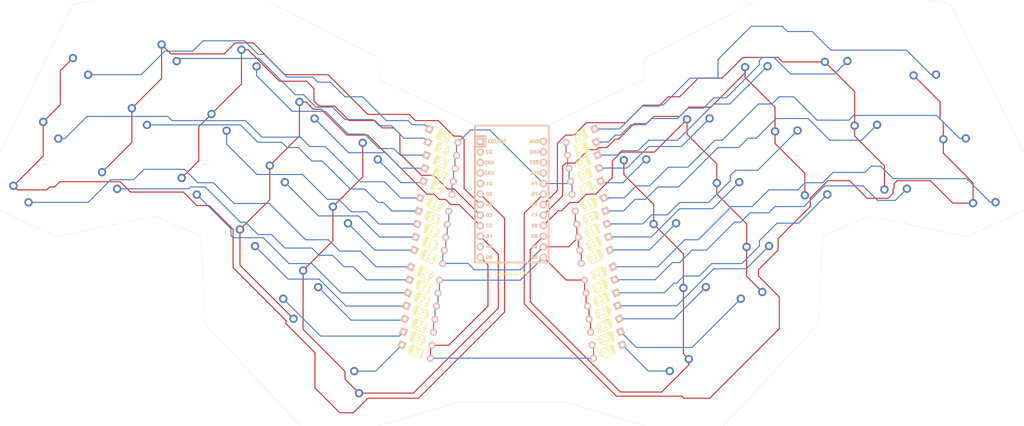
<source format=kicad_pcb>
(kicad_pcb (version 20171130) (host pcbnew "(5.1.10)-1")

  (general
    (thickness 1.6)
    (drawings 32)
    (tracks 578)
    (zones 0)
    (modules 69)
    (nets 59)
  )

  (page A4)
  (layers
    (0 F.Cu signal)
    (31 B.Cu signal)
    (32 B.Adhes user)
    (33 F.Adhes user)
    (34 B.Paste user)
    (35 F.Paste user)
    (36 B.SilkS user)
    (37 F.SilkS user)
    (38 B.Mask user)
    (39 F.Mask user)
    (40 Dwgs.User user)
    (41 Cmts.User user)
    (42 Eco1.User user)
    (43 Eco2.User user)
    (44 Edge.Cuts user hide)
    (45 Margin user)
    (46 B.CrtYd user)
    (47 F.CrtYd user)
    (48 B.Fab user)
    (49 F.Fab user)
  )

  (setup
    (last_trace_width 0.25)
    (trace_clearance 0.2)
    (zone_clearance 0.508)
    (zone_45_only no)
    (trace_min 0.2)
    (via_size 0.8)
    (via_drill 0.4)
    (via_min_size 0.4)
    (via_min_drill 0.3)
    (uvia_size 0.3)
    (uvia_drill 0.1)
    (uvias_allowed no)
    (uvia_min_size 0.2)
    (uvia_min_drill 0.1)
    (edge_width 0.05)
    (segment_width 0.2)
    (pcb_text_width 0.3)
    (pcb_text_size 1.5 1.5)
    (mod_edge_width 0.12)
    (mod_text_size 1 1)
    (mod_text_width 0.15)
    (pad_size 1.524 1.524)
    (pad_drill 0.762)
    (pad_to_mask_clearance 0)
    (aux_axis_origin 0 0)
    (visible_elements 7FFFFFFF)
    (pcbplotparams
      (layerselection 0x010fc_ffffffff)
      (usegerberextensions false)
      (usegerberattributes true)
      (usegerberadvancedattributes true)
      (creategerberjobfile true)
      (excludeedgelayer true)
      (linewidth 0.100000)
      (plotframeref false)
      (viasonmask false)
      (mode 1)
      (useauxorigin false)
      (hpglpennumber 1)
      (hpglpenspeed 20)
      (hpglpendiameter 15.000000)
      (psnegative false)
      (psa4output false)
      (plotreference true)
      (plotvalue true)
      (plotinvisibletext false)
      (padsonsilk false)
      (subtractmaskfromsilk false)
      (outputformat 1)
      (mirror false)
      (drillshape 1)
      (scaleselection 1)
      (outputdirectory ""))
  )

  (net 0 "")
  (net 1 "Net-(D0-Pad2)")
  (net 2 ROW0)
  (net 3 "Net-(D1-Pad2)")
  (net 4 "Net-(D2-Pad2)")
  (net 5 "Net-(D3-Pad2)")
  (net 6 "Net-(D4-Pad2)")
  (net 7 "Net-(D5-Pad2)")
  (net 8 "Net-(D6-Pad2)")
  (net 9 "Net-(D7-Pad2)")
  (net 10 "Net-(D8-Pad2)")
  (net 11 "Net-(D9-Pad2)")
  (net 12 "Net-(D10-Pad2)")
  (net 13 ROW1)
  (net 14 "Net-(D11-Pad2)")
  (net 15 "Net-(D12-Pad2)")
  (net 16 "Net-(D13-Pad2)")
  (net 17 "Net-(D14-Pad2)")
  (net 18 "Net-(D15-Pad2)")
  (net 19 "Net-(D16-Pad2)")
  (net 20 "Net-(D17-Pad2)")
  (net 21 "Net-(D18-Pad2)")
  (net 22 "Net-(D19-Pad2)")
  (net 23 "Net-(D20-Pad2)")
  (net 24 ROW2)
  (net 25 "Net-(D21-Pad2)")
  (net 26 "Net-(D22-Pad2)")
  (net 27 "Net-(D23-Pad2)")
  (net 28 "Net-(D24-Pad2)")
  (net 29 "Net-(D25-Pad2)")
  (net 30 "Net-(D26-Pad2)")
  (net 31 "Net-(D27-Pad2)")
  (net 32 "Net-(D28-Pad2)")
  (net 33 "Net-(D29-Pad2)")
  (net 34 "Net-(D30-Pad2)")
  (net 35 ROW3)
  (net 36 "Net-(D31-Pad2)")
  (net 37 "Net-(D32-Pad2)")
  (net 38 "Net-(D33-Pad2)")
  (net 39 COL0)
  (net 40 COL1)
  (net 41 COL2)
  (net 42 COL3)
  (net 43 COL4)
  (net 44 COL5)
  (net 45 COL6)
  (net 46 COL7)
  (net 47 COL8)
  (net 48 COL9)
  (net 49 "Net-(U0-Pad24)")
  (net 50 "Net-(U0-Pad23)")
  (net 51 "Net-(U0-Pad22)")
  (net 52 "Net-(U0-Pad21)")
  (net 53 "Net-(U0-Pad11)")
  (net 54 "Net-(U0-Pad5)")
  (net 55 "Net-(U0-Pad4)")
  (net 56 "Net-(U0-Pad3)")
  (net 57 "Net-(U0-Pad2)")
  (net 58 "Net-(U0-Pad1)")

  (net_class Default "This is the default net class."
    (clearance 0.2)
    (trace_width 0.25)
    (via_dia 0.8)
    (via_drill 0.4)
    (uvia_dia 0.3)
    (uvia_drill 0.1)
    (add_net COL0)
    (add_net COL1)
    (add_net COL2)
    (add_net COL3)
    (add_net COL4)
    (add_net COL5)
    (add_net COL6)
    (add_net COL7)
    (add_net COL8)
    (add_net COL9)
    (add_net "Net-(D0-Pad2)")
    (add_net "Net-(D1-Pad2)")
    (add_net "Net-(D10-Pad2)")
    (add_net "Net-(D11-Pad2)")
    (add_net "Net-(D12-Pad2)")
    (add_net "Net-(D13-Pad2)")
    (add_net "Net-(D14-Pad2)")
    (add_net "Net-(D15-Pad2)")
    (add_net "Net-(D16-Pad2)")
    (add_net "Net-(D17-Pad2)")
    (add_net "Net-(D18-Pad2)")
    (add_net "Net-(D19-Pad2)")
    (add_net "Net-(D2-Pad2)")
    (add_net "Net-(D20-Pad2)")
    (add_net "Net-(D21-Pad2)")
    (add_net "Net-(D22-Pad2)")
    (add_net "Net-(D23-Pad2)")
    (add_net "Net-(D24-Pad2)")
    (add_net "Net-(D25-Pad2)")
    (add_net "Net-(D26-Pad2)")
    (add_net "Net-(D27-Pad2)")
    (add_net "Net-(D28-Pad2)")
    (add_net "Net-(D29-Pad2)")
    (add_net "Net-(D3-Pad2)")
    (add_net "Net-(D30-Pad2)")
    (add_net "Net-(D31-Pad2)")
    (add_net "Net-(D32-Pad2)")
    (add_net "Net-(D33-Pad2)")
    (add_net "Net-(D4-Pad2)")
    (add_net "Net-(D5-Pad2)")
    (add_net "Net-(D6-Pad2)")
    (add_net "Net-(D7-Pad2)")
    (add_net "Net-(D8-Pad2)")
    (add_net "Net-(D9-Pad2)")
    (add_net "Net-(U0-Pad1)")
    (add_net "Net-(U0-Pad11)")
    (add_net "Net-(U0-Pad2)")
    (add_net "Net-(U0-Pad21)")
    (add_net "Net-(U0-Pad22)")
    (add_net "Net-(U0-Pad23)")
    (add_net "Net-(U0-Pad24)")
    (add_net "Net-(U0-Pad3)")
    (add_net "Net-(U0-Pad4)")
    (add_net "Net-(U0-Pad5)")
    (add_net ROW0)
    (add_net ROW1)
    (add_net ROW2)
    (add_net ROW3)
  )

  (module Keebio-Parts:ArduinoProMicro (layer F.Cu) (tedit 5B307E4C) (tstamp 61709B25)
    (at 146 91 270)
    (path /5FD77256)
    (fp_text reference U0 (at 0 1.625 90) (layer F.SilkS) hide
      (effects (font (size 1.27 1.524) (thickness 0.2032)))
    )
    (fp_text value ProMicro (at 0 0 90) (layer F.SilkS) hide
      (effects (font (size 1.27 1.524) (thickness 0.2032)))
    )
    (fp_line (start -12.7 6.35) (end -12.7 8.89) (layer B.SilkS) (width 0.381))
    (fp_line (start -15.24 6.35) (end -12.7 6.35) (layer B.SilkS) (width 0.381))
    (fp_line (start -15.24 8.89) (end 15.24 8.89) (layer F.SilkS) (width 0.381))
    (fp_line (start 15.24 8.89) (end 15.24 -8.89) (layer F.SilkS) (width 0.381))
    (fp_line (start 15.24 -8.89) (end -15.24 -8.89) (layer F.SilkS) (width 0.381))
    (fp_line (start -15.24 6.35) (end -12.7 6.35) (layer F.SilkS) (width 0.381))
    (fp_line (start -12.7 6.35) (end -12.7 8.89) (layer F.SilkS) (width 0.381))
    (fp_poly (pts (xy -9.36064 -4.931568) (xy -9.06064 -4.931568) (xy -9.06064 -4.831568) (xy -9.36064 -4.831568)) (layer F.SilkS) (width 0.15))
    (fp_poly (pts (xy -8.96064 -4.731568) (xy -8.86064 -4.731568) (xy -8.86064 -4.631568) (xy -8.96064 -4.631568)) (layer F.SilkS) (width 0.15))
    (fp_poly (pts (xy -9.36064 -4.931568) (xy -9.26064 -4.931568) (xy -9.26064 -4.431568) (xy -9.36064 -4.431568)) (layer F.SilkS) (width 0.15))
    (fp_poly (pts (xy -9.36064 -4.531568) (xy -8.56064 -4.531568) (xy -8.56064 -4.431568) (xy -9.36064 -4.431568)) (layer F.SilkS) (width 0.15))
    (fp_poly (pts (xy -8.76064 -4.931568) (xy -8.56064 -4.931568) (xy -8.56064 -4.831568) (xy -8.76064 -4.831568)) (layer F.SilkS) (width 0.15))
    (fp_poly (pts (xy -8.95097 -6.044635) (xy -8.85097 -6.044635) (xy -8.85097 -6.144635) (xy -8.95097 -6.144635)) (layer B.SilkS) (width 0.15))
    (fp_poly (pts (xy -9.35097 -6.244635) (xy -8.55097 -6.244635) (xy -8.55097 -6.344635) (xy -9.35097 -6.344635)) (layer B.SilkS) (width 0.15))
    (fp_poly (pts (xy -8.75097 -5.844635) (xy -8.55097 -5.844635) (xy -8.55097 -5.944635) (xy -8.75097 -5.944635)) (layer B.SilkS) (width 0.15))
    (fp_poly (pts (xy -9.35097 -5.844635) (xy -9.05097 -5.844635) (xy -9.05097 -5.944635) (xy -9.35097 -5.944635)) (layer B.SilkS) (width 0.15))
    (fp_poly (pts (xy -9.35097 -5.844635) (xy -9.25097 -5.844635) (xy -9.25097 -6.344635) (xy -9.35097 -6.344635)) (layer B.SilkS) (width 0.15))
    (fp_line (start 15.24 -8.89) (end -17.78 -8.89) (layer B.SilkS) (width 0.381))
    (fp_line (start 15.24 8.89) (end 15.24 -8.89) (layer B.SilkS) (width 0.381))
    (fp_line (start -17.78 8.89) (end 15.24 8.89) (layer B.SilkS) (width 0.381))
    (fp_line (start -17.78 -8.89) (end -17.78 8.89) (layer B.SilkS) (width 0.381))
    (fp_line (start -15.24 -8.89) (end -17.78 -8.89) (layer F.SilkS) (width 0.381))
    (fp_line (start -17.78 -8.89) (end -17.78 8.89) (layer F.SilkS) (width 0.381))
    (fp_line (start -17.78 8.89) (end -15.24 8.89) (layer F.SilkS) (width 0.381))
    (fp_line (start -14.224 -3.556) (end -14.224 3.81) (layer Dwgs.User) (width 0.2))
    (fp_line (start -14.224 3.81) (end -19.304 3.81) (layer Dwgs.User) (width 0.2))
    (fp_line (start -19.304 3.81) (end -19.304 -3.556) (layer Dwgs.User) (width 0.2))
    (fp_line (start -19.304 -3.556) (end -14.224 -3.556) (layer Dwgs.User) (width 0.2))
    (fp_line (start -15.24 6.35) (end -15.24 8.89) (layer B.SilkS) (width 0.381))
    (fp_line (start -15.24 6.35) (end -15.24 8.89) (layer F.SilkS) (width 0.381))
    (fp_text user ST (at -8.91 -5.04) (layer B.SilkS)
      (effects (font (size 0.8 0.8) (thickness 0.15)) (justify mirror))
    )
    (fp_text user TX0/D3 (at -13.97 3.571872) (layer F.SilkS)
      (effects (font (size 0.8 0.8) (thickness 0.15)))
    )
    (fp_text user TX0/D3 (at -13.97 3.571872) (layer B.SilkS)
      (effects (font (size 0.8 0.8) (thickness 0.15)) (justify mirror))
    )
    (fp_text user D2 (at -11.43 5.461) (layer F.SilkS)
      (effects (font (size 0.8 0.8) (thickness 0.15)))
    )
    (fp_text user D0 (at -1.27 5.461) (layer F.SilkS)
      (effects (font (size 0.8 0.8) (thickness 0.15)))
    )
    (fp_text user D1 (at -3.81 5.461) (layer F.SilkS)
      (effects (font (size 0.8 0.8) (thickness 0.15)))
    )
    (fp_text user GND (at -6.35 5.461) (layer F.SilkS)
      (effects (font (size 0.8 0.8) (thickness 0.15)))
    )
    (fp_text user GND (at -8.89 5.461) (layer F.SilkS)
      (effects (font (size 0.8 0.8) (thickness 0.15)))
    )
    (fp_text user D4 (at 1.27 5.461) (layer F.SilkS)
      (effects (font (size 0.8 0.8) (thickness 0.15)))
    )
    (fp_text user C6 (at 3.81 5.461) (layer F.SilkS)
      (effects (font (size 0.8 0.8) (thickness 0.15)))
    )
    (fp_text user D7 (at 6.35 5.461) (layer F.SilkS)
      (effects (font (size 0.8 0.8) (thickness 0.15)))
    )
    (fp_text user E6 (at 8.89 5.461) (layer F.SilkS)
      (effects (font (size 0.8 0.8) (thickness 0.15)))
    )
    (fp_text user B4 (at 11.43 5.461) (layer F.SilkS)
      (effects (font (size 0.8 0.8) (thickness 0.15)))
    )
    (fp_text user B5 (at 13.97 5.461) (layer F.SilkS)
      (effects (font (size 0.8 0.8) (thickness 0.15)))
    )
    (fp_text user B6 (at 13.97 -5.461) (layer F.SilkS)
      (effects (font (size 0.8 0.8) (thickness 0.15)))
    )
    (fp_text user B2 (at 11.43 -5.461) (layer B.SilkS)
      (effects (font (size 0.8 0.8) (thickness 0.15)) (justify mirror))
    )
    (fp_text user B3 (at 8.89 -5.461) (layer F.SilkS)
      (effects (font (size 0.8 0.8) (thickness 0.15)))
    )
    (fp_text user B1 (at 6.35 -5.461) (layer F.SilkS)
      (effects (font (size 0.8 0.8) (thickness 0.15)))
    )
    (fp_text user F7 (at 3.81 -5.461) (layer B.SilkS)
      (effects (font (size 0.8 0.8) (thickness 0.15)) (justify mirror))
    )
    (fp_text user F6 (at 1.27 -5.461) (layer B.SilkS)
      (effects (font (size 0.8 0.8) (thickness 0.15)) (justify mirror))
    )
    (fp_text user F5 (at -1.27 -5.461) (layer B.SilkS)
      (effects (font (size 0.8 0.8) (thickness 0.15)) (justify mirror))
    )
    (fp_text user F4 (at -3.81 -5.461) (layer F.SilkS)
      (effects (font (size 0.8 0.8) (thickness 0.15)))
    )
    (fp_text user VCC (at -6.35 -5.461) (layer F.SilkS)
      (effects (font (size 0.8 0.8) (thickness 0.15)))
    )
    (fp_text user ST (at -8.92 -5.73312) (layer F.SilkS)
      (effects (font (size 0.8 0.8) (thickness 0.15)))
    )
    (fp_text user GND (at -11.43 -5.461) (layer F.SilkS)
      (effects (font (size 0.8 0.8) (thickness 0.15)))
    )
    (fp_text user RAW (at -13.97 -5.461) (layer F.SilkS)
      (effects (font (size 0.8 0.8) (thickness 0.15)))
    )
    (fp_text user RAW (at -13.97 -5.461) (layer B.SilkS)
      (effects (font (size 0.8 0.8) (thickness 0.15)) (justify mirror))
    )
    (fp_text user GND (at -11.43 -5.461) (layer B.SilkS)
      (effects (font (size 0.8 0.8) (thickness 0.15)) (justify mirror))
    )
    (fp_text user VCC (at -6.35 -5.461) (layer B.SilkS)
      (effects (font (size 0.8 0.8) (thickness 0.15)) (justify mirror))
    )
    (fp_text user F4 (at -3.81 -5.461) (layer B.SilkS)
      (effects (font (size 0.8 0.8) (thickness 0.15)) (justify mirror))
    )
    (fp_text user F5 (at -1.27 -5.461) (layer F.SilkS)
      (effects (font (size 0.8 0.8) (thickness 0.15)))
    )
    (fp_text user F6 (at 1.27 -5.461) (layer F.SilkS)
      (effects (font (size 0.8 0.8) (thickness 0.15)))
    )
    (fp_text user F7 (at 3.81 -5.461) (layer F.SilkS)
      (effects (font (size 0.8 0.8) (thickness 0.15)))
    )
    (fp_text user B1 (at 6.35 -5.461) (layer B.SilkS)
      (effects (font (size 0.8 0.8) (thickness 0.15)) (justify mirror))
    )
    (fp_text user B3 (at 8.89 -5.461) (layer B.SilkS)
      (effects (font (size 0.8 0.8) (thickness 0.15)) (justify mirror))
    )
    (fp_text user B2 (at 11.43 -5.461) (layer F.SilkS)
      (effects (font (size 0.8 0.8) (thickness 0.15)))
    )
    (fp_text user B6 (at 13.97 -5.461) (layer B.SilkS)
      (effects (font (size 0.8 0.8) (thickness 0.15)) (justify mirror))
    )
    (fp_text user B5 (at 13.97 5.461) (layer B.SilkS)
      (effects (font (size 0.8 0.8) (thickness 0.15)) (justify mirror))
    )
    (fp_text user B4 (at 11.43 5.461) (layer B.SilkS)
      (effects (font (size 0.8 0.8) (thickness 0.15)) (justify mirror))
    )
    (fp_text user E6 (at 8.89 5.461) (layer B.SilkS)
      (effects (font (size 0.8 0.8) (thickness 0.15)) (justify mirror))
    )
    (fp_text user D7 (at 6.35 5.461) (layer B.SilkS)
      (effects (font (size 0.8 0.8) (thickness 0.15)) (justify mirror))
    )
    (fp_text user C6 (at 3.81 5.461) (layer B.SilkS)
      (effects (font (size 0.8 0.8) (thickness 0.15)) (justify mirror))
    )
    (fp_text user D4 (at 1.27 5.461) (layer B.SilkS)
      (effects (font (size 0.8 0.8) (thickness 0.15)) (justify mirror))
    )
    (fp_text user GND (at -8.89 5.461) (layer B.SilkS)
      (effects (font (size 0.8 0.8) (thickness 0.15)) (justify mirror))
    )
    (fp_text user GND (at -6.35 5.461) (layer B.SilkS)
      (effects (font (size 0.8 0.8) (thickness 0.15)) (justify mirror))
    )
    (fp_text user D1 (at -3.81 5.461) (layer B.SilkS)
      (effects (font (size 0.8 0.8) (thickness 0.15)) (justify mirror))
    )
    (fp_text user D0 (at -1.27 5.461) (layer B.SilkS)
      (effects (font (size 0.8 0.8) (thickness 0.15)) (justify mirror))
    )
    (fp_text user D2 (at -11.43 5.461) (layer B.SilkS)
      (effects (font (size 0.8 0.8) (thickness 0.15)) (justify mirror))
    )
    (pad 24 thru_hole circle (at -13.97 -7.62 270) (size 1.7526 1.7526) (drill 1.0922) (layers *.Cu *.SilkS *.Mask)
      (net 49 "Net-(U0-Pad24)"))
    (pad 12 thru_hole circle (at 13.97 7.62 270) (size 1.7526 1.7526) (drill 1.0922) (layers *.Cu *.SilkS *.Mask)
      (net 35 ROW3))
    (pad 23 thru_hole circle (at -11.43 -7.62 270) (size 1.7526 1.7526) (drill 1.0922) (layers *.Cu *.SilkS *.Mask)
      (net 50 "Net-(U0-Pad23)"))
    (pad 22 thru_hole circle (at -8.89 -7.62 270) (size 1.7526 1.7526) (drill 1.0922) (layers *.Cu *.SilkS *.Mask)
      (net 51 "Net-(U0-Pad22)"))
    (pad 21 thru_hole circle (at -6.35 -7.62 270) (size 1.7526 1.7526) (drill 1.0922) (layers *.Cu *.SilkS *.Mask)
      (net 52 "Net-(U0-Pad21)"))
    (pad 20 thru_hole circle (at -3.81 -7.62 270) (size 1.7526 1.7526) (drill 1.0922) (layers *.Cu *.SilkS *.Mask)
      (net 2 ROW0))
    (pad 19 thru_hole circle (at -1.27 -7.62 270) (size 1.7526 1.7526) (drill 1.0922) (layers *.Cu *.SilkS *.Mask)
      (net 48 COL9))
    (pad 18 thru_hole circle (at 1.27 -7.62 270) (size 1.7526 1.7526) (drill 1.0922) (layers *.Cu *.SilkS *.Mask)
      (net 47 COL8))
    (pad 17 thru_hole circle (at 3.81 -7.62 270) (size 1.7526 1.7526) (drill 1.0922) (layers *.Cu *.SilkS *.Mask)
      (net 46 COL7))
    (pad 16 thru_hole circle (at 6.35 -7.62 270) (size 1.7526 1.7526) (drill 1.0922) (layers *.Cu *.SilkS *.Mask)
      (net 45 COL6))
    (pad 15 thru_hole circle (at 8.89 -7.62 270) (size 1.7526 1.7526) (drill 1.0922) (layers *.Cu *.SilkS *.Mask)
      (net 44 COL5))
    (pad 14 thru_hole circle (at 11.43 -7.62 270) (size 1.7526 1.7526) (drill 1.0922) (layers *.Cu *.SilkS *.Mask)
      (net 13 ROW1))
    (pad 13 thru_hole circle (at 13.97 -7.62 270) (size 1.7526 1.7526) (drill 1.0922) (layers *.Cu *.SilkS *.Mask)
      (net 24 ROW2))
    (pad 11 thru_hole circle (at 11.43 7.62 270) (size 1.7526 1.7526) (drill 1.0922) (layers *.Cu *.SilkS *.Mask)
      (net 53 "Net-(U0-Pad11)"))
    (pad 10 thru_hole circle (at 8.89 7.62 270) (size 1.7526 1.7526) (drill 1.0922) (layers *.Cu *.SilkS *.Mask)
      (net 43 COL4))
    (pad 9 thru_hole circle (at 6.35 7.62 270) (size 1.7526 1.7526) (drill 1.0922) (layers *.Cu *.SilkS *.Mask)
      (net 42 COL3))
    (pad 8 thru_hole circle (at 3.81 7.62 270) (size 1.7526 1.7526) (drill 1.0922) (layers *.Cu *.SilkS *.Mask)
      (net 41 COL2))
    (pad 7 thru_hole circle (at 1.27 7.62 270) (size 1.7526 1.7526) (drill 1.0922) (layers *.Cu *.SilkS *.Mask)
      (net 40 COL1))
    (pad 6 thru_hole circle (at -1.27 7.62 270) (size 1.7526 1.7526) (drill 1.0922) (layers *.Cu *.SilkS *.Mask)
      (net 39 COL0))
    (pad 5 thru_hole circle (at -3.81 7.62 270) (size 1.7526 1.7526) (drill 1.0922) (layers *.Cu *.SilkS *.Mask)
      (net 54 "Net-(U0-Pad5)"))
    (pad 4 thru_hole circle (at -6.35 7.62 270) (size 1.7526 1.7526) (drill 1.0922) (layers *.Cu *.SilkS *.Mask)
      (net 55 "Net-(U0-Pad4)"))
    (pad 3 thru_hole circle (at -8.89 7.62 270) (size 1.7526 1.7526) (drill 1.0922) (layers *.Cu *.SilkS *.Mask)
      (net 56 "Net-(U0-Pad3)"))
    (pad 2 thru_hole circle (at -11.43 7.62 270) (size 1.7526 1.7526) (drill 1.0922) (layers *.Cu *.SilkS *.Mask)
      (net 57 "Net-(U0-Pad2)"))
    (pad 1 thru_hole rect (at -13.97 7.62 270) (size 1.7526 1.7526) (drill 1.0922) (layers *.Cu *.SilkS *.Mask)
      (net 58 "Net-(U0-Pad1)"))
    (model /Users/danny/Documents/proj/custom-keyboard/kicad-libs/3d_models/ArduinoProMicro.wrl
      (offset (xyz -13.96999979019165 -7.619999885559082 -5.841999912261963))
      (scale (xyz 0.395 0.395 0.395))
      (rotate (xyz 90 180 180))
    )
  )

  (module Kailh_Choc:KailhChoc-1U (layer F.Cu) (tedit 61709BBA) (tstamp 61709A21)
    (at 205.577073 96.916307 205)
    (path /5FD49C33)
    (fp_text reference MX26 (at 0 3.175 25) (layer Dwgs.User)
      (effects (font (size 1 1) (thickness 0.15)))
    )
    (fp_text value MX-NoLED (at 0 -7.9375 25) (layer Dwgs.User)
      (effects (font (size 1 1) (thickness 0.15)))
    )
    (fp_line (start 5 -7) (end 7 -7) (layer Dwgs.User) (width 0.15))
    (fp_line (start 7 -7) (end 7 -5) (layer Dwgs.User) (width 0.15))
    (fp_line (start 5 7) (end 7 7) (layer Dwgs.User) (width 0.15))
    (fp_line (start 7 7) (end 7 5) (layer Dwgs.User) (width 0.15))
    (fp_line (start -7 5) (end -7 7) (layer Dwgs.User) (width 0.15))
    (fp_line (start -7 7) (end -5 7) (layer Dwgs.User) (width 0.15))
    (fp_line (start -5 -7) (end -7 -7) (layer Dwgs.User) (width 0.15))
    (fp_line (start -7 -7) (end -7 -5) (layer Dwgs.User) (width 0.15))
    (pad "" np_thru_hole circle (at -5.22 4.2 205) (size 1.2 1.2) (drill 1.2) (layers *.Cu *.Mask))
    (pad "" np_thru_hole circle (at 5.5 0 253.1) (size 1.9 1.9) (drill 1.9) (layers *.Cu *.Mask))
    (pad "" np_thru_hole circle (at -5.5 0 253.1) (size 1.9 1.9) (drill 1.9) (layers *.Cu *.Mask))
    (pad 1 thru_hole circle (at 5 -3.8 205) (size 2 2) (drill 1.2) (layers *.Cu B.Mask)
      (net 45 COL6))
    (pad "" np_thru_hole circle (at 0 0 205) (size 3.4 3.4) (drill 3.4) (layers *.Cu *.Mask))
    (pad 2 thru_hole circle (at 0 -5.9 205) (size 2 2) (drill 1.2) (layers *.Cu B.Mask)
      (net 30 "Net-(D26-Pad2)"))
  )

  (module Kailh_Choc:KailhChoc-1U (layer F.Cu) (tedit 61709BBA) (tstamp 61709ABB)
    (at 205.064407 119.478909 40)
    (path /61783ADA)
    (fp_text reference MX33 (at 0 3.175 40) (layer Dwgs.User)
      (effects (font (size 1 1) (thickness 0.15)))
    )
    (fp_text value MX-NoLED (at 0 -7.9375 40) (layer Dwgs.User)
      (effects (font (size 1 1) (thickness 0.15)))
    )
    (fp_line (start -7 -7) (end -7 -5) (layer Dwgs.User) (width 0.15))
    (fp_line (start -5 -7) (end -7 -7) (layer Dwgs.User) (width 0.15))
    (fp_line (start -7 7) (end -5 7) (layer Dwgs.User) (width 0.15))
    (fp_line (start -7 5) (end -7 7) (layer Dwgs.User) (width 0.15))
    (fp_line (start 7 7) (end 7 5) (layer Dwgs.User) (width 0.15))
    (fp_line (start 5 7) (end 7 7) (layer Dwgs.User) (width 0.15))
    (fp_line (start 7 -7) (end 7 -5) (layer Dwgs.User) (width 0.15))
    (fp_line (start 5 -7) (end 7 -7) (layer Dwgs.User) (width 0.15))
    (pad 2 thru_hole circle (at 0 -5.9 40) (size 2 2) (drill 1.2) (layers *.Cu B.Mask)
      (net 38 "Net-(D33-Pad2)"))
    (pad "" np_thru_hole circle (at 0 0 40) (size 3.4 3.4) (drill 3.4) (layers *.Cu *.Mask))
    (pad 1 thru_hole circle (at 5 -3.8 40) (size 2 2) (drill 1.2) (layers *.Cu B.Mask)
      (net 45 COL6))
    (pad "" np_thru_hole circle (at -5.5 0 88.1) (size 1.9 1.9) (drill 1.9) (layers *.Cu *.Mask))
    (pad "" np_thru_hole circle (at 5.5 0 88.1) (size 1.9 1.9) (drill 1.9) (layers *.Cu *.Mask))
    (pad "" np_thru_hole circle (at -5.22 4.2 40) (size 1.2 1.2) (drill 1.2) (layers *.Cu *.Mask))
  )

  (module Kailh_Choc:KailhChoc-1U (layer F.Cu) (tedit 61709BBA) (tstamp 61709AA5)
    (at 188.959736 135.815664 55)
    (path /61783AE7)
    (fp_text reference MX32 (at 0 3.175 55) (layer Dwgs.User)
      (effects (font (size 1 1) (thickness 0.15)))
    )
    (fp_text value MX-NoLED (at 0 -7.9375 55) (layer Dwgs.User)
      (effects (font (size 1 1) (thickness 0.15)))
    )
    (fp_line (start 5 -7) (end 7 -7) (layer Dwgs.User) (width 0.15))
    (fp_line (start 7 -7) (end 7 -5) (layer Dwgs.User) (width 0.15))
    (fp_line (start 5 7) (end 7 7) (layer Dwgs.User) (width 0.15))
    (fp_line (start 7 7) (end 7 5) (layer Dwgs.User) (width 0.15))
    (fp_line (start -7 5) (end -7 7) (layer Dwgs.User) (width 0.15))
    (fp_line (start -7 7) (end -5 7) (layer Dwgs.User) (width 0.15))
    (fp_line (start -5 -7) (end -7 -7) (layer Dwgs.User) (width 0.15))
    (fp_line (start -7 -7) (end -7 -5) (layer Dwgs.User) (width 0.15))
    (pad "" np_thru_hole circle (at -5.22 4.2 55) (size 1.2 1.2) (drill 1.2) (layers *.Cu *.Mask))
    (pad "" np_thru_hole circle (at 5.5 0 103.1) (size 1.9 1.9) (drill 1.9) (layers *.Cu *.Mask))
    (pad "" np_thru_hole circle (at -5.5 0 103.1) (size 1.9 1.9) (drill 1.9) (layers *.Cu *.Mask))
    (pad 1 thru_hole circle (at 5 -3.8 55) (size 2 2) (drill 1.2) (layers *.Cu B.Mask)
      (net 44 COL5))
    (pad "" np_thru_hole circle (at 0 0 55) (size 3.4 3.4) (drill 3.4) (layers *.Cu *.Mask))
    (pad 2 thru_hole circle (at 0 -5.9 55) (size 2 2) (drill 1.2) (layers *.Cu B.Mask)
      (net 37 "Net-(D32-Pad2)"))
  )

  (module Kailh_Choc:KailhChoc-1U (layer F.Cu) (tedit 61709BBA) (tstamp 61709A8F)
    (at 103.157669 135.84498 305)
    (path /5FFB15FE)
    (fp_text reference MX31 (at 0 3.175 125) (layer Dwgs.User)
      (effects (font (size 1 1) (thickness 0.15)))
    )
    (fp_text value MX-NoLED (at 0 -7.9375 125) (layer Dwgs.User)
      (effects (font (size 1 1) (thickness 0.15)))
    )
    (fp_line (start 5 -7) (end 7 -7) (layer Dwgs.User) (width 0.15))
    (fp_line (start 7 -7) (end 7 -5) (layer Dwgs.User) (width 0.15))
    (fp_line (start 5 7) (end 7 7) (layer Dwgs.User) (width 0.15))
    (fp_line (start 7 7) (end 7 5) (layer Dwgs.User) (width 0.15))
    (fp_line (start -7 5) (end -7 7) (layer Dwgs.User) (width 0.15))
    (fp_line (start -7 7) (end -5 7) (layer Dwgs.User) (width 0.15))
    (fp_line (start -5 -7) (end -7 -7) (layer Dwgs.User) (width 0.15))
    (fp_line (start -7 -7) (end -7 -5) (layer Dwgs.User) (width 0.15))
    (pad "" np_thru_hole circle (at -5.22 4.2 305) (size 1.2 1.2) (drill 1.2) (layers *.Cu *.Mask))
    (pad "" np_thru_hole circle (at 5.5 0 353.1) (size 1.9 1.9) (drill 1.9) (layers *.Cu *.Mask))
    (pad "" np_thru_hole circle (at -5.5 0 353.1) (size 1.9 1.9) (drill 1.9) (layers *.Cu *.Mask))
    (pad 1 thru_hole circle (at 5 -3.8 305) (size 2 2) (drill 1.2) (layers *.Cu B.Mask)
      (net 43 COL4))
    (pad "" np_thru_hole circle (at 0 0 305) (size 3.4 3.4) (drill 3.4) (layers *.Cu *.Mask))
    (pad 2 thru_hole circle (at 0 -5.9 305) (size 2 2) (drill 1.2) (layers *.Cu B.Mask)
      (net 36 "Net-(D31-Pad2)"))
  )

  (module Kailh_Choc:KailhChoc-1U (layer F.Cu) (tedit 61709BBA) (tstamp 61709A79)
    (at 87.052998 119.508226 320)
    (path /5FD4B7A6)
    (fp_text reference MX30 (at 0 3.175 140) (layer Dwgs.User)
      (effects (font (size 1 1) (thickness 0.15)))
    )
    (fp_text value MX-NoLED (at 0 -7.9375 140) (layer Dwgs.User)
      (effects (font (size 1 1) (thickness 0.15)))
    )
    (fp_line (start 5 -7) (end 7 -7) (layer Dwgs.User) (width 0.15))
    (fp_line (start 7 -7) (end 7 -5) (layer Dwgs.User) (width 0.15))
    (fp_line (start 5 7) (end 7 7) (layer Dwgs.User) (width 0.15))
    (fp_line (start 7 7) (end 7 5) (layer Dwgs.User) (width 0.15))
    (fp_line (start -7 5) (end -7 7) (layer Dwgs.User) (width 0.15))
    (fp_line (start -7 7) (end -5 7) (layer Dwgs.User) (width 0.15))
    (fp_line (start -5 -7) (end -7 -7) (layer Dwgs.User) (width 0.15))
    (fp_line (start -7 -7) (end -7 -5) (layer Dwgs.User) (width 0.15))
    (pad "" np_thru_hole circle (at -5.22 4.2 320) (size 1.2 1.2) (drill 1.2) (layers *.Cu *.Mask))
    (pad "" np_thru_hole circle (at 5.5 0 8.1) (size 1.9 1.9) (drill 1.9) (layers *.Cu *.Mask))
    (pad "" np_thru_hole circle (at -5.5 0 8.1) (size 1.9 1.9) (drill 1.9) (layers *.Cu *.Mask))
    (pad 1 thru_hole circle (at 5 -3.8 320) (size 2 2) (drill 1.2) (layers *.Cu B.Mask)
      (net 42 COL3))
    (pad "" np_thru_hole circle (at 0 0 320) (size 3.4 3.4) (drill 3.4) (layers *.Cu *.Mask))
    (pad 2 thru_hole circle (at 0 -5.9 320) (size 2 2) (drill 1.2) (layers *.Cu B.Mask)
      (net 34 "Net-(D30-Pad2)"))
  )

  (module Kailh_Choc:KailhChoc-1U (layer F.Cu) (tedit 61709BBA) (tstamp 61709A63)
    (at 260.236564 86.359078 205)
    (path /5FD49C5A)
    (fp_text reference MX29 (at 0 3.175 25) (layer Dwgs.User)
      (effects (font (size 1 1) (thickness 0.15)))
    )
    (fp_text value MX-NoLED (at 0 -7.9375 25) (layer Dwgs.User)
      (effects (font (size 1 1) (thickness 0.15)))
    )
    (fp_line (start 5 -7) (end 7 -7) (layer Dwgs.User) (width 0.15))
    (fp_line (start 7 -7) (end 7 -5) (layer Dwgs.User) (width 0.15))
    (fp_line (start 5 7) (end 7 7) (layer Dwgs.User) (width 0.15))
    (fp_line (start 7 7) (end 7 5) (layer Dwgs.User) (width 0.15))
    (fp_line (start -7 5) (end -7 7) (layer Dwgs.User) (width 0.15))
    (fp_line (start -7 7) (end -5 7) (layer Dwgs.User) (width 0.15))
    (fp_line (start -5 -7) (end -7 -7) (layer Dwgs.User) (width 0.15))
    (fp_line (start -7 -7) (end -7 -5) (layer Dwgs.User) (width 0.15))
    (pad "" np_thru_hole circle (at -5.22 4.2 205) (size 1.2 1.2) (drill 1.2) (layers *.Cu *.Mask))
    (pad "" np_thru_hole circle (at 5.5 0 253.1) (size 1.9 1.9) (drill 1.9) (layers *.Cu *.Mask))
    (pad "" np_thru_hole circle (at -5.5 0 253.1) (size 1.9 1.9) (drill 1.9) (layers *.Cu *.Mask))
    (pad 1 thru_hole circle (at 5 -3.8 205) (size 2 2) (drill 1.2) (layers *.Cu B.Mask)
      (net 48 COL9))
    (pad "" np_thru_hole circle (at 0 0 205) (size 3.4 3.4) (drill 3.4) (layers *.Cu *.Mask))
    (pad 2 thru_hole circle (at 0 -5.9 205) (size 2 2) (drill 1.2) (layers *.Cu B.Mask)
      (net 33 "Net-(D29-Pad2)"))
  )

  (module Kailh_Choc:KailhChoc-1U (layer F.Cu) (tedit 61709BBA) (tstamp 61709A4D)
    (at 238.848223 83.083263 205)
    (path /5FD49C4D)
    (fp_text reference MX28 (at 0 3.175 25) (layer Dwgs.User)
      (effects (font (size 1 1) (thickness 0.15)))
    )
    (fp_text value MX-NoLED (at 0 -7.9375 25) (layer Dwgs.User)
      (effects (font (size 1 1) (thickness 0.15)))
    )
    (fp_line (start 5 -7) (end 7 -7) (layer Dwgs.User) (width 0.15))
    (fp_line (start 7 -7) (end 7 -5) (layer Dwgs.User) (width 0.15))
    (fp_line (start 5 7) (end 7 7) (layer Dwgs.User) (width 0.15))
    (fp_line (start 7 7) (end 7 5) (layer Dwgs.User) (width 0.15))
    (fp_line (start -7 5) (end -7 7) (layer Dwgs.User) (width 0.15))
    (fp_line (start -7 7) (end -5 7) (layer Dwgs.User) (width 0.15))
    (fp_line (start -5 -7) (end -7 -7) (layer Dwgs.User) (width 0.15))
    (fp_line (start -7 -7) (end -7 -5) (layer Dwgs.User) (width 0.15))
    (pad "" np_thru_hole circle (at -5.22 4.2 205) (size 1.2 1.2) (drill 1.2) (layers *.Cu *.Mask))
    (pad "" np_thru_hole circle (at 5.5 0 253.1) (size 1.9 1.9) (drill 1.9) (layers *.Cu *.Mask))
    (pad "" np_thru_hole circle (at -5.5 0 253.1) (size 1.9 1.9) (drill 1.9) (layers *.Cu *.Mask))
    (pad 1 thru_hole circle (at 5 -3.8 205) (size 2 2) (drill 1.2) (layers *.Cu B.Mask)
      (net 47 COL8))
    (pad "" np_thru_hole circle (at 0 0 205) (size 3.4 3.4) (drill 3.4) (layers *.Cu *.Mask))
    (pad 2 thru_hole circle (at 0 -5.9 205) (size 2 2) (drill 1.2) (layers *.Cu B.Mask)
      (net 32 "Net-(D28-Pad2)"))
  )

  (module Kailh_Choc:KailhChoc-1U (layer F.Cu) (tedit 61709BBA) (tstamp 61709A37)
    (at 219.636367 84.474933 205)
    (path /5FD49C40)
    (fp_text reference MX27 (at 0 3.175 25) (layer Dwgs.User)
      (effects (font (size 1 1) (thickness 0.15)))
    )
    (fp_text value MX-NoLED (at 0 -7.9375 25) (layer Dwgs.User)
      (effects (font (size 1 1) (thickness 0.15)))
    )
    (fp_line (start 5 -7) (end 7 -7) (layer Dwgs.User) (width 0.15))
    (fp_line (start 7 -7) (end 7 -5) (layer Dwgs.User) (width 0.15))
    (fp_line (start 5 7) (end 7 7) (layer Dwgs.User) (width 0.15))
    (fp_line (start 7 7) (end 7 5) (layer Dwgs.User) (width 0.15))
    (fp_line (start -7 5) (end -7 7) (layer Dwgs.User) (width 0.15))
    (fp_line (start -7 7) (end -5 7) (layer Dwgs.User) (width 0.15))
    (fp_line (start -5 -7) (end -7 -7) (layer Dwgs.User) (width 0.15))
    (fp_line (start -7 -7) (end -7 -5) (layer Dwgs.User) (width 0.15))
    (pad "" np_thru_hole circle (at -5.22 4.2 205) (size 1.2 1.2) (drill 1.2) (layers *.Cu *.Mask))
    (pad "" np_thru_hole circle (at 5.5 0 253.1) (size 1.9 1.9) (drill 1.9) (layers *.Cu *.Mask))
    (pad "" np_thru_hole circle (at -5.5 0 253.1) (size 1.9 1.9) (drill 1.9) (layers *.Cu *.Mask))
    (pad 1 thru_hole circle (at 5 -3.8 205) (size 2 2) (drill 1.2) (layers *.Cu B.Mask)
      (net 46 COL7))
    (pad "" np_thru_hole circle (at 0 0 205) (size 3.4 3.4) (drill 3.4) (layers *.Cu *.Mask))
    (pad 2 thru_hole circle (at 0 -5.9 205) (size 2 2) (drill 1.2) (layers *.Cu B.Mask)
      (net 31 "Net-(D27-Pad2)"))
  )

  (module Kailh_Choc:KailhChoc-1U (layer F.Cu) (tedit 61709BBA) (tstamp 61709A0B)
    (at 190.333602 106.818207 205)
    (path /5FD49C26)
    (fp_text reference MX25 (at 0 3.175 25) (layer Dwgs.User)
      (effects (font (size 1 1) (thickness 0.15)))
    )
    (fp_text value MX-NoLED (at 0 -7.9375 25) (layer Dwgs.User)
      (effects (font (size 1 1) (thickness 0.15)))
    )
    (fp_line (start 5 -7) (end 7 -7) (layer Dwgs.User) (width 0.15))
    (fp_line (start 7 -7) (end 7 -5) (layer Dwgs.User) (width 0.15))
    (fp_line (start 5 7) (end 7 7) (layer Dwgs.User) (width 0.15))
    (fp_line (start 7 7) (end 7 5) (layer Dwgs.User) (width 0.15))
    (fp_line (start -7 5) (end -7 7) (layer Dwgs.User) (width 0.15))
    (fp_line (start -7 7) (end -5 7) (layer Dwgs.User) (width 0.15))
    (fp_line (start -5 -7) (end -7 -7) (layer Dwgs.User) (width 0.15))
    (fp_line (start -7 -7) (end -7 -5) (layer Dwgs.User) (width 0.15))
    (pad "" np_thru_hole circle (at -5.22 4.2 205) (size 1.2 1.2) (drill 1.2) (layers *.Cu *.Mask))
    (pad "" np_thru_hole circle (at 5.5 0 253.1) (size 1.9 1.9) (drill 1.9) (layers *.Cu *.Mask))
    (pad "" np_thru_hole circle (at -5.5 0 253.1) (size 1.9 1.9) (drill 1.9) (layers *.Cu *.Mask))
    (pad 1 thru_hole circle (at 5 -3.8 205) (size 2 2) (drill 1.2) (layers *.Cu B.Mask)
      (net 44 COL5))
    (pad "" np_thru_hole circle (at 0 0 205) (size 3.4 3.4) (drill 3.4) (layers *.Cu *.Mask))
    (pad 2 thru_hole circle (at 0 -5.9 205) (size 2 2) (drill 1.2) (layers *.Cu B.Mask)
      (net 29 "Net-(D25-Pad2)"))
  )

  (module Kailh_Choc:KailhChoc-1U (layer F.Cu) (tedit 61709BBA) (tstamp 617099F5)
    (at 101.783803 106.847524 155)
    (path /5FD49C19)
    (fp_text reference MX24 (at 0 3.175 155) (layer Dwgs.User)
      (effects (font (size 1 1) (thickness 0.15)))
    )
    (fp_text value MX-NoLED (at 0 -7.9375 155) (layer Dwgs.User)
      (effects (font (size 1 1) (thickness 0.15)))
    )
    (fp_line (start 5 -7) (end 7 -7) (layer Dwgs.User) (width 0.15))
    (fp_line (start 7 -7) (end 7 -5) (layer Dwgs.User) (width 0.15))
    (fp_line (start 5 7) (end 7 7) (layer Dwgs.User) (width 0.15))
    (fp_line (start 7 7) (end 7 5) (layer Dwgs.User) (width 0.15))
    (fp_line (start -7 5) (end -7 7) (layer Dwgs.User) (width 0.15))
    (fp_line (start -7 7) (end -5 7) (layer Dwgs.User) (width 0.15))
    (fp_line (start -5 -7) (end -7 -7) (layer Dwgs.User) (width 0.15))
    (fp_line (start -7 -7) (end -7 -5) (layer Dwgs.User) (width 0.15))
    (pad "" np_thru_hole circle (at -5.22 4.2 155) (size 1.2 1.2) (drill 1.2) (layers *.Cu *.Mask))
    (pad "" np_thru_hole circle (at 5.5 0 203.1) (size 1.9 1.9) (drill 1.9) (layers *.Cu *.Mask))
    (pad "" np_thru_hole circle (at -5.5 0 203.1) (size 1.9 1.9) (drill 1.9) (layers *.Cu *.Mask))
    (pad 1 thru_hole circle (at 5 -3.8 155) (size 2 2) (drill 1.2) (layers *.Cu B.Mask)
      (net 43 COL4))
    (pad "" np_thru_hole circle (at 0 0 155) (size 3.4 3.4) (drill 3.4) (layers *.Cu *.Mask))
    (pad 2 thru_hole circle (at 0 -5.9 155) (size 2 2) (drill 1.2) (layers *.Cu B.Mask)
      (net 28 "Net-(D24-Pad2)"))
  )

  (module Kailh_Choc:KailhChoc-1U (layer F.Cu) (tedit 61709BBA) (tstamp 617099DF)
    (at 86.540332 96.945624 155)
    (path /5FD49C0C)
    (fp_text reference MX23 (at 0 3.175 155) (layer Dwgs.User)
      (effects (font (size 1 1) (thickness 0.15)))
    )
    (fp_text value MX-NoLED (at 0 -7.9375 155) (layer Dwgs.User)
      (effects (font (size 1 1) (thickness 0.15)))
    )
    (fp_line (start 5 -7) (end 7 -7) (layer Dwgs.User) (width 0.15))
    (fp_line (start 7 -7) (end 7 -5) (layer Dwgs.User) (width 0.15))
    (fp_line (start 5 7) (end 7 7) (layer Dwgs.User) (width 0.15))
    (fp_line (start 7 7) (end 7 5) (layer Dwgs.User) (width 0.15))
    (fp_line (start -7 5) (end -7 7) (layer Dwgs.User) (width 0.15))
    (fp_line (start -7 7) (end -5 7) (layer Dwgs.User) (width 0.15))
    (fp_line (start -5 -7) (end -7 -7) (layer Dwgs.User) (width 0.15))
    (fp_line (start -7 -7) (end -7 -5) (layer Dwgs.User) (width 0.15))
    (pad "" np_thru_hole circle (at -5.22 4.2 155) (size 1.2 1.2) (drill 1.2) (layers *.Cu *.Mask))
    (pad "" np_thru_hole circle (at 5.5 0 203.1) (size 1.9 1.9) (drill 1.9) (layers *.Cu *.Mask))
    (pad "" np_thru_hole circle (at -5.5 0 203.1) (size 1.9 1.9) (drill 1.9) (layers *.Cu *.Mask))
    (pad 1 thru_hole circle (at 5 -3.8 155) (size 2 2) (drill 1.2) (layers *.Cu B.Mask)
      (net 42 COL3))
    (pad "" np_thru_hole circle (at 0 0 155) (size 3.4 3.4) (drill 3.4) (layers *.Cu *.Mask))
    (pad 2 thru_hole circle (at 0 -5.9 155) (size 2 2) (drill 1.2) (layers *.Cu B.Mask)
      (net 27 "Net-(D23-Pad2)"))
  )

  (module Kailh_Choc:KailhChoc-1U (layer F.Cu) (tedit 61709BBA) (tstamp 617099C9)
    (at 72.481038 84.504249 155)
    (path /5FD49BFF)
    (fp_text reference MX22 (at 0 3.175 155) (layer Dwgs.User)
      (effects (font (size 1 1) (thickness 0.15)))
    )
    (fp_text value MX-NoLED (at 0 -7.9375 155) (layer Dwgs.User)
      (effects (font (size 1 1) (thickness 0.15)))
    )
    (fp_line (start 5 -7) (end 7 -7) (layer Dwgs.User) (width 0.15))
    (fp_line (start 7 -7) (end 7 -5) (layer Dwgs.User) (width 0.15))
    (fp_line (start 5 7) (end 7 7) (layer Dwgs.User) (width 0.15))
    (fp_line (start 7 7) (end 7 5) (layer Dwgs.User) (width 0.15))
    (fp_line (start -7 5) (end -7 7) (layer Dwgs.User) (width 0.15))
    (fp_line (start -7 7) (end -5 7) (layer Dwgs.User) (width 0.15))
    (fp_line (start -5 -7) (end -7 -7) (layer Dwgs.User) (width 0.15))
    (fp_line (start -7 -7) (end -7 -5) (layer Dwgs.User) (width 0.15))
    (pad "" np_thru_hole circle (at -5.22 4.2 155) (size 1.2 1.2) (drill 1.2) (layers *.Cu *.Mask))
    (pad "" np_thru_hole circle (at 5.5 0 203.1) (size 1.9 1.9) (drill 1.9) (layers *.Cu *.Mask))
    (pad "" np_thru_hole circle (at -5.5 0 203.1) (size 1.9 1.9) (drill 1.9) (layers *.Cu *.Mask))
    (pad 1 thru_hole circle (at 5 -3.8 155) (size 2 2) (drill 1.2) (layers *.Cu B.Mask)
      (net 41 COL2))
    (pad "" np_thru_hole circle (at 0 0 155) (size 3.4 3.4) (drill 3.4) (layers *.Cu *.Mask))
    (pad 2 thru_hole circle (at 0 -5.9 155) (size 2 2) (drill 1.2) (layers *.Cu B.Mask)
      (net 26 "Net-(D22-Pad2)"))
  )

  (module Kailh_Choc:KailhChoc-1U (layer F.Cu) (tedit 61709BBA) (tstamp 617099B3)
    (at 53.269182 83.112579 155)
    (path /5FD49BF2)
    (fp_text reference MX21 (at 0 3.175 155) (layer Dwgs.User)
      (effects (font (size 1 1) (thickness 0.15)))
    )
    (fp_text value MX-NoLED (at 0 -7.9375 155) (layer Dwgs.User)
      (effects (font (size 1 1) (thickness 0.15)))
    )
    (fp_line (start 5 -7) (end 7 -7) (layer Dwgs.User) (width 0.15))
    (fp_line (start 7 -7) (end 7 -5) (layer Dwgs.User) (width 0.15))
    (fp_line (start 5 7) (end 7 7) (layer Dwgs.User) (width 0.15))
    (fp_line (start 7 7) (end 7 5) (layer Dwgs.User) (width 0.15))
    (fp_line (start -7 5) (end -7 7) (layer Dwgs.User) (width 0.15))
    (fp_line (start -7 7) (end -5 7) (layer Dwgs.User) (width 0.15))
    (fp_line (start -5 -7) (end -7 -7) (layer Dwgs.User) (width 0.15))
    (fp_line (start -7 -7) (end -7 -5) (layer Dwgs.User) (width 0.15))
    (pad "" np_thru_hole circle (at -5.22 4.2 155) (size 1.2 1.2) (drill 1.2) (layers *.Cu *.Mask))
    (pad "" np_thru_hole circle (at 5.5 0 203.1) (size 1.9 1.9) (drill 1.9) (layers *.Cu *.Mask))
    (pad "" np_thru_hole circle (at -5.5 0 203.1) (size 1.9 1.9) (drill 1.9) (layers *.Cu *.Mask))
    (pad 1 thru_hole circle (at 5 -3.8 155) (size 2 2) (drill 1.2) (layers *.Cu B.Mask)
      (net 40 COL1))
    (pad "" np_thru_hole circle (at 0 0 155) (size 3.4 3.4) (drill 3.4) (layers *.Cu *.Mask))
    (pad 2 thru_hole circle (at 0 -5.9 155) (size 2 2) (drill 1.2) (layers *.Cu B.Mask)
      (net 25 "Net-(D21-Pad2)"))
  )

  (module Kailh_Choc:KailhChoc-1U (layer F.Cu) (tedit 61709BBA) (tstamp 6170999D)
    (at 31.880842 86.388395 155)
    (path /5FD49BE5)
    (fp_text reference MX20 (at 0 3.175 155) (layer Dwgs.User)
      (effects (font (size 1 1) (thickness 0.15)))
    )
    (fp_text value MX-NoLED (at 0 -7.9375 155) (layer Dwgs.User)
      (effects (font (size 1 1) (thickness 0.15)))
    )
    (fp_line (start 5 -7) (end 7 -7) (layer Dwgs.User) (width 0.15))
    (fp_line (start 7 -7) (end 7 -5) (layer Dwgs.User) (width 0.15))
    (fp_line (start 5 7) (end 7 7) (layer Dwgs.User) (width 0.15))
    (fp_line (start 7 7) (end 7 5) (layer Dwgs.User) (width 0.15))
    (fp_line (start -7 5) (end -7 7) (layer Dwgs.User) (width 0.15))
    (fp_line (start -7 7) (end -5 7) (layer Dwgs.User) (width 0.15))
    (fp_line (start -5 -7) (end -7 -7) (layer Dwgs.User) (width 0.15))
    (fp_line (start -7 -7) (end -7 -5) (layer Dwgs.User) (width 0.15))
    (pad "" np_thru_hole circle (at -5.22 4.2 155) (size 1.2 1.2) (drill 1.2) (layers *.Cu *.Mask))
    (pad "" np_thru_hole circle (at 5.5 0 203.1) (size 1.9 1.9) (drill 1.9) (layers *.Cu *.Mask))
    (pad "" np_thru_hole circle (at -5.5 0 203.1) (size 1.9 1.9) (drill 1.9) (layers *.Cu *.Mask))
    (pad 1 thru_hole circle (at 5 -3.8 155) (size 2 2) (drill 1.2) (layers *.Cu B.Mask)
      (net 39 COL0))
    (pad "" np_thru_hole circle (at 0 0 155) (size 3.4 3.4) (drill 3.4) (layers *.Cu *.Mask))
    (pad 2 thru_hole circle (at 0 -5.9 155) (size 2 2) (drill 1.2) (layers *.Cu B.Mask)
      (net 23 "Net-(D20-Pad2)"))
  )

  (module Kailh_Choc:KailhChoc-1U (layer F.Cu) (tedit 61709BBA) (tstamp 61709987)
    (at 253.052053 70.951846 205)
    (path /5FD3F04B)
    (fp_text reference MX19 (at 0 3.175 25) (layer Dwgs.User)
      (effects (font (size 1 1) (thickness 0.15)))
    )
    (fp_text value MX-NoLED (at 0 -7.9375 25) (layer Dwgs.User)
      (effects (font (size 1 1) (thickness 0.15)))
    )
    (fp_line (start 5 -7) (end 7 -7) (layer Dwgs.User) (width 0.15))
    (fp_line (start 7 -7) (end 7 -5) (layer Dwgs.User) (width 0.15))
    (fp_line (start 5 7) (end 7 7) (layer Dwgs.User) (width 0.15))
    (fp_line (start 7 7) (end 7 5) (layer Dwgs.User) (width 0.15))
    (fp_line (start -7 5) (end -7 7) (layer Dwgs.User) (width 0.15))
    (fp_line (start -7 7) (end -5 7) (layer Dwgs.User) (width 0.15))
    (fp_line (start -5 -7) (end -7 -7) (layer Dwgs.User) (width 0.15))
    (fp_line (start -7 -7) (end -7 -5) (layer Dwgs.User) (width 0.15))
    (pad "" np_thru_hole circle (at -5.22 4.2 205) (size 1.2 1.2) (drill 1.2) (layers *.Cu *.Mask))
    (pad "" np_thru_hole circle (at 5.5 0 253.1) (size 1.9 1.9) (drill 1.9) (layers *.Cu *.Mask))
    (pad "" np_thru_hole circle (at -5.5 0 253.1) (size 1.9 1.9) (drill 1.9) (layers *.Cu *.Mask))
    (pad 1 thru_hole circle (at 5 -3.8 205) (size 2 2) (drill 1.2) (layers *.Cu B.Mask)
      (net 48 COL9))
    (pad "" np_thru_hole circle (at 0 0 205) (size 3.4 3.4) (drill 3.4) (layers *.Cu *.Mask))
    (pad 2 thru_hole circle (at 0 -5.9 205) (size 2 2) (drill 1.2) (layers *.Cu B.Mask)
      (net 22 "Net-(D19-Pad2)"))
  )

  (module Kailh_Choc:KailhChoc-1U (layer F.Cu) (tedit 61709BBA) (tstamp 61709971)
    (at 231.656106 67.659717 205)
    (path /5FD3F03E)
    (fp_text reference MX18 (at 0 3.175 25) (layer Dwgs.User)
      (effects (font (size 1 1) (thickness 0.15)))
    )
    (fp_text value MX-NoLED (at 0 -7.9375 25) (layer Dwgs.User)
      (effects (font (size 1 1) (thickness 0.15)))
    )
    (fp_line (start 5 -7) (end 7 -7) (layer Dwgs.User) (width 0.15))
    (fp_line (start 7 -7) (end 7 -5) (layer Dwgs.User) (width 0.15))
    (fp_line (start 5 7) (end 7 7) (layer Dwgs.User) (width 0.15))
    (fp_line (start 7 7) (end 7 5) (layer Dwgs.User) (width 0.15))
    (fp_line (start -7 5) (end -7 7) (layer Dwgs.User) (width 0.15))
    (fp_line (start -7 7) (end -5 7) (layer Dwgs.User) (width 0.15))
    (fp_line (start -5 -7) (end -7 -7) (layer Dwgs.User) (width 0.15))
    (fp_line (start -7 -7) (end -7 -5) (layer Dwgs.User) (width 0.15))
    (pad "" np_thru_hole circle (at -5.22 4.2 205) (size 1.2 1.2) (drill 1.2) (layers *.Cu *.Mask))
    (pad "" np_thru_hole circle (at 5.5 0 253.1) (size 1.9 1.9) (drill 1.9) (layers *.Cu *.Mask))
    (pad "" np_thru_hole circle (at -5.5 0 253.1) (size 1.9 1.9) (drill 1.9) (layers *.Cu *.Mask))
    (pad 1 thru_hole circle (at 5 -3.8 205) (size 2 2) (drill 1.2) (layers *.Cu B.Mask)
      (net 47 COL8))
    (pad "" np_thru_hole circle (at 0 0 205) (size 3.4 3.4) (drill 3.4) (layers *.Cu *.Mask))
    (pad 2 thru_hole circle (at 0 -5.9 205) (size 2 2) (drill 1.2) (layers *.Cu B.Mask)
      (net 21 "Net-(D18-Pad2)"))
  )

  (module Kailh_Choc:KailhChoc-1U (layer F.Cu) (tedit 61709BBA) (tstamp 6170995B)
    (at 212.444249 69.051387 205)
    (path /5FD3F031)
    (fp_text reference MX17 (at 0 3.175 25) (layer Dwgs.User)
      (effects (font (size 1 1) (thickness 0.15)))
    )
    (fp_text value MX-NoLED (at 0 -7.9375 25) (layer Dwgs.User)
      (effects (font (size 1 1) (thickness 0.15)))
    )
    (fp_line (start 5 -7) (end 7 -7) (layer Dwgs.User) (width 0.15))
    (fp_line (start 7 -7) (end 7 -5) (layer Dwgs.User) (width 0.15))
    (fp_line (start 5 7) (end 7 7) (layer Dwgs.User) (width 0.15))
    (fp_line (start 7 7) (end 7 5) (layer Dwgs.User) (width 0.15))
    (fp_line (start -7 5) (end -7 7) (layer Dwgs.User) (width 0.15))
    (fp_line (start -7 7) (end -5 7) (layer Dwgs.User) (width 0.15))
    (fp_line (start -5 -7) (end -7 -7) (layer Dwgs.User) (width 0.15))
    (fp_line (start -7 -7) (end -7 -5) (layer Dwgs.User) (width 0.15))
    (pad "" np_thru_hole circle (at -5.22 4.2 205) (size 1.2 1.2) (drill 1.2) (layers *.Cu *.Mask))
    (pad "" np_thru_hole circle (at 5.5 0 253.1) (size 1.9 1.9) (drill 1.9) (layers *.Cu *.Mask))
    (pad "" np_thru_hole circle (at -5.5 0 253.1) (size 1.9 1.9) (drill 1.9) (layers *.Cu *.Mask))
    (pad 1 thru_hole circle (at 5 -3.8 205) (size 2 2) (drill 1.2) (layers *.Cu B.Mask)
      (net 46 COL7))
    (pad "" np_thru_hole circle (at 0 0 205) (size 3.4 3.4) (drill 3.4) (layers *.Cu *.Mask))
    (pad 2 thru_hole circle (at 0 -5.9 205) (size 2 2) (drill 1.2) (layers *.Cu B.Mask)
      (net 20 "Net-(D17-Pad2)"))
  )

  (module Kailh_Choc:KailhChoc-1U (layer F.Cu) (tedit 61709BBA) (tstamp 61709945)
    (at 198.384955 81.492761 205)
    (path /5FD3F024)
    (fp_text reference MX16 (at 0 3.175 25) (layer Dwgs.User)
      (effects (font (size 1 1) (thickness 0.15)))
    )
    (fp_text value MX-NoLED (at 0 -7.9375 25) (layer Dwgs.User)
      (effects (font (size 1 1) (thickness 0.15)))
    )
    (fp_line (start 5 -7) (end 7 -7) (layer Dwgs.User) (width 0.15))
    (fp_line (start 7 -7) (end 7 -5) (layer Dwgs.User) (width 0.15))
    (fp_line (start 5 7) (end 7 7) (layer Dwgs.User) (width 0.15))
    (fp_line (start 7 7) (end 7 5) (layer Dwgs.User) (width 0.15))
    (fp_line (start -7 5) (end -7 7) (layer Dwgs.User) (width 0.15))
    (fp_line (start -7 7) (end -5 7) (layer Dwgs.User) (width 0.15))
    (fp_line (start -5 -7) (end -7 -7) (layer Dwgs.User) (width 0.15))
    (fp_line (start -7 -7) (end -7 -5) (layer Dwgs.User) (width 0.15))
    (pad "" np_thru_hole circle (at -5.22 4.2 205) (size 1.2 1.2) (drill 1.2) (layers *.Cu *.Mask))
    (pad "" np_thru_hole circle (at 5.5 0 253.1) (size 1.9 1.9) (drill 1.9) (layers *.Cu *.Mask))
    (pad "" np_thru_hole circle (at -5.5 0 253.1) (size 1.9 1.9) (drill 1.9) (layers *.Cu *.Mask))
    (pad 1 thru_hole circle (at 5 -3.8 205) (size 2 2) (drill 1.2) (layers *.Cu B.Mask)
      (net 45 COL6))
    (pad "" np_thru_hole circle (at 0 0 205) (size 3.4 3.4) (drill 3.4) (layers *.Cu *.Mask))
    (pad 2 thru_hole circle (at 0 -5.9 205) (size 2 2) (drill 1.2) (layers *.Cu B.Mask)
      (net 19 "Net-(D16-Pad2)"))
  )

  (module Kailh_Choc:KailhChoc-1U (layer F.Cu) (tedit 61709BBA) (tstamp 6170992F)
    (at 183.149092 91.410975 205)
    (path /5FD3F017)
    (fp_text reference MX15 (at 0 3.175 25) (layer Dwgs.User)
      (effects (font (size 1 1) (thickness 0.15)))
    )
    (fp_text value MX-NoLED (at 0 -7.9375 25) (layer Dwgs.User)
      (effects (font (size 1 1) (thickness 0.15)))
    )
    (fp_line (start 5 -7) (end 7 -7) (layer Dwgs.User) (width 0.15))
    (fp_line (start 7 -7) (end 7 -5) (layer Dwgs.User) (width 0.15))
    (fp_line (start 5 7) (end 7 7) (layer Dwgs.User) (width 0.15))
    (fp_line (start 7 7) (end 7 5) (layer Dwgs.User) (width 0.15))
    (fp_line (start -7 5) (end -7 7) (layer Dwgs.User) (width 0.15))
    (fp_line (start -7 7) (end -5 7) (layer Dwgs.User) (width 0.15))
    (fp_line (start -5 -7) (end -7 -7) (layer Dwgs.User) (width 0.15))
    (fp_line (start -7 -7) (end -7 -5) (layer Dwgs.User) (width 0.15))
    (pad "" np_thru_hole circle (at -5.22 4.2 205) (size 1.2 1.2) (drill 1.2) (layers *.Cu *.Mask))
    (pad "" np_thru_hole circle (at 5.5 0 253.1) (size 1.9 1.9) (drill 1.9) (layers *.Cu *.Mask))
    (pad "" np_thru_hole circle (at -5.5 0 253.1) (size 1.9 1.9) (drill 1.9) (layers *.Cu *.Mask))
    (pad 1 thru_hole circle (at 5 -3.8 205) (size 2 2) (drill 1.2) (layers *.Cu B.Mask)
      (net 44 COL5))
    (pad "" np_thru_hole circle (at 0 0 205) (size 3.4 3.4) (drill 3.4) (layers *.Cu *.Mask))
    (pad 2 thru_hole circle (at 0 -5.9 205) (size 2 2) (drill 1.2) (layers *.Cu B.Mask)
      (net 18 "Net-(D15-Pad2)"))
  )

  (module Kailh_Choc:KailhChoc-1U (layer F.Cu) (tedit 61709BBA) (tstamp 61709919)
    (at 108.968314 91.440291 155)
    (path /5FD3F00A)
    (fp_text reference MX14 (at 0 3.175 155) (layer Dwgs.User)
      (effects (font (size 1 1) (thickness 0.15)))
    )
    (fp_text value MX-NoLED (at 0 -7.9375 155) (layer Dwgs.User)
      (effects (font (size 1 1) (thickness 0.15)))
    )
    (fp_line (start -7 -7) (end -7 -5) (layer Dwgs.User) (width 0.15))
    (fp_line (start -5 -7) (end -7 -7) (layer Dwgs.User) (width 0.15))
    (fp_line (start -7 7) (end -5 7) (layer Dwgs.User) (width 0.15))
    (fp_line (start -7 5) (end -7 7) (layer Dwgs.User) (width 0.15))
    (fp_line (start 7 7) (end 7 5) (layer Dwgs.User) (width 0.15))
    (fp_line (start 5 7) (end 7 7) (layer Dwgs.User) (width 0.15))
    (fp_line (start 7 -7) (end 7 -5) (layer Dwgs.User) (width 0.15))
    (fp_line (start 5 -7) (end 7 -7) (layer Dwgs.User) (width 0.15))
    (pad 2 thru_hole circle (at 0 -5.9 155) (size 2 2) (drill 1.2) (layers *.Cu B.Mask)
      (net 17 "Net-(D14-Pad2)"))
    (pad "" np_thru_hole circle (at 0 0 155) (size 3.4 3.4) (drill 3.4) (layers *.Cu *.Mask))
    (pad 1 thru_hole circle (at 5 -3.8 155) (size 2 2) (drill 1.2) (layers *.Cu B.Mask)
      (net 43 COL4))
    (pad "" np_thru_hole circle (at -5.5 0 203.1) (size 1.9 1.9) (drill 1.9) (layers *.Cu *.Mask))
    (pad "" np_thru_hole circle (at 5.5 0 203.1) (size 1.9 1.9) (drill 1.9) (layers *.Cu *.Mask))
    (pad "" np_thru_hole circle (at -5.22 4.2 155) (size 1.2 1.2) (drill 1.2) (layers *.Cu *.Mask))
  )

  (module Kailh_Choc:KailhChoc-1U (layer F.Cu) (tedit 61709BBA) (tstamp 61709903)
    (at 93.73245 81.522078 155)
    (path /5FD3EFFD)
    (fp_text reference MX13 (at 0 3.175 155) (layer Dwgs.User)
      (effects (font (size 1 1) (thickness 0.15)))
    )
    (fp_text value MX-NoLED (at 0 -7.9375 155) (layer Dwgs.User)
      (effects (font (size 1 1) (thickness 0.15)))
    )
    (fp_line (start 5 -7) (end 7 -7) (layer Dwgs.User) (width 0.15))
    (fp_line (start 7 -7) (end 7 -5) (layer Dwgs.User) (width 0.15))
    (fp_line (start 5 7) (end 7 7) (layer Dwgs.User) (width 0.15))
    (fp_line (start 7 7) (end 7 5) (layer Dwgs.User) (width 0.15))
    (fp_line (start -7 5) (end -7 7) (layer Dwgs.User) (width 0.15))
    (fp_line (start -7 7) (end -5 7) (layer Dwgs.User) (width 0.15))
    (fp_line (start -5 -7) (end -7 -7) (layer Dwgs.User) (width 0.15))
    (fp_line (start -7 -7) (end -7 -5) (layer Dwgs.User) (width 0.15))
    (pad "" np_thru_hole circle (at -5.22 4.2 155) (size 1.2 1.2) (drill 1.2) (layers *.Cu *.Mask))
    (pad "" np_thru_hole circle (at 5.5 0 203.1) (size 1.9 1.9) (drill 1.9) (layers *.Cu *.Mask))
    (pad "" np_thru_hole circle (at -5.5 0 203.1) (size 1.9 1.9) (drill 1.9) (layers *.Cu *.Mask))
    (pad 1 thru_hole circle (at 5 -3.8 155) (size 2 2) (drill 1.2) (layers *.Cu B.Mask)
      (net 42 COL3))
    (pad "" np_thru_hole circle (at 0 0 155) (size 3.4 3.4) (drill 3.4) (layers *.Cu *.Mask))
    (pad 2 thru_hole circle (at 0 -5.9 155) (size 2 2) (drill 1.2) (layers *.Cu B.Mask)
      (net 16 "Net-(D13-Pad2)"))
  )

  (module Kailh_Choc:KailhChoc-1U (layer F.Cu) (tedit 61709BBA) (tstamp 617098ED)
    (at 79.673156 69.080703 155)
    (path /5FD3EFF0)
    (fp_text reference MX12 (at 0 3.175 155) (layer Dwgs.User)
      (effects (font (size 1 1) (thickness 0.15)))
    )
    (fp_text value MX-NoLED (at 0 -7.9375 155) (layer Dwgs.User)
      (effects (font (size 1 1) (thickness 0.15)))
    )
    (fp_line (start 5 -7) (end 7 -7) (layer Dwgs.User) (width 0.15))
    (fp_line (start 7 -7) (end 7 -5) (layer Dwgs.User) (width 0.15))
    (fp_line (start 5 7) (end 7 7) (layer Dwgs.User) (width 0.15))
    (fp_line (start 7 7) (end 7 5) (layer Dwgs.User) (width 0.15))
    (fp_line (start -7 5) (end -7 7) (layer Dwgs.User) (width 0.15))
    (fp_line (start -7 7) (end -5 7) (layer Dwgs.User) (width 0.15))
    (fp_line (start -5 -7) (end -7 -7) (layer Dwgs.User) (width 0.15))
    (fp_line (start -7 -7) (end -7 -5) (layer Dwgs.User) (width 0.15))
    (pad "" np_thru_hole circle (at -5.22 4.2 155) (size 1.2 1.2) (drill 1.2) (layers *.Cu *.Mask))
    (pad "" np_thru_hole circle (at 5.5 0 203.1) (size 1.9 1.9) (drill 1.9) (layers *.Cu *.Mask))
    (pad "" np_thru_hole circle (at -5.5 0 203.1) (size 1.9 1.9) (drill 1.9) (layers *.Cu *.Mask))
    (pad 1 thru_hole circle (at 5 -3.8 155) (size 2 2) (drill 1.2) (layers *.Cu B.Mask)
      (net 41 COL2))
    (pad "" np_thru_hole circle (at 0 0 155) (size 3.4 3.4) (drill 3.4) (layers *.Cu *.Mask))
    (pad 2 thru_hole circle (at 0 -5.9 155) (size 2 2) (drill 1.2) (layers *.Cu B.Mask)
      (net 15 "Net-(D12-Pad2)"))
  )

  (module Kailh_Choc:KailhChoc-1U (layer F.Cu) (tedit 61709BBA) (tstamp 617098D7)
    (at 60.461299 67.689033 155)
    (path /5FD3EFE3)
    (fp_text reference MX11 (at 0 3.175 155) (layer Dwgs.User)
      (effects (font (size 1 1) (thickness 0.15)))
    )
    (fp_text value MX-NoLED (at 0 -7.9375 155) (layer Dwgs.User)
      (effects (font (size 1 1) (thickness 0.15)))
    )
    (fp_line (start 5 -7) (end 7 -7) (layer Dwgs.User) (width 0.15))
    (fp_line (start 7 -7) (end 7 -5) (layer Dwgs.User) (width 0.15))
    (fp_line (start 5 7) (end 7 7) (layer Dwgs.User) (width 0.15))
    (fp_line (start 7 7) (end 7 5) (layer Dwgs.User) (width 0.15))
    (fp_line (start -7 5) (end -7 7) (layer Dwgs.User) (width 0.15))
    (fp_line (start -7 7) (end -5 7) (layer Dwgs.User) (width 0.15))
    (fp_line (start -5 -7) (end -7 -7) (layer Dwgs.User) (width 0.15))
    (fp_line (start -7 -7) (end -7 -5) (layer Dwgs.User) (width 0.15))
    (pad "" np_thru_hole circle (at -5.22 4.2 155) (size 1.2 1.2) (drill 1.2) (layers *.Cu *.Mask))
    (pad "" np_thru_hole circle (at 5.5 0 203.1) (size 1.9 1.9) (drill 1.9) (layers *.Cu *.Mask))
    (pad "" np_thru_hole circle (at -5.5 0 203.1) (size 1.9 1.9) (drill 1.9) (layers *.Cu *.Mask))
    (pad 1 thru_hole circle (at 5 -3.8 155) (size 2 2) (drill 1.2) (layers *.Cu B.Mask)
      (net 40 COL1))
    (pad "" np_thru_hole circle (at 0 0 155) (size 3.4 3.4) (drill 3.4) (layers *.Cu *.Mask))
    (pad 2 thru_hole circle (at 0 -5.9 155) (size 2 2) (drill 1.2) (layers *.Cu B.Mask)
      (net 14 "Net-(D11-Pad2)"))
  )

  (module Kailh_Choc:KailhChoc-1U (layer F.Cu) (tedit 61709BBA) (tstamp 617098C1)
    (at 39.065352 70.981162 155)
    (path /5FD3EFD6)
    (fp_text reference MX10 (at 0 3.175 155) (layer Dwgs.User)
      (effects (font (size 1 1) (thickness 0.15)))
    )
    (fp_text value MX-NoLED (at 0 -7.9375 155) (layer Dwgs.User)
      (effects (font (size 1 1) (thickness 0.15)))
    )
    (fp_line (start 5 -7) (end 7 -7) (layer Dwgs.User) (width 0.15))
    (fp_line (start 7 -7) (end 7 -5) (layer Dwgs.User) (width 0.15))
    (fp_line (start 5 7) (end 7 7) (layer Dwgs.User) (width 0.15))
    (fp_line (start 7 7) (end 7 5) (layer Dwgs.User) (width 0.15))
    (fp_line (start -7 5) (end -7 7) (layer Dwgs.User) (width 0.15))
    (fp_line (start -7 7) (end -5 7) (layer Dwgs.User) (width 0.15))
    (fp_line (start -5 -7) (end -7 -7) (layer Dwgs.User) (width 0.15))
    (fp_line (start -7 -7) (end -7 -5) (layer Dwgs.User) (width 0.15))
    (pad "" np_thru_hole circle (at -5.22 4.2 155) (size 1.2 1.2) (drill 1.2) (layers *.Cu *.Mask))
    (pad "" np_thru_hole circle (at 5.5 0 203.1) (size 1.9 1.9) (drill 1.9) (layers *.Cu *.Mask))
    (pad "" np_thru_hole circle (at -5.5 0 203.1) (size 1.9 1.9) (drill 1.9) (layers *.Cu *.Mask))
    (pad 1 thru_hole circle (at 5 -3.8 155) (size 2 2) (drill 1.2) (layers *.Cu B.Mask)
      (net 39 COL0))
    (pad "" np_thru_hole circle (at 0 0 155) (size 3.4 3.4) (drill 3.4) (layers *.Cu *.Mask))
    (pad 2 thru_hole circle (at 0 -5.9 155) (size 2 2) (drill 1.2) (layers *.Cu B.Mask)
      (net 12 "Net-(D10-Pad2)"))
  )

  (module Kailh_Choc:KailhChoc-1U (layer F.Cu) (tedit 61709BBA) (tstamp 617098AB)
    (at 245.867543 55.544613 205)
    (path /5FD2DBC2)
    (fp_text reference MX9 (at 0 3.175 25) (layer Dwgs.User)
      (effects (font (size 1 1) (thickness 0.15)))
    )
    (fp_text value MX-NoLED (at 0 -7.9375 25) (layer Dwgs.User)
      (effects (font (size 1 1) (thickness 0.15)))
    )
    (fp_line (start 5 -7) (end 7 -7) (layer Dwgs.User) (width 0.15))
    (fp_line (start 7 -7) (end 7 -5) (layer Dwgs.User) (width 0.15))
    (fp_line (start 5 7) (end 7 7) (layer Dwgs.User) (width 0.15))
    (fp_line (start 7 7) (end 7 5) (layer Dwgs.User) (width 0.15))
    (fp_line (start -7 5) (end -7 7) (layer Dwgs.User) (width 0.15))
    (fp_line (start -7 7) (end -5 7) (layer Dwgs.User) (width 0.15))
    (fp_line (start -5 -7) (end -7 -7) (layer Dwgs.User) (width 0.15))
    (fp_line (start -7 -7) (end -7 -5) (layer Dwgs.User) (width 0.15))
    (pad "" np_thru_hole circle (at -5.22 4.2 205) (size 1.2 1.2) (drill 1.2) (layers *.Cu *.Mask))
    (pad "" np_thru_hole circle (at 5.5 0 253.1) (size 1.9 1.9) (drill 1.9) (layers *.Cu *.Mask))
    (pad "" np_thru_hole circle (at -5.5 0 253.1) (size 1.9 1.9) (drill 1.9) (layers *.Cu *.Mask))
    (pad 1 thru_hole circle (at 5 -3.8 205) (size 2 2) (drill 1.2) (layers *.Cu B.Mask)
      (net 48 COL9))
    (pad "" np_thru_hole circle (at 0 0 205) (size 3.4 3.4) (drill 3.4) (layers *.Cu *.Mask))
    (pad 2 thru_hole circle (at 0 -5.9 205) (size 2 2) (drill 1.2) (layers *.Cu B.Mask)
      (net 11 "Net-(D9-Pad2)"))
  )

  (module Kailh_Choc:KailhChoc-1U (layer F.Cu) (tedit 61709BBA) (tstamp 61709895)
    (at 224.482583 52.276049 205)
    (path /5FD2D65B)
    (fp_text reference MX8 (at 0 3.175 25) (layer Dwgs.User)
      (effects (font (size 1 1) (thickness 0.15)))
    )
    (fp_text value MX-NoLED (at 0 -7.9375 25) (layer Dwgs.User)
      (effects (font (size 1 1) (thickness 0.15)))
    )
    (fp_line (start 5 -7) (end 7 -7) (layer Dwgs.User) (width 0.15))
    (fp_line (start 7 -7) (end 7 -5) (layer Dwgs.User) (width 0.15))
    (fp_line (start 5 7) (end 7 7) (layer Dwgs.User) (width 0.15))
    (fp_line (start 7 7) (end 7 5) (layer Dwgs.User) (width 0.15))
    (fp_line (start -7 5) (end -7 7) (layer Dwgs.User) (width 0.15))
    (fp_line (start -7 7) (end -5 7) (layer Dwgs.User) (width 0.15))
    (fp_line (start -5 -7) (end -7 -7) (layer Dwgs.User) (width 0.15))
    (fp_line (start -7 -7) (end -7 -5) (layer Dwgs.User) (width 0.15))
    (pad "" np_thru_hole circle (at -5.22 4.2 205) (size 1.2 1.2) (drill 1.2) (layers *.Cu *.Mask))
    (pad "" np_thru_hole circle (at 5.5 0 253.1) (size 1.9 1.9) (drill 1.9) (layers *.Cu *.Mask))
    (pad "" np_thru_hole circle (at -5.5 0 253.1) (size 1.9 1.9) (drill 1.9) (layers *.Cu *.Mask))
    (pad 1 thru_hole circle (at 5 -3.8 205) (size 2 2) (drill 1.2) (layers *.Cu B.Mask)
      (net 47 COL8))
    (pad "" np_thru_hole circle (at 0 0 205) (size 3.4 3.4) (drill 3.4) (layers *.Cu *.Mask))
    (pad 2 thru_hole circle (at 0 -5.9 205) (size 2 2) (drill 1.2) (layers *.Cu B.Mask)
      (net 10 "Net-(D8-Pad2)"))
  )

  (module Kailh_Choc:KailhChoc-1U (layer F.Cu) (tedit 61709BBA) (tstamp 6170987F)
    (at 205.210715 53.539023 205)
    (path /5FD2D127)
    (fp_text reference MX7 (at 0 3.175 25) (layer Dwgs.User)
      (effects (font (size 1 1) (thickness 0.15)))
    )
    (fp_text value MX-NoLED (at 0 -7.9375 25) (layer Dwgs.User)
      (effects (font (size 1 1) (thickness 0.15)))
    )
    (fp_line (start 5 -7) (end 7 -7) (layer Dwgs.User) (width 0.15))
    (fp_line (start 7 -7) (end 7 -5) (layer Dwgs.User) (width 0.15))
    (fp_line (start 5 7) (end 7 7) (layer Dwgs.User) (width 0.15))
    (fp_line (start 7 7) (end 7 5) (layer Dwgs.User) (width 0.15))
    (fp_line (start -7 5) (end -7 7) (layer Dwgs.User) (width 0.15))
    (fp_line (start -7 7) (end -5 7) (layer Dwgs.User) (width 0.15))
    (fp_line (start -5 -7) (end -7 -7) (layer Dwgs.User) (width 0.15))
    (fp_line (start -7 -7) (end -7 -5) (layer Dwgs.User) (width 0.15))
    (pad "" np_thru_hole circle (at -5.22 4.2 205) (size 1.2 1.2) (drill 1.2) (layers *.Cu *.Mask))
    (pad "" np_thru_hole circle (at 5.5 0 253.1) (size 1.9 1.9) (drill 1.9) (layers *.Cu *.Mask))
    (pad "" np_thru_hole circle (at -5.5 0 253.1) (size 1.9 1.9) (drill 1.9) (layers *.Cu *.Mask))
    (pad 1 thru_hole circle (at 5 -3.8 205) (size 2 2) (drill 1.2) (layers *.Cu B.Mask)
      (net 46 COL7))
    (pad "" np_thru_hole circle (at 0 0 205) (size 3.4 3.4) (drill 3.4) (layers *.Cu *.Mask))
    (pad 2 thru_hole circle (at 0 -5.9 205) (size 2 2) (drill 1.2) (layers *.Cu B.Mask)
      (net 9 "Net-(D7-Pad2)"))
  )

  (module Kailh_Choc:KailhChoc-1U (layer F.Cu) (tedit 61709BBA) (tstamp 61709869)
    (at 191.221576 66.130844 205)
    (path /5FD2CE75)
    (fp_text reference MX6 (at 0 3.175 25) (layer Dwgs.User)
      (effects (font (size 1 1) (thickness 0.15)))
    )
    (fp_text value MX-NoLED (at 0 -7.9375 25) (layer Dwgs.User)
      (effects (font (size 1 1) (thickness 0.15)))
    )
    (fp_line (start 5 -7) (end 7 -7) (layer Dwgs.User) (width 0.15))
    (fp_line (start 7 -7) (end 7 -5) (layer Dwgs.User) (width 0.15))
    (fp_line (start 5 7) (end 7 7) (layer Dwgs.User) (width 0.15))
    (fp_line (start 7 7) (end 7 5) (layer Dwgs.User) (width 0.15))
    (fp_line (start -7 5) (end -7 7) (layer Dwgs.User) (width 0.15))
    (fp_line (start -7 7) (end -5 7) (layer Dwgs.User) (width 0.15))
    (fp_line (start -5 -7) (end -7 -7) (layer Dwgs.User) (width 0.15))
    (fp_line (start -7 -7) (end -7 -5) (layer Dwgs.User) (width 0.15))
    (pad "" np_thru_hole circle (at -5.22 4.2 205) (size 1.2 1.2) (drill 1.2) (layers *.Cu *.Mask))
    (pad "" np_thru_hole circle (at 5.5 0 253.1) (size 1.9 1.9) (drill 1.9) (layers *.Cu *.Mask))
    (pad "" np_thru_hole circle (at -5.5 0 253.1) (size 1.9 1.9) (drill 1.9) (layers *.Cu *.Mask))
    (pad 1 thru_hole circle (at 5 -3.8 205) (size 2 2) (drill 1.2) (layers *.Cu B.Mask)
      (net 45 COL6))
    (pad "" np_thru_hole circle (at 0 0 205) (size 3.4 3.4) (drill 3.4) (layers *.Cu *.Mask))
    (pad 2 thru_hole circle (at 0 -5.9 205) (size 2 2) (drill 1.2) (layers *.Cu B.Mask)
      (net 8 "Net-(D6-Pad2)"))
  )

  (module Kailh_Choc:KailhChoc-1U (layer F.Cu) (tedit 61709BBA) (tstamp 61709853)
    (at 175.964581 76.003743 205)
    (path /5FD2C596)
    (fp_text reference MXe (at 0 3 25) (layer Dwgs.User)
      (effects (font (size 1 1) (thickness 0.15)))
    )
    (fp_text value MX-NoLED (at 0 -7.9375 25) (layer Dwgs.User)
      (effects (font (size 1 1) (thickness 0.15)))
    )
    (fp_line (start 5 -7) (end 7 -7) (layer Dwgs.User) (width 0.15))
    (fp_line (start 7 -7) (end 7 -5) (layer Dwgs.User) (width 0.15))
    (fp_line (start 5 7) (end 7 7) (layer Dwgs.User) (width 0.15))
    (fp_line (start 7 7) (end 7 5) (layer Dwgs.User) (width 0.15))
    (fp_line (start -7 5) (end -7 7) (layer Dwgs.User) (width 0.15))
    (fp_line (start -7 7) (end -5 7) (layer Dwgs.User) (width 0.15))
    (fp_line (start -5 -7) (end -7 -7) (layer Dwgs.User) (width 0.15))
    (fp_line (start -7 -7) (end -7 -5) (layer Dwgs.User) (width 0.15))
    (pad "" np_thru_hole circle (at -5.22 4.2 205) (size 1.2 1.2) (drill 1.2) (layers *.Cu *.Mask))
    (pad "" np_thru_hole circle (at 5.5 0 253.1) (size 1.9 1.9) (drill 1.9) (layers *.Cu *.Mask))
    (pad "" np_thru_hole circle (at -5.5 0 253.1) (size 1.9 1.9) (drill 1.9) (layers *.Cu *.Mask))
    (pad 1 thru_hole circle (at 5 -3.8 205) (size 2 2) (drill 1.2) (layers *.Cu B.Mask)
      (net 44 COL5))
    (pad "" np_thru_hole circle (at 0 0 205) (size 3.4 3.4) (drill 3.4) (layers *.Cu *.Mask))
    (pad 2 thru_hole circle (at 0 -5.9 205) (size 2 2) (drill 1.2) (layers *.Cu B.Mask)
      (net 7 "Net-(D5-Pad2)"))
  )

  (module Kailh_Choc:KailhChoc-1U (layer F.Cu) (tedit 61709BBA) (tstamp 6170983D)
    (at 116.152824 76.033059 155)
    (path /5FD2BE5C)
    (fp_text reference MX4 (at 0 3.175 155) (layer Dwgs.User)
      (effects (font (size 1 1) (thickness 0.15)))
    )
    (fp_text value MX-NoLED (at 0 -7.9375 155) (layer Dwgs.User)
      (effects (font (size 1 1) (thickness 0.15)))
    )
    (fp_line (start 5 -7) (end 7 -7) (layer Dwgs.User) (width 0.15))
    (fp_line (start 7 -7) (end 7 -5) (layer Dwgs.User) (width 0.15))
    (fp_line (start 5 7) (end 7 7) (layer Dwgs.User) (width 0.15))
    (fp_line (start 7 7) (end 7 5) (layer Dwgs.User) (width 0.15))
    (fp_line (start -7 5) (end -7 7) (layer Dwgs.User) (width 0.15))
    (fp_line (start -7 7) (end -5 7) (layer Dwgs.User) (width 0.15))
    (fp_line (start -5 -7) (end -7 -7) (layer Dwgs.User) (width 0.15))
    (fp_line (start -7 -7) (end -7 -5) (layer Dwgs.User) (width 0.15))
    (pad "" np_thru_hole circle (at -5.22 4.2 155) (size 1.2 1.2) (drill 1.2) (layers *.Cu *.Mask))
    (pad "" np_thru_hole circle (at 5.5 0 203.1) (size 1.9 1.9) (drill 1.9) (layers *.Cu *.Mask))
    (pad "" np_thru_hole circle (at -5.5 0 203.1) (size 1.9 1.9) (drill 1.9) (layers *.Cu *.Mask))
    (pad 1 thru_hole circle (at 5 -3.8 155) (size 2 2) (drill 1.2) (layers *.Cu B.Mask)
      (net 43 COL4))
    (pad "" np_thru_hole circle (at 0 0 155) (size 3.4 3.4) (drill 3.4) (layers *.Cu *.Mask))
    (pad 2 thru_hole circle (at 0 -5.9 155) (size 2 2) (drill 1.2) (layers *.Cu B.Mask)
      (net 6 "Net-(D4-Pad2)"))
  )

  (module Kailh_Choc:KailhChoc-1U (layer F.Cu) (tedit 61709BBA) (tstamp 61709827)
    (at 100.89583 66.160161 155)
    (path /5FD2B167)
    (fp_text reference MX3 (at 0 3.175 155) (layer Dwgs.User)
      (effects (font (size 1 1) (thickness 0.15)))
    )
    (fp_text value MX-NoLED (at 0 -7.9375 155) (layer Dwgs.User)
      (effects (font (size 1 1) (thickness 0.15)))
    )
    (fp_line (start 5 -7) (end 7 -7) (layer Dwgs.User) (width 0.15))
    (fp_line (start 7 -7) (end 7 -5) (layer Dwgs.User) (width 0.15))
    (fp_line (start 5 7) (end 7 7) (layer Dwgs.User) (width 0.15))
    (fp_line (start 7 7) (end 7 5) (layer Dwgs.User) (width 0.15))
    (fp_line (start -7 5) (end -7 7) (layer Dwgs.User) (width 0.15))
    (fp_line (start -7 7) (end -5 7) (layer Dwgs.User) (width 0.15))
    (fp_line (start -5 -7) (end -7 -7) (layer Dwgs.User) (width 0.15))
    (fp_line (start -7 -7) (end -7 -5) (layer Dwgs.User) (width 0.15))
    (pad "" np_thru_hole circle (at -5.22 4.2 155) (size 1.2 1.2) (drill 1.2) (layers *.Cu *.Mask))
    (pad "" np_thru_hole circle (at 5.5 0 203.1) (size 1.9 1.9) (drill 1.9) (layers *.Cu *.Mask))
    (pad "" np_thru_hole circle (at -5.5 0 203.1) (size 1.9 1.9) (drill 1.9) (layers *.Cu *.Mask))
    (pad 1 thru_hole circle (at 5 -3.8 155) (size 2 2) (drill 1.2) (layers *.Cu B.Mask)
      (net 42 COL3))
    (pad "" np_thru_hole circle (at 0 0 155) (size 3.4 3.4) (drill 3.4) (layers *.Cu *.Mask))
    (pad 2 thru_hole circle (at 0 -5.9 155) (size 2 2) (drill 1.2) (layers *.Cu B.Mask)
      (net 5 "Net-(D3-Pad2)"))
  )

  (module Kailh_Choc:KailhChoc-1U (layer F.Cu) (tedit 61709BBA) (tstamp 61709811)
    (at 86.90669 53.568339 155)
    (path /5FD2A0AB)
    (fp_text reference MX2 (at 0 3.175 155) (layer Dwgs.User)
      (effects (font (size 1 1) (thickness 0.15)))
    )
    (fp_text value MX-NoLED (at 0 -7.9375 155) (layer Dwgs.User)
      (effects (font (size 1 1) (thickness 0.15)))
    )
    (fp_line (start 5 -7) (end 7 -7) (layer Dwgs.User) (width 0.15))
    (fp_line (start 7 -7) (end 7 -5) (layer Dwgs.User) (width 0.15))
    (fp_line (start 5 7) (end 7 7) (layer Dwgs.User) (width 0.15))
    (fp_line (start 7 7) (end 7 5) (layer Dwgs.User) (width 0.15))
    (fp_line (start -7 5) (end -7 7) (layer Dwgs.User) (width 0.15))
    (fp_line (start -7 7) (end -5 7) (layer Dwgs.User) (width 0.15))
    (fp_line (start -5 -7) (end -7 -7) (layer Dwgs.User) (width 0.15))
    (fp_line (start -7 -7) (end -7 -5) (layer Dwgs.User) (width 0.15))
    (pad "" np_thru_hole circle (at -5.22 4.2 155) (size 1.2 1.2) (drill 1.2) (layers *.Cu *.Mask))
    (pad "" np_thru_hole circle (at 5.5 0 203.1) (size 1.9 1.9) (drill 1.9) (layers *.Cu *.Mask))
    (pad "" np_thru_hole circle (at -5.5 0 203.1) (size 1.9 1.9) (drill 1.9) (layers *.Cu *.Mask))
    (pad 1 thru_hole circle (at 5 -3.8 155) (size 2 2) (drill 1.2) (layers *.Cu B.Mask)
      (net 41 COL2))
    (pad "" np_thru_hole circle (at 0 0 155) (size 3.4 3.4) (drill 3.4) (layers *.Cu *.Mask))
    (pad 2 thru_hole circle (at 0 -5.9 155) (size 2 2) (drill 1.2) (layers *.Cu B.Mask)
      (net 4 "Net-(D2-Pad2)"))
  )

  (module Kailh_Choc:KailhChoc-1U (layer F.Cu) (tedit 61709BBA) (tstamp 617097FB)
    (at 67.634822 52.305365 155)
    (path /5FD28BDF)
    (fp_text reference MX1 (at 0 3.175 155) (layer Dwgs.User)
      (effects (font (size 1 1) (thickness 0.15)))
    )
    (fp_text value MX-NoLED (at 0 -7.9375 155) (layer Dwgs.User)
      (effects (font (size 1 1) (thickness 0.15)))
    )
    (fp_line (start 5 -7) (end 7 -7) (layer Dwgs.User) (width 0.15))
    (fp_line (start 7 -7) (end 7 -5) (layer Dwgs.User) (width 0.15))
    (fp_line (start 5 7) (end 7 7) (layer Dwgs.User) (width 0.15))
    (fp_line (start 7 7) (end 7 5) (layer Dwgs.User) (width 0.15))
    (fp_line (start -7 5) (end -7 7) (layer Dwgs.User) (width 0.15))
    (fp_line (start -7 7) (end -5 7) (layer Dwgs.User) (width 0.15))
    (fp_line (start -5 -7) (end -7 -7) (layer Dwgs.User) (width 0.15))
    (fp_line (start -7 -7) (end -7 -5) (layer Dwgs.User) (width 0.15))
    (pad "" np_thru_hole circle (at -5.22 4.2 155) (size 1.2 1.2) (drill 1.2) (layers *.Cu *.Mask))
    (pad "" np_thru_hole circle (at 5.5 0 203.1) (size 1.9 1.9) (drill 1.9) (layers *.Cu *.Mask))
    (pad "" np_thru_hole circle (at -5.5 0 203.1) (size 1.9 1.9) (drill 1.9) (layers *.Cu *.Mask))
    (pad 1 thru_hole circle (at 5 -3.8 155) (size 2 2) (drill 1.2) (layers *.Cu B.Mask)
      (net 40 COL1))
    (pad "" np_thru_hole circle (at 0 0 155) (size 3.4 3.4) (drill 3.4) (layers *.Cu *.Mask))
    (pad 2 thru_hole circle (at 0 -5.9 155) (size 2 2) (drill 1.2) (layers *.Cu B.Mask)
      (net 3 "Net-(D1-Pad2)"))
  )

  (module Kailh_Choc:KailhChoc-1U (layer F.Cu) (tedit 61709BBA) (tstamp 617097E5)
    (at 46.249863 55.57393 155)
    (path /5FD27456)
    (fp_text reference MX0 (at 0 3.175 155) (layer Dwgs.User)
      (effects (font (size 1 1) (thickness 0.15)))
    )
    (fp_text value MX-NoLED (at 0 -7.9375 155) (layer Dwgs.User)
      (effects (font (size 1 1) (thickness 0.15)))
    )
    (fp_line (start 5 -7) (end 7 -7) (layer Dwgs.User) (width 0.15))
    (fp_line (start 7 -7) (end 7 -5) (layer Dwgs.User) (width 0.15))
    (fp_line (start 5 7) (end 7 7) (layer Dwgs.User) (width 0.15))
    (fp_line (start 7 7) (end 7 5) (layer Dwgs.User) (width 0.15))
    (fp_line (start -7 5) (end -7 7) (layer Dwgs.User) (width 0.15))
    (fp_line (start -7 7) (end -5 7) (layer Dwgs.User) (width 0.15))
    (fp_line (start -5 -7) (end -7 -7) (layer Dwgs.User) (width 0.15))
    (fp_line (start -7 -7) (end -7 -5) (layer Dwgs.User) (width 0.15))
    (pad "" np_thru_hole circle (at -5.22 4.2 155) (size 1.2 1.2) (drill 1.2) (layers *.Cu *.Mask))
    (pad "" np_thru_hole circle (at 5.5 0 203.1) (size 1.9 1.9) (drill 1.9) (layers *.Cu *.Mask))
    (pad "" np_thru_hole circle (at -5.5 0 203.1) (size 1.9 1.9) (drill 1.9) (layers *.Cu *.Mask))
    (pad 1 thru_hole circle (at 5 -3.8 155) (size 2 2) (drill 1.2) (layers *.Cu B.Mask)
      (net 39 COL0))
    (pad "" np_thru_hole circle (at 0 0 155) (size 3.4 3.4) (drill 3.4) (layers *.Cu *.Mask))
    (pad 2 thru_hole circle (at 0 -5.9 155) (size 2 2) (drill 1.2) (layers *.Cu B.Mask)
      (net 1 "Net-(D0-Pad2)"))
  )

  (module Keebio-Parts:Diode (layer F.Cu) (tedit 549B02AC) (tstamp 617095E0)
    (at 129.564227 75.666631 155)
    (path /5FD279CE)
    (fp_text reference D0 (at 0 0 155) (layer F.SilkS)
      (effects (font (size 1.27 1.524) (thickness 0.2032)))
    )
    (fp_text value D_Small (at 0 0 155) (layer F.SilkS) hide
      (effects (font (size 1.27 1.524) (thickness 0.2032)))
    )
    (fp_line (start 0.9 1.1) (end 0.9 -1.1) (layer F.SilkS) (width 0.15))
    (fp_line (start 1.1 -1.1) (end 1.1 1.1) (layer F.SilkS) (width 0.15))
    (fp_line (start 1.3 -1) (end 1.3 -1.1) (layer F.SilkS) (width 0.15))
    (fp_line (start 1.3 -1.1) (end 1.3 -1) (layer F.SilkS) (width 0.15))
    (fp_line (start 1.3 1.1) (end 1.3 -1) (layer F.SilkS) (width 0.15))
    (fp_line (start -1.524 -1.143) (end 1.524 -1.143) (layer F.SilkS) (width 0.2032))
    (fp_line (start 1.524 -1.143) (end 1.524 1.143) (layer F.SilkS) (width 0.2032))
    (fp_line (start 1.524 1.143) (end -1.524 1.143) (layer F.SilkS) (width 0.2032))
    (fp_line (start -1.524 1.143) (end -1.524 -1.143) (layer F.SilkS) (width 0.2032))
    (pad 2 thru_hole rect (at 3.81 0 155) (size 1.651 1.651) (drill 0.9906) (layers *.Cu *.SilkS *.Mask)
      (net 1 "Net-(D0-Pad2)"))
    (pad 1 thru_hole circle (at -3.81 0 155) (size 1.651 1.651) (drill 0.9906) (layers *.Cu *.SilkS *.Mask)
      (net 2 ROW0))
  )

  (module Keebio-Parts:Diode (layer F.Cu) (tedit 549B02AC) (tstamp 617095EF)
    (at 129.20268 78.808173 155)
    (path /5FD28BE5)
    (fp_text reference D1 (at 0 0 155) (layer F.SilkS)
      (effects (font (size 1.27 1.524) (thickness 0.2032)))
    )
    (fp_text value D_Small (at 0 0 155) (layer F.SilkS) hide
      (effects (font (size 1.27 1.524) (thickness 0.2032)))
    )
    (fp_line (start 0.9 1.1) (end 0.9 -1.1) (layer F.SilkS) (width 0.15))
    (fp_line (start 1.1 -1.1) (end 1.1 1.1) (layer F.SilkS) (width 0.15))
    (fp_line (start 1.3 -1) (end 1.3 -1.1) (layer F.SilkS) (width 0.15))
    (fp_line (start 1.3 -1.1) (end 1.3 -1) (layer F.SilkS) (width 0.15))
    (fp_line (start 1.3 1.1) (end 1.3 -1) (layer F.SilkS) (width 0.15))
    (fp_line (start -1.524 -1.143) (end 1.524 -1.143) (layer F.SilkS) (width 0.2032))
    (fp_line (start 1.524 -1.143) (end 1.524 1.143) (layer F.SilkS) (width 0.2032))
    (fp_line (start 1.524 1.143) (end -1.524 1.143) (layer F.SilkS) (width 0.2032))
    (fp_line (start -1.524 1.143) (end -1.524 -1.143) (layer F.SilkS) (width 0.2032))
    (pad 2 thru_hole rect (at 3.81 0 155) (size 1.651 1.651) (drill 0.9906) (layers *.Cu *.SilkS *.Mask)
      (net 3 "Net-(D1-Pad2)"))
    (pad 1 thru_hole circle (at -3.81 0 155) (size 1.651 1.651) (drill 0.9906) (layers *.Cu *.SilkS *.Mask)
      (net 2 ROW0))
  )

  (module Keebio-Parts:Diode (layer F.Cu) (tedit 549B02AC) (tstamp 6170960D)
    (at 128.479586 85.091256 155)
    (path /5FD2B16D)
    (fp_text reference D3 (at 0 0 155) (layer F.SilkS)
      (effects (font (size 1.27 1.524) (thickness 0.2032)))
    )
    (fp_text value D_Small (at 0 0 155) (layer F.SilkS) hide
      (effects (font (size 1.27 1.524) (thickness 0.2032)))
    )
    (fp_line (start 0.9 1.1) (end 0.9 -1.1) (layer F.SilkS) (width 0.15))
    (fp_line (start 1.1 -1.1) (end 1.1 1.1) (layer F.SilkS) (width 0.15))
    (fp_line (start 1.3 -1) (end 1.3 -1.1) (layer F.SilkS) (width 0.15))
    (fp_line (start 1.3 -1.1) (end 1.3 -1) (layer F.SilkS) (width 0.15))
    (fp_line (start 1.3 1.1) (end 1.3 -1) (layer F.SilkS) (width 0.15))
    (fp_line (start -1.524 -1.143) (end 1.524 -1.143) (layer F.SilkS) (width 0.2032))
    (fp_line (start 1.524 -1.143) (end 1.524 1.143) (layer F.SilkS) (width 0.2032))
    (fp_line (start 1.524 1.143) (end -1.524 1.143) (layer F.SilkS) (width 0.2032))
    (fp_line (start -1.524 1.143) (end -1.524 -1.143) (layer F.SilkS) (width 0.2032))
    (pad 2 thru_hole rect (at 3.81 0 155) (size 1.651 1.651) (drill 0.9906) (layers *.Cu *.SilkS *.Mask)
      (net 5 "Net-(D3-Pad2)"))
    (pad 1 thru_hole circle (at -3.81 0 155) (size 1.651 1.651) (drill 0.9906) (layers *.Cu *.SilkS *.Mask)
      (net 2 ROW0))
  )

  (module Keebio-Parts:Diode (layer F.Cu) (tedit 549B02AC) (tstamp 617095FE)
    (at 128.841133 81.949715 155)
    (path /5FD2A0B1)
    (fp_text reference D2 (at 0 0 155) (layer F.SilkS)
      (effects (font (size 1.27 1.524) (thickness 0.2032)))
    )
    (fp_text value D_Small (at 0 0 155) (layer F.SilkS) hide
      (effects (font (size 1.27 1.524) (thickness 0.2032)))
    )
    (fp_line (start 0.9 1.1) (end 0.9 -1.1) (layer F.SilkS) (width 0.15))
    (fp_line (start 1.1 -1.1) (end 1.1 1.1) (layer F.SilkS) (width 0.15))
    (fp_line (start 1.3 -1) (end 1.3 -1.1) (layer F.SilkS) (width 0.15))
    (fp_line (start 1.3 -1.1) (end 1.3 -1) (layer F.SilkS) (width 0.15))
    (fp_line (start 1.3 1.1) (end 1.3 -1) (layer F.SilkS) (width 0.15))
    (fp_line (start -1.524 -1.143) (end 1.524 -1.143) (layer F.SilkS) (width 0.2032))
    (fp_line (start 1.524 -1.143) (end 1.524 1.143) (layer F.SilkS) (width 0.2032))
    (fp_line (start 1.524 1.143) (end -1.524 1.143) (layer F.SilkS) (width 0.2032))
    (fp_line (start -1.524 1.143) (end -1.524 -1.143) (layer F.SilkS) (width 0.2032))
    (pad 2 thru_hole rect (at 3.81 0 155) (size 1.651 1.651) (drill 0.9906) (layers *.Cu *.SilkS *.Mask)
      (net 4 "Net-(D2-Pad2)"))
    (pad 1 thru_hole circle (at -3.81 0 155) (size 1.651 1.651) (drill 0.9906) (layers *.Cu *.SilkS *.Mask)
      (net 2 ROW0))
  )

  (module Keebio-Parts:Diode (layer F.Cu) (tedit 549B02AC) (tstamp 6170961C)
    (at 128.118039 88.232798 155)
    (path /5FD2BE62)
    (fp_text reference D4 (at 0 0 155) (layer F.SilkS)
      (effects (font (size 1.27 1.524) (thickness 0.2032)))
    )
    (fp_text value D_Small (at 0 0 155) (layer F.SilkS) hide
      (effects (font (size 1.27 1.524) (thickness 0.2032)))
    )
    (fp_line (start 0.9 1.1) (end 0.9 -1.1) (layer F.SilkS) (width 0.15))
    (fp_line (start 1.1 -1.1) (end 1.1 1.1) (layer F.SilkS) (width 0.15))
    (fp_line (start 1.3 -1) (end 1.3 -1.1) (layer F.SilkS) (width 0.15))
    (fp_line (start 1.3 -1.1) (end 1.3 -1) (layer F.SilkS) (width 0.15))
    (fp_line (start 1.3 1.1) (end 1.3 -1) (layer F.SilkS) (width 0.15))
    (fp_line (start -1.524 -1.143) (end 1.524 -1.143) (layer F.SilkS) (width 0.2032))
    (fp_line (start 1.524 -1.143) (end 1.524 1.143) (layer F.SilkS) (width 0.2032))
    (fp_line (start 1.524 1.143) (end -1.524 1.143) (layer F.SilkS) (width 0.2032))
    (fp_line (start -1.524 1.143) (end -1.524 -1.143) (layer F.SilkS) (width 0.2032))
    (pad 2 thru_hole rect (at 3.81 0 155) (size 1.651 1.651) (drill 0.9906) (layers *.Cu *.SilkS *.Mask)
      (net 6 "Net-(D4-Pad2)"))
    (pad 1 thru_hole circle (at -3.81 0 155) (size 1.651 1.651) (drill 0.9906) (layers *.Cu *.SilkS *.Mask)
      (net 2 ROW0))
  )

  (module Keebio-Parts:Diode (layer F.Cu) (tedit 549B02AC) (tstamp 617097CF)
    (at 168.82162 124.573055 25)
    (path /61783AE1)
    (fp_text reference D33 (at 0 0 25) (layer F.SilkS)
      (effects (font (size 1.27 1.524) (thickness 0.2032)))
    )
    (fp_text value D_Small (at 0 0 25) (layer F.SilkS) hide
      (effects (font (size 1.27 1.524) (thickness 0.2032)))
    )
    (fp_line (start 0.9 1.1) (end 0.9 -1.1) (layer F.SilkS) (width 0.15))
    (fp_line (start 1.1 -1.1) (end 1.1 1.1) (layer F.SilkS) (width 0.15))
    (fp_line (start 1.3 -1) (end 1.3 -1.1) (layer F.SilkS) (width 0.15))
    (fp_line (start 1.3 -1.1) (end 1.3 -1) (layer F.SilkS) (width 0.15))
    (fp_line (start 1.3 1.1) (end 1.3 -1) (layer F.SilkS) (width 0.15))
    (fp_line (start -1.524 -1.143) (end 1.524 -1.143) (layer F.SilkS) (width 0.2032))
    (fp_line (start 1.524 -1.143) (end 1.524 1.143) (layer F.SilkS) (width 0.2032))
    (fp_line (start 1.524 1.143) (end -1.524 1.143) (layer F.SilkS) (width 0.2032))
    (fp_line (start -1.524 1.143) (end -1.524 -1.143) (layer F.SilkS) (width 0.2032))
    (pad 2 thru_hole rect (at 3.81 0 25) (size 1.651 1.651) (drill 0.9906) (layers *.Cu *.SilkS *.Mask)
      (net 38 "Net-(D33-Pad2)"))
    (pad 1 thru_hole circle (at -3.81 0 25) (size 1.651 1.651) (drill 0.9906) (layers *.Cu *.SilkS *.Mask)
      (net 35 ROW3))
  )

  (module Keebio-Parts:Diode (layer F.Cu) (tedit 549B02AC) (tstamp 617097C0)
    (at 169.183167 127.714596 25)
    (path /61783AEE)
    (fp_text reference D32 (at 0 0 25) (layer F.SilkS)
      (effects (font (size 1.27 1.524) (thickness 0.2032)))
    )
    (fp_text value D_Small (at 0 0 25) (layer F.SilkS) hide
      (effects (font (size 1.27 1.524) (thickness 0.2032)))
    )
    (fp_line (start 0.9 1.1) (end 0.9 -1.1) (layer F.SilkS) (width 0.15))
    (fp_line (start 1.1 -1.1) (end 1.1 1.1) (layer F.SilkS) (width 0.15))
    (fp_line (start 1.3 -1) (end 1.3 -1.1) (layer F.SilkS) (width 0.15))
    (fp_line (start 1.3 -1.1) (end 1.3 -1) (layer F.SilkS) (width 0.15))
    (fp_line (start 1.3 1.1) (end 1.3 -1) (layer F.SilkS) (width 0.15))
    (fp_line (start -1.524 -1.143) (end 1.524 -1.143) (layer F.SilkS) (width 0.2032))
    (fp_line (start 1.524 -1.143) (end 1.524 1.143) (layer F.SilkS) (width 0.2032))
    (fp_line (start 1.524 1.143) (end -1.524 1.143) (layer F.SilkS) (width 0.2032))
    (fp_line (start -1.524 1.143) (end -1.524 -1.143) (layer F.SilkS) (width 0.2032))
    (pad 2 thru_hole rect (at 3.81 0 25) (size 1.651 1.651) (drill 0.9906) (layers *.Cu *.SilkS *.Mask)
      (net 37 "Net-(D32-Pad2)"))
    (pad 1 thru_hole circle (at -3.81 0 25) (size 1.651 1.651) (drill 0.9906) (layers *.Cu *.SilkS *.Mask)
      (net 35 ROW3))
  )

  (module Keebio-Parts:Diode (layer F.Cu) (tedit 549B02AC) (tstamp 617097B1)
    (at 122.934239 127.743913 155)
    (path /5FFB15F7)
    (fp_text reference D31 (at 0 0 155) (layer F.SilkS)
      (effects (font (size 1.27 1.524) (thickness 0.2032)))
    )
    (fp_text value D_Small (at 0 0 155) (layer F.SilkS) hide
      (effects (font (size 1.27 1.524) (thickness 0.2032)))
    )
    (fp_line (start 0.9 1.1) (end 0.9 -1.1) (layer F.SilkS) (width 0.15))
    (fp_line (start 1.1 -1.1) (end 1.1 1.1) (layer F.SilkS) (width 0.15))
    (fp_line (start 1.3 -1) (end 1.3 -1.1) (layer F.SilkS) (width 0.15))
    (fp_line (start 1.3 -1.1) (end 1.3 -1) (layer F.SilkS) (width 0.15))
    (fp_line (start 1.3 1.1) (end 1.3 -1) (layer F.SilkS) (width 0.15))
    (fp_line (start -1.524 -1.143) (end 1.524 -1.143) (layer F.SilkS) (width 0.2032))
    (fp_line (start 1.524 -1.143) (end 1.524 1.143) (layer F.SilkS) (width 0.2032))
    (fp_line (start 1.524 1.143) (end -1.524 1.143) (layer F.SilkS) (width 0.2032))
    (fp_line (start -1.524 1.143) (end -1.524 -1.143) (layer F.SilkS) (width 0.2032))
    (pad 2 thru_hole rect (at 3.81 0 155) (size 1.651 1.651) (drill 0.9906) (layers *.Cu *.SilkS *.Mask)
      (net 36 "Net-(D31-Pad2)"))
    (pad 1 thru_hole circle (at -3.81 0 155) (size 1.651 1.651) (drill 0.9906) (layers *.Cu *.SilkS *.Mask)
      (net 35 ROW3))
  )

  (module Keebio-Parts:Diode (layer F.Cu) (tedit 549B02AC) (tstamp 617097A2)
    (at 123.295786 124.602371 155)
    (path /5FD4B7AC)
    (fp_text reference D30 (at 0 0 155) (layer F.SilkS)
      (effects (font (size 1.27 1.524) (thickness 0.2032)))
    )
    (fp_text value D_Small (at 0 0 155) (layer F.SilkS) hide
      (effects (font (size 1.27 1.524) (thickness 0.2032)))
    )
    (fp_line (start 0.9 1.1) (end 0.9 -1.1) (layer F.SilkS) (width 0.15))
    (fp_line (start 1.1 -1.1) (end 1.1 1.1) (layer F.SilkS) (width 0.15))
    (fp_line (start 1.3 -1) (end 1.3 -1.1) (layer F.SilkS) (width 0.15))
    (fp_line (start 1.3 -1.1) (end 1.3 -1) (layer F.SilkS) (width 0.15))
    (fp_line (start 1.3 1.1) (end 1.3 -1) (layer F.SilkS) (width 0.15))
    (fp_line (start -1.524 -1.143) (end 1.524 -1.143) (layer F.SilkS) (width 0.2032))
    (fp_line (start 1.524 -1.143) (end 1.524 1.143) (layer F.SilkS) (width 0.2032))
    (fp_line (start 1.524 1.143) (end -1.524 1.143) (layer F.SilkS) (width 0.2032))
    (fp_line (start -1.524 1.143) (end -1.524 -1.143) (layer F.SilkS) (width 0.2032))
    (pad 2 thru_hole rect (at 3.81 0 155) (size 1.651 1.651) (drill 0.9906) (layers *.Cu *.SilkS *.Mask)
      (net 34 "Net-(D30-Pad2)"))
    (pad 1 thru_hole circle (at -3.81 0 155) (size 1.651 1.651) (drill 0.9906) (layers *.Cu *.SilkS *.Mask)
      (net 35 ROW3))
  )

  (module Keebio-Parts:Diode (layer F.Cu) (tedit 549B02AC) (tstamp 61709793)
    (at 167.013885 108.865347 25)
    (path /5FD49C60)
    (fp_text reference D29 (at 0 0 25) (layer F.SilkS)
      (effects (font (size 1.27 1.524) (thickness 0.2032)))
    )
    (fp_text value D_Small (at 0 0 25) (layer F.SilkS) hide
      (effects (font (size 1.27 1.524) (thickness 0.2032)))
    )
    (fp_line (start -1.524 1.143) (end -1.524 -1.143) (layer F.SilkS) (width 0.2032))
    (fp_line (start 1.524 1.143) (end -1.524 1.143) (layer F.SilkS) (width 0.2032))
    (fp_line (start 1.524 -1.143) (end 1.524 1.143) (layer F.SilkS) (width 0.2032))
    (fp_line (start -1.524 -1.143) (end 1.524 -1.143) (layer F.SilkS) (width 0.2032))
    (fp_line (start 1.3 1.1) (end 1.3 -1) (layer F.SilkS) (width 0.15))
    (fp_line (start 1.3 -1.1) (end 1.3 -1) (layer F.SilkS) (width 0.15))
    (fp_line (start 1.3 -1) (end 1.3 -1.1) (layer F.SilkS) (width 0.15))
    (fp_line (start 1.1 -1.1) (end 1.1 1.1) (layer F.SilkS) (width 0.15))
    (fp_line (start 0.9 1.1) (end 0.9 -1.1) (layer F.SilkS) (width 0.15))
    (pad 1 thru_hole circle (at -3.81 0 25) (size 1.651 1.651) (drill 0.9906) (layers *.Cu *.SilkS *.Mask)
      (net 24 ROW2))
    (pad 2 thru_hole rect (at 3.81 0 25) (size 1.651 1.651) (drill 0.9906) (layers *.Cu *.SilkS *.Mask)
      (net 33 "Net-(D29-Pad2)"))
  )

  (module Keebio-Parts:Diode (layer F.Cu) (tedit 549B02AC) (tstamp 61709784)
    (at 167.375432 112.006888 25)
    (path /5FD49C53)
    (fp_text reference D28 (at 0 0 25) (layer F.SilkS)
      (effects (font (size 1.27 1.524) (thickness 0.2032)))
    )
    (fp_text value D_Small (at 0 0 25) (layer F.SilkS) hide
      (effects (font (size 1.27 1.524) (thickness 0.2032)))
    )
    (fp_line (start -1.524 1.143) (end -1.524 -1.143) (layer F.SilkS) (width 0.2032))
    (fp_line (start 1.524 1.143) (end -1.524 1.143) (layer F.SilkS) (width 0.2032))
    (fp_line (start 1.524 -1.143) (end 1.524 1.143) (layer F.SilkS) (width 0.2032))
    (fp_line (start -1.524 -1.143) (end 1.524 -1.143) (layer F.SilkS) (width 0.2032))
    (fp_line (start 1.3 1.1) (end 1.3 -1) (layer F.SilkS) (width 0.15))
    (fp_line (start 1.3 -1.1) (end 1.3 -1) (layer F.SilkS) (width 0.15))
    (fp_line (start 1.3 -1) (end 1.3 -1.1) (layer F.SilkS) (width 0.15))
    (fp_line (start 1.1 -1.1) (end 1.1 1.1) (layer F.SilkS) (width 0.15))
    (fp_line (start 0.9 1.1) (end 0.9 -1.1) (layer F.SilkS) (width 0.15))
    (pad 1 thru_hole circle (at -3.81 0 25) (size 1.651 1.651) (drill 0.9906) (layers *.Cu *.SilkS *.Mask)
      (net 24 ROW2))
    (pad 2 thru_hole rect (at 3.81 0 25) (size 1.651 1.651) (drill 0.9906) (layers *.Cu *.SilkS *.Mask)
      (net 32 "Net-(D28-Pad2)"))
  )

  (module Keebio-Parts:Diode (layer F.Cu) (tedit 549B02AC) (tstamp 61709775)
    (at 167.736979 115.14843 25)
    (path /5FD49C46)
    (fp_text reference D27 (at 0 0 25) (layer F.SilkS)
      (effects (font (size 1.27 1.524) (thickness 0.2032)))
    )
    (fp_text value D_Small (at 0 0 25) (layer F.SilkS) hide
      (effects (font (size 1.27 1.524) (thickness 0.2032)))
    )
    (fp_line (start -1.524 1.143) (end -1.524 -1.143) (layer F.SilkS) (width 0.2032))
    (fp_line (start 1.524 1.143) (end -1.524 1.143) (layer F.SilkS) (width 0.2032))
    (fp_line (start 1.524 -1.143) (end 1.524 1.143) (layer F.SilkS) (width 0.2032))
    (fp_line (start -1.524 -1.143) (end 1.524 -1.143) (layer F.SilkS) (width 0.2032))
    (fp_line (start 1.3 1.1) (end 1.3 -1) (layer F.SilkS) (width 0.15))
    (fp_line (start 1.3 -1.1) (end 1.3 -1) (layer F.SilkS) (width 0.15))
    (fp_line (start 1.3 -1) (end 1.3 -1.1) (layer F.SilkS) (width 0.15))
    (fp_line (start 1.1 -1.1) (end 1.1 1.1) (layer F.SilkS) (width 0.15))
    (fp_line (start 0.9 1.1) (end 0.9 -1.1) (layer F.SilkS) (width 0.15))
    (pad 1 thru_hole circle (at -3.81 0 25) (size 1.651 1.651) (drill 0.9906) (layers *.Cu *.SilkS *.Mask)
      (net 24 ROW2))
    (pad 2 thru_hole rect (at 3.81 0 25) (size 1.651 1.651) (drill 0.9906) (layers *.Cu *.SilkS *.Mask)
      (net 31 "Net-(D27-Pad2)"))
  )

  (module Keebio-Parts:Diode (layer F.Cu) (tedit 549B02AC) (tstamp 61709766)
    (at 168.098526 118.289972 25)
    (path /5FD49C39)
    (fp_text reference D26 (at 0 0 25) (layer F.SilkS)
      (effects (font (size 1.27 1.524) (thickness 0.2032)))
    )
    (fp_text value D_Small (at 0 0 25) (layer F.SilkS) hide
      (effects (font (size 1.27 1.524) (thickness 0.2032)))
    )
    (fp_line (start -1.524 1.143) (end -1.524 -1.143) (layer F.SilkS) (width 0.2032))
    (fp_line (start 1.524 1.143) (end -1.524 1.143) (layer F.SilkS) (width 0.2032))
    (fp_line (start 1.524 -1.143) (end 1.524 1.143) (layer F.SilkS) (width 0.2032))
    (fp_line (start -1.524 -1.143) (end 1.524 -1.143) (layer F.SilkS) (width 0.2032))
    (fp_line (start 1.3 1.1) (end 1.3 -1) (layer F.SilkS) (width 0.15))
    (fp_line (start 1.3 -1.1) (end 1.3 -1) (layer F.SilkS) (width 0.15))
    (fp_line (start 1.3 -1) (end 1.3 -1.1) (layer F.SilkS) (width 0.15))
    (fp_line (start 1.1 -1.1) (end 1.1 1.1) (layer F.SilkS) (width 0.15))
    (fp_line (start 0.9 1.1) (end 0.9 -1.1) (layer F.SilkS) (width 0.15))
    (pad 1 thru_hole circle (at -3.81 0 25) (size 1.651 1.651) (drill 0.9906) (layers *.Cu *.SilkS *.Mask)
      (net 24 ROW2))
    (pad 2 thru_hole rect (at 3.81 0 25) (size 1.651 1.651) (drill 0.9906) (layers *.Cu *.SilkS *.Mask)
      (net 30 "Net-(D26-Pad2)"))
  )

  (module Keebio-Parts:Diode (layer F.Cu) (tedit 549B02AC) (tstamp 61709757)
    (at 168.460073 121.431513 25)
    (path /5FD49C2C)
    (fp_text reference D25 (at 0 0 25) (layer F.SilkS)
      (effects (font (size 1.27 1.524) (thickness 0.2032)))
    )
    (fp_text value D_Small (at 0 0 25) (layer F.SilkS) hide
      (effects (font (size 1.27 1.524) (thickness 0.2032)))
    )
    (fp_line (start -1.524 1.143) (end -1.524 -1.143) (layer F.SilkS) (width 0.2032))
    (fp_line (start 1.524 1.143) (end -1.524 1.143) (layer F.SilkS) (width 0.2032))
    (fp_line (start 1.524 -1.143) (end 1.524 1.143) (layer F.SilkS) (width 0.2032))
    (fp_line (start -1.524 -1.143) (end 1.524 -1.143) (layer F.SilkS) (width 0.2032))
    (fp_line (start 1.3 1.1) (end 1.3 -1) (layer F.SilkS) (width 0.15))
    (fp_line (start 1.3 -1.1) (end 1.3 -1) (layer F.SilkS) (width 0.15))
    (fp_line (start 1.3 -1) (end 1.3 -1.1) (layer F.SilkS) (width 0.15))
    (fp_line (start 1.1 -1.1) (end 1.1 1.1) (layer F.SilkS) (width 0.15))
    (fp_line (start 0.9 1.1) (end 0.9 -1.1) (layer F.SilkS) (width 0.15))
    (pad 1 thru_hole circle (at -3.81 0 25) (size 1.651 1.651) (drill 0.9906) (layers *.Cu *.SilkS *.Mask)
      (net 24 ROW2))
    (pad 2 thru_hole rect (at 3.81 0 25) (size 1.651 1.651) (drill 0.9906) (layers *.Cu *.SilkS *.Mask)
      (net 29 "Net-(D25-Pad2)"))
  )

  (module Keebio-Parts:Diode (layer F.Cu) (tedit 549B02AC) (tstamp 61709748)
    (at 123.657333 121.46083 155)
    (path /5FD49C1F)
    (fp_text reference D24 (at 0 0 155) (layer F.SilkS)
      (effects (font (size 1.27 1.524) (thickness 0.2032)))
    )
    (fp_text value D_Small (at 0 0 155) (layer F.SilkS) hide
      (effects (font (size 1.27 1.524) (thickness 0.2032)))
    )
    (fp_line (start 0.9 1.1) (end 0.9 -1.1) (layer F.SilkS) (width 0.15))
    (fp_line (start 1.1 -1.1) (end 1.1 1.1) (layer F.SilkS) (width 0.15))
    (fp_line (start 1.3 -1) (end 1.3 -1.1) (layer F.SilkS) (width 0.15))
    (fp_line (start 1.3 -1.1) (end 1.3 -1) (layer F.SilkS) (width 0.15))
    (fp_line (start 1.3 1.1) (end 1.3 -1) (layer F.SilkS) (width 0.15))
    (fp_line (start -1.524 -1.143) (end 1.524 -1.143) (layer F.SilkS) (width 0.2032))
    (fp_line (start 1.524 -1.143) (end 1.524 1.143) (layer F.SilkS) (width 0.2032))
    (fp_line (start 1.524 1.143) (end -1.524 1.143) (layer F.SilkS) (width 0.2032))
    (fp_line (start -1.524 1.143) (end -1.524 -1.143) (layer F.SilkS) (width 0.2032))
    (pad 2 thru_hole rect (at 3.81 0 155) (size 1.651 1.651) (drill 0.9906) (layers *.Cu *.SilkS *.Mask)
      (net 28 "Net-(D24-Pad2)"))
    (pad 1 thru_hole circle (at -3.81 0 155) (size 1.651 1.651) (drill 0.9906) (layers *.Cu *.SilkS *.Mask)
      (net 24 ROW2))
  )

  (module Keebio-Parts:Diode (layer F.Cu) (tedit 549B02AC) (tstamp 61709739)
    (at 124.01888 118.319288 155)
    (path /5FD49C12)
    (fp_text reference D23 (at 0 0 155) (layer F.SilkS)
      (effects (font (size 1.27 1.524) (thickness 0.2032)))
    )
    (fp_text value D_Small (at 0 0 155) (layer F.SilkS) hide
      (effects (font (size 1.27 1.524) (thickness 0.2032)))
    )
    (fp_line (start 0.9 1.1) (end 0.9 -1.1) (layer F.SilkS) (width 0.15))
    (fp_line (start 1.1 -1.1) (end 1.1 1.1) (layer F.SilkS) (width 0.15))
    (fp_line (start 1.3 -1) (end 1.3 -1.1) (layer F.SilkS) (width 0.15))
    (fp_line (start 1.3 -1.1) (end 1.3 -1) (layer F.SilkS) (width 0.15))
    (fp_line (start 1.3 1.1) (end 1.3 -1) (layer F.SilkS) (width 0.15))
    (fp_line (start -1.524 -1.143) (end 1.524 -1.143) (layer F.SilkS) (width 0.2032))
    (fp_line (start 1.524 -1.143) (end 1.524 1.143) (layer F.SilkS) (width 0.2032))
    (fp_line (start 1.524 1.143) (end -1.524 1.143) (layer F.SilkS) (width 0.2032))
    (fp_line (start -1.524 1.143) (end -1.524 -1.143) (layer F.SilkS) (width 0.2032))
    (pad 2 thru_hole rect (at 3.81 0 155) (size 1.651 1.651) (drill 0.9906) (layers *.Cu *.SilkS *.Mask)
      (net 27 "Net-(D23-Pad2)"))
    (pad 1 thru_hole circle (at -3.81 0 155) (size 1.651 1.651) (drill 0.9906) (layers *.Cu *.SilkS *.Mask)
      (net 24 ROW2))
  )

  (module Keebio-Parts:Diode (layer F.Cu) (tedit 549B02AC) (tstamp 6170972A)
    (at 124.380427 115.177746 155)
    (path /5FD49C05)
    (fp_text reference D22 (at 0 0 155) (layer F.SilkS)
      (effects (font (size 1.27 1.524) (thickness 0.2032)))
    )
    (fp_text value D_Small (at 0 0 155) (layer F.SilkS) hide
      (effects (font (size 1.27 1.524) (thickness 0.2032)))
    )
    (fp_line (start 0.9 1.1) (end 0.9 -1.1) (layer F.SilkS) (width 0.15))
    (fp_line (start 1.1 -1.1) (end 1.1 1.1) (layer F.SilkS) (width 0.15))
    (fp_line (start 1.3 -1) (end 1.3 -1.1) (layer F.SilkS) (width 0.15))
    (fp_line (start 1.3 -1.1) (end 1.3 -1) (layer F.SilkS) (width 0.15))
    (fp_line (start 1.3 1.1) (end 1.3 -1) (layer F.SilkS) (width 0.15))
    (fp_line (start -1.524 -1.143) (end 1.524 -1.143) (layer F.SilkS) (width 0.2032))
    (fp_line (start 1.524 -1.143) (end 1.524 1.143) (layer F.SilkS) (width 0.2032))
    (fp_line (start 1.524 1.143) (end -1.524 1.143) (layer F.SilkS) (width 0.2032))
    (fp_line (start -1.524 1.143) (end -1.524 -1.143) (layer F.SilkS) (width 0.2032))
    (pad 2 thru_hole rect (at 3.81 0 155) (size 1.651 1.651) (drill 0.9906) (layers *.Cu *.SilkS *.Mask)
      (net 26 "Net-(D22-Pad2)"))
    (pad 1 thru_hole circle (at -3.81 0 155) (size 1.651 1.651) (drill 0.9906) (layers *.Cu *.SilkS *.Mask)
      (net 24 ROW2))
  )

  (module Keebio-Parts:Diode (layer F.Cu) (tedit 549B02AC) (tstamp 6170971B)
    (at 124.741974 112.036205 155)
    (path /5FD49BF8)
    (fp_text reference D21 (at 0 0 155) (layer F.SilkS)
      (effects (font (size 1.27 1.524) (thickness 0.2032)))
    )
    (fp_text value D_Small (at 0 0 155) (layer F.SilkS) hide
      (effects (font (size 1.27 1.524) (thickness 0.2032)))
    )
    (fp_line (start 0.9 1.1) (end 0.9 -1.1) (layer F.SilkS) (width 0.15))
    (fp_line (start 1.1 -1.1) (end 1.1 1.1) (layer F.SilkS) (width 0.15))
    (fp_line (start 1.3 -1) (end 1.3 -1.1) (layer F.SilkS) (width 0.15))
    (fp_line (start 1.3 -1.1) (end 1.3 -1) (layer F.SilkS) (width 0.15))
    (fp_line (start 1.3 1.1) (end 1.3 -1) (layer F.SilkS) (width 0.15))
    (fp_line (start -1.524 -1.143) (end 1.524 -1.143) (layer F.SilkS) (width 0.2032))
    (fp_line (start 1.524 -1.143) (end 1.524 1.143) (layer F.SilkS) (width 0.2032))
    (fp_line (start 1.524 1.143) (end -1.524 1.143) (layer F.SilkS) (width 0.2032))
    (fp_line (start -1.524 1.143) (end -1.524 -1.143) (layer F.SilkS) (width 0.2032))
    (pad 2 thru_hole rect (at 3.81 0 155) (size 1.651 1.651) (drill 0.9906) (layers *.Cu *.SilkS *.Mask)
      (net 25 "Net-(D21-Pad2)"))
    (pad 1 thru_hole circle (at -3.81 0 155) (size 1.651 1.651) (drill 0.9906) (layers *.Cu *.SilkS *.Mask)
      (net 24 ROW2))
  )

  (module Keebio-Parts:Diode (layer F.Cu) (tedit 549B02AC) (tstamp 6170970C)
    (at 125.103521 108.894663 155)
    (path /5FD49BEB)
    (fp_text reference D20 (at 0 0 155) (layer F.SilkS)
      (effects (font (size 1.27 1.524) (thickness 0.2032)))
    )
    (fp_text value D_Small (at 0 0 155) (layer F.SilkS) hide
      (effects (font (size 1.27 1.524) (thickness 0.2032)))
    )
    (fp_line (start 0.9 1.1) (end 0.9 -1.1) (layer F.SilkS) (width 0.15))
    (fp_line (start 1.1 -1.1) (end 1.1 1.1) (layer F.SilkS) (width 0.15))
    (fp_line (start 1.3 -1) (end 1.3 -1.1) (layer F.SilkS) (width 0.15))
    (fp_line (start 1.3 -1.1) (end 1.3 -1) (layer F.SilkS) (width 0.15))
    (fp_line (start 1.3 1.1) (end 1.3 -1) (layer F.SilkS) (width 0.15))
    (fp_line (start -1.524 -1.143) (end 1.524 -1.143) (layer F.SilkS) (width 0.2032))
    (fp_line (start 1.524 -1.143) (end 1.524 1.143) (layer F.SilkS) (width 0.2032))
    (fp_line (start 1.524 1.143) (end -1.524 1.143) (layer F.SilkS) (width 0.2032))
    (fp_line (start -1.524 1.143) (end -1.524 -1.143) (layer F.SilkS) (width 0.2032))
    (pad 2 thru_hole rect (at 3.81 0 155) (size 1.651 1.651) (drill 0.9906) (layers *.Cu *.SilkS *.Mask)
      (net 23 "Net-(D20-Pad2)"))
    (pad 1 thru_hole circle (at -3.81 0 155) (size 1.651 1.651) (drill 0.9906) (layers *.Cu *.SilkS *.Mask)
      (net 24 ROW2))
  )

  (module Keebio-Parts:Diode (layer F.Cu) (tedit 549B02AC) (tstamp 617096FD)
    (at 164.783531 92.251331 25)
    (path /5FD3F051)
    (fp_text reference D19 (at 0 0 25) (layer F.SilkS)
      (effects (font (size 1.27 1.524) (thickness 0.2032)))
    )
    (fp_text value D_Small (at 0 0 25) (layer F.SilkS) hide
      (effects (font (size 1.27 1.524) (thickness 0.2032)))
    )
    (fp_line (start 0.9 1.1) (end 0.9 -1.1) (layer F.SilkS) (width 0.15))
    (fp_line (start 1.1 -1.1) (end 1.1 1.1) (layer F.SilkS) (width 0.15))
    (fp_line (start 1.3 -1) (end 1.3 -1.1) (layer F.SilkS) (width 0.15))
    (fp_line (start 1.3 -1.1) (end 1.3 -1) (layer F.SilkS) (width 0.15))
    (fp_line (start 1.3 1.1) (end 1.3 -1) (layer F.SilkS) (width 0.15))
    (fp_line (start -1.524 -1.143) (end 1.524 -1.143) (layer F.SilkS) (width 0.2032))
    (fp_line (start 1.524 -1.143) (end 1.524 1.143) (layer F.SilkS) (width 0.2032))
    (fp_line (start 1.524 1.143) (end -1.524 1.143) (layer F.SilkS) (width 0.2032))
    (fp_line (start -1.524 1.143) (end -1.524 -1.143) (layer F.SilkS) (width 0.2032))
    (pad 2 thru_hole rect (at 3.81 0 25) (size 1.651 1.651) (drill 0.9906) (layers *.Cu *.SilkS *.Mask)
      (net 22 "Net-(D19-Pad2)"))
    (pad 1 thru_hole circle (at -3.81 0 25) (size 1.651 1.651) (drill 0.9906) (layers *.Cu *.SilkS *.Mask)
      (net 13 ROW1))
  )

  (module Keebio-Parts:Diode (layer F.Cu) (tedit 549B02AC) (tstamp 617096EE)
    (at 165.145078 95.392872 25)
    (path /5FD3F044)
    (fp_text reference D18 (at 0 0 25) (layer F.SilkS)
      (effects (font (size 1.27 1.524) (thickness 0.2032)))
    )
    (fp_text value D_Small (at 0 0 25) (layer F.SilkS) hide
      (effects (font (size 1.27 1.524) (thickness 0.2032)))
    )
    (fp_line (start 0.9 1.1) (end 0.9 -1.1) (layer F.SilkS) (width 0.15))
    (fp_line (start 1.1 -1.1) (end 1.1 1.1) (layer F.SilkS) (width 0.15))
    (fp_line (start 1.3 -1) (end 1.3 -1.1) (layer F.SilkS) (width 0.15))
    (fp_line (start 1.3 -1.1) (end 1.3 -1) (layer F.SilkS) (width 0.15))
    (fp_line (start 1.3 1.1) (end 1.3 -1) (layer F.SilkS) (width 0.15))
    (fp_line (start -1.524 -1.143) (end 1.524 -1.143) (layer F.SilkS) (width 0.2032))
    (fp_line (start 1.524 -1.143) (end 1.524 1.143) (layer F.SilkS) (width 0.2032))
    (fp_line (start 1.524 1.143) (end -1.524 1.143) (layer F.SilkS) (width 0.2032))
    (fp_line (start -1.524 1.143) (end -1.524 -1.143) (layer F.SilkS) (width 0.2032))
    (pad 2 thru_hole rect (at 3.81 0 25) (size 1.651 1.651) (drill 0.9906) (layers *.Cu *.SilkS *.Mask)
      (net 21 "Net-(D18-Pad2)"))
    (pad 1 thru_hole circle (at -3.81 0 25) (size 1.651 1.651) (drill 0.9906) (layers *.Cu *.SilkS *.Mask)
      (net 13 ROW1))
  )

  (module Keebio-Parts:Diode (layer F.Cu) (tedit 549B02AC) (tstamp 617096DF)
    (at 165.506625 98.534414 25)
    (path /5FD3F037)
    (fp_text reference D17 (at 0 0 25) (layer F.SilkS)
      (effects (font (size 1.27 1.524) (thickness 0.2032)))
    )
    (fp_text value D_Small (at 0 0 25) (layer F.SilkS) hide
      (effects (font (size 1.27 1.524) (thickness 0.2032)))
    )
    (fp_line (start 0.9 1.1) (end 0.9 -1.1) (layer F.SilkS) (width 0.15))
    (fp_line (start 1.1 -1.1) (end 1.1 1.1) (layer F.SilkS) (width 0.15))
    (fp_line (start 1.3 -1) (end 1.3 -1.1) (layer F.SilkS) (width 0.15))
    (fp_line (start 1.3 -1.1) (end 1.3 -1) (layer F.SilkS) (width 0.15))
    (fp_line (start 1.3 1.1) (end 1.3 -1) (layer F.SilkS) (width 0.15))
    (fp_line (start -1.524 -1.143) (end 1.524 -1.143) (layer F.SilkS) (width 0.2032))
    (fp_line (start 1.524 -1.143) (end 1.524 1.143) (layer F.SilkS) (width 0.2032))
    (fp_line (start 1.524 1.143) (end -1.524 1.143) (layer F.SilkS) (width 0.2032))
    (fp_line (start -1.524 1.143) (end -1.524 -1.143) (layer F.SilkS) (width 0.2032))
    (pad 2 thru_hole rect (at 3.81 0 25) (size 1.651 1.651) (drill 0.9906) (layers *.Cu *.SilkS *.Mask)
      (net 20 "Net-(D17-Pad2)"))
    (pad 1 thru_hole circle (at -3.81 0 25) (size 1.651 1.651) (drill 0.9906) (layers *.Cu *.SilkS *.Mask)
      (net 13 ROW1))
  )

  (module Keebio-Parts:Diode (layer F.Cu) (tedit 549B02AC) (tstamp 617096D0)
    (at 165.868172 101.675956 25)
    (path /5FD3F02A)
    (fp_text reference D16 (at 0 0 25) (layer F.SilkS)
      (effects (font (size 1.27 1.524) (thickness 0.2032)))
    )
    (fp_text value D_Small (at 0 0 25) (layer F.SilkS) hide
      (effects (font (size 1.27 1.524) (thickness 0.2032)))
    )
    (fp_line (start 0.9 1.1) (end 0.9 -1.1) (layer F.SilkS) (width 0.15))
    (fp_line (start 1.1 -1.1) (end 1.1 1.1) (layer F.SilkS) (width 0.15))
    (fp_line (start 1.3 -1) (end 1.3 -1.1) (layer F.SilkS) (width 0.15))
    (fp_line (start 1.3 -1.1) (end 1.3 -1) (layer F.SilkS) (width 0.15))
    (fp_line (start 1.3 1.1) (end 1.3 -1) (layer F.SilkS) (width 0.15))
    (fp_line (start -1.524 -1.143) (end 1.524 -1.143) (layer F.SilkS) (width 0.2032))
    (fp_line (start 1.524 -1.143) (end 1.524 1.143) (layer F.SilkS) (width 0.2032))
    (fp_line (start 1.524 1.143) (end -1.524 1.143) (layer F.SilkS) (width 0.2032))
    (fp_line (start -1.524 1.143) (end -1.524 -1.143) (layer F.SilkS) (width 0.2032))
    (pad 2 thru_hole rect (at 3.81 0 25) (size 1.651 1.651) (drill 0.9906) (layers *.Cu *.SilkS *.Mask)
      (net 19 "Net-(D16-Pad2)"))
    (pad 1 thru_hole circle (at -3.81 0 25) (size 1.651 1.651) (drill 0.9906) (layers *.Cu *.SilkS *.Mask)
      (net 13 ROW1))
  )

  (module Keebio-Parts:Diode (layer F.Cu) (tedit 549B02AC) (tstamp 617096C1)
    (at 166.229719 104.817497 25)
    (path /5FD3F01D)
    (fp_text reference D15 (at 0 0 25) (layer F.SilkS)
      (effects (font (size 1.27 1.524) (thickness 0.2032)))
    )
    (fp_text value D_Small (at 0 0 25) (layer F.SilkS) hide
      (effects (font (size 1.27 1.524) (thickness 0.2032)))
    )
    (fp_line (start 0.9 1.1) (end 0.9 -1.1) (layer F.SilkS) (width 0.15))
    (fp_line (start 1.1 -1.1) (end 1.1 1.1) (layer F.SilkS) (width 0.15))
    (fp_line (start 1.3 -1) (end 1.3 -1.1) (layer F.SilkS) (width 0.15))
    (fp_line (start 1.3 -1.1) (end 1.3 -1) (layer F.SilkS) (width 0.15))
    (fp_line (start 1.3 1.1) (end 1.3 -1) (layer F.SilkS) (width 0.15))
    (fp_line (start -1.524 -1.143) (end 1.524 -1.143) (layer F.SilkS) (width 0.2032))
    (fp_line (start 1.524 -1.143) (end 1.524 1.143) (layer F.SilkS) (width 0.2032))
    (fp_line (start 1.524 1.143) (end -1.524 1.143) (layer F.SilkS) (width 0.2032))
    (fp_line (start -1.524 1.143) (end -1.524 -1.143) (layer F.SilkS) (width 0.2032))
    (pad 2 thru_hole rect (at 3.81 0 25) (size 1.651 1.651) (drill 0.9906) (layers *.Cu *.SilkS *.Mask)
      (net 18 "Net-(D15-Pad2)"))
    (pad 1 thru_hole circle (at -3.81 0 25) (size 1.651 1.651) (drill 0.9906) (layers *.Cu *.SilkS *.Mask)
      (net 13 ROW1))
  )

  (module Keebio-Parts:Diode (layer F.Cu) (tedit 549B02AC) (tstamp 617096B2)
    (at 125.887686 104.846814 155)
    (path /5FD3F010)
    (fp_text reference D14 (at 0 0 155) (layer F.SilkS)
      (effects (font (size 1.27 1.524) (thickness 0.2032)))
    )
    (fp_text value D_Small (at 0 0 155) (layer F.SilkS) hide
      (effects (font (size 1.27 1.524) (thickness 0.2032)))
    )
    (fp_line (start 0.9 1.1) (end 0.9 -1.1) (layer F.SilkS) (width 0.15))
    (fp_line (start 1.1 -1.1) (end 1.1 1.1) (layer F.SilkS) (width 0.15))
    (fp_line (start 1.3 -1) (end 1.3 -1.1) (layer F.SilkS) (width 0.15))
    (fp_line (start 1.3 -1.1) (end 1.3 -1) (layer F.SilkS) (width 0.15))
    (fp_line (start 1.3 1.1) (end 1.3 -1) (layer F.SilkS) (width 0.15))
    (fp_line (start -1.524 -1.143) (end 1.524 -1.143) (layer F.SilkS) (width 0.2032))
    (fp_line (start 1.524 -1.143) (end 1.524 1.143) (layer F.SilkS) (width 0.2032))
    (fp_line (start 1.524 1.143) (end -1.524 1.143) (layer F.SilkS) (width 0.2032))
    (fp_line (start -1.524 1.143) (end -1.524 -1.143) (layer F.SilkS) (width 0.2032))
    (pad 2 thru_hole rect (at 3.81 0 155) (size 1.651 1.651) (drill 0.9906) (layers *.Cu *.SilkS *.Mask)
      (net 17 "Net-(D14-Pad2)"))
    (pad 1 thru_hole circle (at -3.81 0 155) (size 1.651 1.651) (drill 0.9906) (layers *.Cu *.SilkS *.Mask)
      (net 13 ROW1))
  )

  (module Keebio-Parts:Diode (layer F.Cu) (tedit 549B02AC) (tstamp 617096A3)
    (at 126.249233 101.705272 155)
    (path /5FD3F003)
    (fp_text reference D13 (at 0 0 155) (layer F.SilkS)
      (effects (font (size 1.27 1.524) (thickness 0.2032)))
    )
    (fp_text value D_Small (at 0 0 155) (layer F.SilkS) hide
      (effects (font (size 1.27 1.524) (thickness 0.2032)))
    )
    (fp_line (start 0.9 1.1) (end 0.9 -1.1) (layer F.SilkS) (width 0.15))
    (fp_line (start 1.1 -1.1) (end 1.1 1.1) (layer F.SilkS) (width 0.15))
    (fp_line (start 1.3 -1) (end 1.3 -1.1) (layer F.SilkS) (width 0.15))
    (fp_line (start 1.3 -1.1) (end 1.3 -1) (layer F.SilkS) (width 0.15))
    (fp_line (start 1.3 1.1) (end 1.3 -1) (layer F.SilkS) (width 0.15))
    (fp_line (start -1.524 -1.143) (end 1.524 -1.143) (layer F.SilkS) (width 0.2032))
    (fp_line (start 1.524 -1.143) (end 1.524 1.143) (layer F.SilkS) (width 0.2032))
    (fp_line (start 1.524 1.143) (end -1.524 1.143) (layer F.SilkS) (width 0.2032))
    (fp_line (start -1.524 1.143) (end -1.524 -1.143) (layer F.SilkS) (width 0.2032))
    (pad 2 thru_hole rect (at 3.81 0 155) (size 1.651 1.651) (drill 0.9906) (layers *.Cu *.SilkS *.Mask)
      (net 16 "Net-(D13-Pad2)"))
    (pad 1 thru_hole circle (at -3.81 0 155) (size 1.651 1.651) (drill 0.9906) (layers *.Cu *.SilkS *.Mask)
      (net 13 ROW1))
  )

  (module Keebio-Parts:Diode (layer F.Cu) (tedit 549B02AC) (tstamp 61709694)
    (at 126.61078 98.563731 155)
    (path /5FD3EFF6)
    (fp_text reference D12 (at 0 0 155) (layer F.SilkS)
      (effects (font (size 1.27 1.524) (thickness 0.2032)))
    )
    (fp_text value D_Small (at 0 0 155) (layer F.SilkS) hide
      (effects (font (size 1.27 1.524) (thickness 0.2032)))
    )
    (fp_line (start 0.9 1.1) (end 0.9 -1.1) (layer F.SilkS) (width 0.15))
    (fp_line (start 1.1 -1.1) (end 1.1 1.1) (layer F.SilkS) (width 0.15))
    (fp_line (start 1.3 -1) (end 1.3 -1.1) (layer F.SilkS) (width 0.15))
    (fp_line (start 1.3 -1.1) (end 1.3 -1) (layer F.SilkS) (width 0.15))
    (fp_line (start 1.3 1.1) (end 1.3 -1) (layer F.SilkS) (width 0.15))
    (fp_line (start -1.524 -1.143) (end 1.524 -1.143) (layer F.SilkS) (width 0.2032))
    (fp_line (start 1.524 -1.143) (end 1.524 1.143) (layer F.SilkS) (width 0.2032))
    (fp_line (start 1.524 1.143) (end -1.524 1.143) (layer F.SilkS) (width 0.2032))
    (fp_line (start -1.524 1.143) (end -1.524 -1.143) (layer F.SilkS) (width 0.2032))
    (pad 2 thru_hole rect (at 3.81 0 155) (size 1.651 1.651) (drill 0.9906) (layers *.Cu *.SilkS *.Mask)
      (net 15 "Net-(D12-Pad2)"))
    (pad 1 thru_hole circle (at -3.81 0 155) (size 1.651 1.651) (drill 0.9906) (layers *.Cu *.SilkS *.Mask)
      (net 13 ROW1))
  )

  (module Keebio-Parts:Diode (layer F.Cu) (tedit 549B02AC) (tstamp 61709685)
    (at 126.972327 95.422189 155)
    (path /5FD3EFE9)
    (fp_text reference D11 (at 0 0 155) (layer F.SilkS)
      (effects (font (size 1.27 1.524) (thickness 0.2032)))
    )
    (fp_text value D_Small (at 0 0 155) (layer F.SilkS) hide
      (effects (font (size 1.27 1.524) (thickness 0.2032)))
    )
    (fp_line (start 0.9 1.1) (end 0.9 -1.1) (layer F.SilkS) (width 0.15))
    (fp_line (start 1.1 -1.1) (end 1.1 1.1) (layer F.SilkS) (width 0.15))
    (fp_line (start 1.3 -1) (end 1.3 -1.1) (layer F.SilkS) (width 0.15))
    (fp_line (start 1.3 -1.1) (end 1.3 -1) (layer F.SilkS) (width 0.15))
    (fp_line (start 1.3 1.1) (end 1.3 -1) (layer F.SilkS) (width 0.15))
    (fp_line (start -1.524 -1.143) (end 1.524 -1.143) (layer F.SilkS) (width 0.2032))
    (fp_line (start 1.524 -1.143) (end 1.524 1.143) (layer F.SilkS) (width 0.2032))
    (fp_line (start 1.524 1.143) (end -1.524 1.143) (layer F.SilkS) (width 0.2032))
    (fp_line (start -1.524 1.143) (end -1.524 -1.143) (layer F.SilkS) (width 0.2032))
    (pad 2 thru_hole rect (at 3.81 0 155) (size 1.651 1.651) (drill 0.9906) (layers *.Cu *.SilkS *.Mask)
      (net 14 "Net-(D11-Pad2)"))
    (pad 1 thru_hole circle (at -3.81 0 155) (size 1.651 1.651) (drill 0.9906) (layers *.Cu *.SilkS *.Mask)
      (net 13 ROW1))
  )

  (module Keebio-Parts:Diode (layer F.Cu) (tedit 549B02AC) (tstamp 61709676)
    (at 127.333874 92.280647 155)
    (path /5FD3EFDC)
    (fp_text reference D10 (at 0 0 155) (layer F.SilkS)
      (effects (font (size 1.27 1.524) (thickness 0.2032)))
    )
    (fp_text value D_Small (at 0 0 155) (layer F.SilkS) hide
      (effects (font (size 1.27 1.524) (thickness 0.2032)))
    )
    (fp_line (start 0.9 1.1) (end 0.9 -1.1) (layer F.SilkS) (width 0.15))
    (fp_line (start 1.1 -1.1) (end 1.1 1.1) (layer F.SilkS) (width 0.15))
    (fp_line (start 1.3 -1) (end 1.3 -1.1) (layer F.SilkS) (width 0.15))
    (fp_line (start 1.3 -1.1) (end 1.3 -1) (layer F.SilkS) (width 0.15))
    (fp_line (start 1.3 1.1) (end 1.3 -1) (layer F.SilkS) (width 0.15))
    (fp_line (start -1.524 -1.143) (end 1.524 -1.143) (layer F.SilkS) (width 0.2032))
    (fp_line (start 1.524 -1.143) (end 1.524 1.143) (layer F.SilkS) (width 0.2032))
    (fp_line (start 1.524 1.143) (end -1.524 1.143) (layer F.SilkS) (width 0.2032))
    (fp_line (start -1.524 1.143) (end -1.524 -1.143) (layer F.SilkS) (width 0.2032))
    (pad 2 thru_hole rect (at 3.81 0 155) (size 1.651 1.651) (drill 0.9906) (layers *.Cu *.SilkS *.Mask)
      (net 12 "Net-(D10-Pad2)"))
    (pad 1 thru_hole circle (at -3.81 0 155) (size 1.651 1.651) (drill 0.9906) (layers *.Cu *.SilkS *.Mask)
      (net 13 ROW1))
  )

  (module Keebio-Parts:Diode (layer F.Cu) (tedit 549B02AC) (tstamp 61709667)
    (at 162.553178 75.637315 25)
    (path /5FD2DBC8)
    (fp_text reference D9 (at 0 0 25) (layer F.SilkS)
      (effects (font (size 1.27 1.524) (thickness 0.2032)))
    )
    (fp_text value D_Small (at 0 0 25) (layer F.SilkS) hide
      (effects (font (size 1.27 1.524) (thickness 0.2032)))
    )
    (fp_line (start 0.9 1.1) (end 0.9 -1.1) (layer F.SilkS) (width 0.15))
    (fp_line (start 1.1 -1.1) (end 1.1 1.1) (layer F.SilkS) (width 0.15))
    (fp_line (start 1.3 -1) (end 1.3 -1.1) (layer F.SilkS) (width 0.15))
    (fp_line (start 1.3 -1.1) (end 1.3 -1) (layer F.SilkS) (width 0.15))
    (fp_line (start 1.3 1.1) (end 1.3 -1) (layer F.SilkS) (width 0.15))
    (fp_line (start -1.524 -1.143) (end 1.524 -1.143) (layer F.SilkS) (width 0.2032))
    (fp_line (start 1.524 -1.143) (end 1.524 1.143) (layer F.SilkS) (width 0.2032))
    (fp_line (start 1.524 1.143) (end -1.524 1.143) (layer F.SilkS) (width 0.2032))
    (fp_line (start -1.524 1.143) (end -1.524 -1.143) (layer F.SilkS) (width 0.2032))
    (pad 2 thru_hole rect (at 3.81 0 25) (size 1.651 1.651) (drill 0.9906) (layers *.Cu *.SilkS *.Mask)
      (net 11 "Net-(D9-Pad2)"))
    (pad 1 thru_hole circle (at -3.81 0 25) (size 1.651 1.651) (drill 0.9906) (layers *.Cu *.SilkS *.Mask)
      (net 2 ROW0))
  )

  (module Keebio-Parts:Diode (layer F.Cu) (tedit 549B02AC) (tstamp 61709658)
    (at 162.914725 78.778857 25)
    (path /5FD2D661)
    (fp_text reference D8 (at 0 0 25) (layer F.SilkS)
      (effects (font (size 1.27 1.524) (thickness 0.2032)))
    )
    (fp_text value D_Small (at 0 0 25) (layer F.SilkS) hide
      (effects (font (size 1.27 1.524) (thickness 0.2032)))
    )
    (fp_line (start 0.9 1.1) (end 0.9 -1.1) (layer F.SilkS) (width 0.15))
    (fp_line (start 1.1 -1.1) (end 1.1 1.1) (layer F.SilkS) (width 0.15))
    (fp_line (start 1.3 -1) (end 1.3 -1.1) (layer F.SilkS) (width 0.15))
    (fp_line (start 1.3 -1.1) (end 1.3 -1) (layer F.SilkS) (width 0.15))
    (fp_line (start 1.3 1.1) (end 1.3 -1) (layer F.SilkS) (width 0.15))
    (fp_line (start -1.524 -1.143) (end 1.524 -1.143) (layer F.SilkS) (width 0.2032))
    (fp_line (start 1.524 -1.143) (end 1.524 1.143) (layer F.SilkS) (width 0.2032))
    (fp_line (start 1.524 1.143) (end -1.524 1.143) (layer F.SilkS) (width 0.2032))
    (fp_line (start -1.524 1.143) (end -1.524 -1.143) (layer F.SilkS) (width 0.2032))
    (pad 2 thru_hole rect (at 3.81 0 25) (size 1.651 1.651) (drill 0.9906) (layers *.Cu *.SilkS *.Mask)
      (net 10 "Net-(D8-Pad2)"))
    (pad 1 thru_hole circle (at -3.81 0 25) (size 1.651 1.651) (drill 0.9906) (layers *.Cu *.SilkS *.Mask)
      (net 2 ROW0))
  )

  (module Keebio-Parts:Diode (layer F.Cu) (tedit 549B02AC) (tstamp 61709649)
    (at 163.276272 81.920398 25)
    (path /5FD2D12D)
    (fp_text reference D7 (at 0 0 25) (layer F.SilkS)
      (effects (font (size 1.27 1.524) (thickness 0.2032)))
    )
    (fp_text value D_Small (at 0 0 25) (layer F.SilkS) hide
      (effects (font (size 1.27 1.524) (thickness 0.2032)))
    )
    (fp_line (start 0.9 1.1) (end 0.9 -1.1) (layer F.SilkS) (width 0.15))
    (fp_line (start 1.1 -1.1) (end 1.1 1.1) (layer F.SilkS) (width 0.15))
    (fp_line (start 1.3 -1) (end 1.3 -1.1) (layer F.SilkS) (width 0.15))
    (fp_line (start 1.3 -1.1) (end 1.3 -1) (layer F.SilkS) (width 0.15))
    (fp_line (start 1.3 1.1) (end 1.3 -1) (layer F.SilkS) (width 0.15))
    (fp_line (start -1.524 -1.143) (end 1.524 -1.143) (layer F.SilkS) (width 0.2032))
    (fp_line (start 1.524 -1.143) (end 1.524 1.143) (layer F.SilkS) (width 0.2032))
    (fp_line (start 1.524 1.143) (end -1.524 1.143) (layer F.SilkS) (width 0.2032))
    (fp_line (start -1.524 1.143) (end -1.524 -1.143) (layer F.SilkS) (width 0.2032))
    (pad 2 thru_hole rect (at 3.81 0 25) (size 1.651 1.651) (drill 0.9906) (layers *.Cu *.SilkS *.Mask)
      (net 9 "Net-(D7-Pad2)"))
    (pad 1 thru_hole circle (at -3.81 0 25) (size 1.651 1.651) (drill 0.9906) (layers *.Cu *.SilkS *.Mask)
      (net 2 ROW0))
  )

  (module Keebio-Parts:Diode (layer F.Cu) (tedit 549B02AC) (tstamp 6170963A)
    (at 163.637819 85.06194 25)
    (path /5FD2CE7B)
    (fp_text reference D6 (at 0 0 25) (layer F.SilkS)
      (effects (font (size 1.27 1.524) (thickness 0.2032)))
    )
    (fp_text value D_Small (at 0 0 25) (layer F.SilkS) hide
      (effects (font (size 1.27 1.524) (thickness 0.2032)))
    )
    (fp_line (start 0.9 1.1) (end 0.9 -1.1) (layer F.SilkS) (width 0.15))
    (fp_line (start 1.1 -1.1) (end 1.1 1.1) (layer F.SilkS) (width 0.15))
    (fp_line (start 1.3 -1) (end 1.3 -1.1) (layer F.SilkS) (width 0.15))
    (fp_line (start 1.3 -1.1) (end 1.3 -1) (layer F.SilkS) (width 0.15))
    (fp_line (start 1.3 1.1) (end 1.3 -1) (layer F.SilkS) (width 0.15))
    (fp_line (start -1.524 -1.143) (end 1.524 -1.143) (layer F.SilkS) (width 0.2032))
    (fp_line (start 1.524 -1.143) (end 1.524 1.143) (layer F.SilkS) (width 0.2032))
    (fp_line (start 1.524 1.143) (end -1.524 1.143) (layer F.SilkS) (width 0.2032))
    (fp_line (start -1.524 1.143) (end -1.524 -1.143) (layer F.SilkS) (width 0.2032))
    (pad 2 thru_hole rect (at 3.81 0 25) (size 1.651 1.651) (drill 0.9906) (layers *.Cu *.SilkS *.Mask)
      (net 8 "Net-(D6-Pad2)"))
    (pad 1 thru_hole circle (at -3.81 0 25) (size 1.651 1.651) (drill 0.9906) (layers *.Cu *.SilkS *.Mask)
      (net 2 ROW0))
  )

  (module Keebio-Parts:Diode (layer F.Cu) (tedit 549B02AC) (tstamp 6170962B)
    (at 163.999366 88.203481 25)
    (path /5FD2C59C)
    (fp_text reference D5 (at 0 0 25) (layer F.SilkS)
      (effects (font (size 1.27 1.524) (thickness 0.2032)))
    )
    (fp_text value D_Small (at 0 0 25) (layer F.SilkS) hide
      (effects (font (size 1.27 1.524) (thickness 0.2032)))
    )
    (fp_line (start 0.9 1.1) (end 0.9 -1.1) (layer F.SilkS) (width 0.15))
    (fp_line (start 1.1 -1.1) (end 1.1 1.1) (layer F.SilkS) (width 0.15))
    (fp_line (start 1.3 -1) (end 1.3 -1.1) (layer F.SilkS) (width 0.15))
    (fp_line (start 1.3 -1.1) (end 1.3 -1) (layer F.SilkS) (width 0.15))
    (fp_line (start 1.3 1.1) (end 1.3 -1) (layer F.SilkS) (width 0.15))
    (fp_line (start -1.524 -1.143) (end 1.524 -1.143) (layer F.SilkS) (width 0.2032))
    (fp_line (start 1.524 -1.143) (end 1.524 1.143) (layer F.SilkS) (width 0.2032))
    (fp_line (start 1.524 1.143) (end -1.524 1.143) (layer F.SilkS) (width 0.2032))
    (fp_line (start -1.524 1.143) (end -1.524 -1.143) (layer F.SilkS) (width 0.2032))
    (pad 2 thru_hole rect (at 3.81 0 25) (size 1.651 1.651) (drill 0.9906) (layers *.Cu *.SilkS *.Mask)
      (net 7 "Net-(D5-Pad2)"))
    (pad 1 thru_hole circle (at -3.81 0 25) (size 1.651 1.651) (drill 0.9906) (layers *.Cu *.SilkS *.Mask)
      (net 2 ROW0))
  )

  (gr_line (start 136.99802 73.000662) (end 155 73) (layer Edge.Cuts) (width 0.05) (tstamp 61719B38))
  (gr_line (start 132.99802 140.000661) (end 145.99802 140.000662) (layer Edge.Cuts) (width 0.05) (tstamp 617199E7))
  (gr_line (start 35.998021 100.000662) (end 59.99802 95.000662) (layer Edge.Cuts) (width 0.05) (tstamp 617199E6))
  (gr_line (start 39.99802 44.000662) (end 16.998019 91.000662) (layer Edge.Cuts) (width 0.05) (tstamp 617199E5))
  (gr_line (start 59.99802 40.000663) (end 39.99802 44.000662) (layer Edge.Cuts) (width 0.05) (tstamp 617199E4))
  (gr_line (start 84.99802 42.000662) (end 80.99802 40.000661) (layer Edge.Cuts) (width 0.05) (tstamp 617199E3))
  (gr_line (start 113.99802 62.000662) (end 113.99802 58.000663) (layer Edge.Cuts) (width 0.05) (tstamp 617199E2))
  (gr_line (start 59.99802 95.000662) (end 70.99802 100.000662) (layer Edge.Cuts) (width 0.05) (tstamp 617199E1))
  (gr_line (start 70.99802 100.000662) (end 71.998019 121.000662) (layer Edge.Cuts) (width 0.05) (tstamp 617199E0))
  (gr_line (start 113.99802 57.000662) (end 84.99802 42.000662) (layer Edge.Cuts) (width 0.05) (tstamp 617199DF))
  (gr_line (start 98.99802 150.000661) (end 132.99802 140.000661) (layer Edge.Cuts) (width 0.05) (tstamp 617199DE))
  (gr_line (start 71.998019 121.000662) (end 98.99802 150.000661) (layer Edge.Cuts) (width 0.05) (tstamp 617199DD))
  (gr_line (start 16.998019 91.000662) (end 35.998021 100.000662) (layer Edge.Cuts) (width 0.05) (tstamp 617199DC))
  (gr_line (start 80.99802 40.000661) (end 59.99802 40.000663) (layer Edge.Cuts) (width 0.05) (tstamp 617199DB))
  (gr_line (start 113.99802 58.000663) (end 113.99802 57.000662) (layer Edge.Cuts) (width 0.05) (tstamp 617199DA))
  (gr_line (start 136.99802 73.000662) (end 113.99802 62.000662) (layer Edge.Cuts) (width 0.05) (tstamp 617199D9))
  (gr_line (start 159 140) (end 146 140) (layer Edge.Cuts) (width 0.05))
  (gr_line (start 193 150) (end 159 140) (layer Edge.Cuts) (width 0.05))
  (gr_line (start 220 121) (end 193 150) (layer Edge.Cuts) (width 0.05))
  (gr_line (start 221 100) (end 220 121) (layer Edge.Cuts) (width 0.05))
  (gr_line (start 232 95) (end 221 100) (layer Edge.Cuts) (width 0.05))
  (gr_line (start 256 100) (end 232 95) (layer Edge.Cuts) (width 0.05))
  (gr_line (start 275 91) (end 256 100) (layer Edge.Cuts) (width 0.05))
  (gr_line (start 252 44) (end 275 91) (layer Edge.Cuts) (width 0.05))
  (gr_line (start 232 40) (end 252 44) (layer Edge.Cuts) (width 0.05))
  (gr_line (start 211 40) (end 232 40) (layer Edge.Cuts) (width 0.05))
  (gr_line (start 207 42) (end 211 40) (layer Edge.Cuts) (width 0.05))
  (gr_line (start 178 57) (end 207 42) (layer Edge.Cuts) (width 0.05))
  (gr_line (start 178 58) (end 178 57) (layer Edge.Cuts) (width 0.05))
  (gr_line (start 178 62) (end 178 58) (layer Edge.Cuts) (width 0.05))
  (gr_line (start 155 73) (end 178 62) (layer Edge.Cuts) (width 0.05))
  (gr_text keebwirdV1 (at 146 109) (layer F.SilkS)
    (effects (font (size 1 1) (thickness 0.15)))
  )

  (segment (start 43.756415 60.921146) (end 56.578854 60.921146) (width 0.25) (layer B.Cu) (net 1))
  (segment (start 56.578854 60.921146) (end 62.25 55.25) (width 0.25) (layer B.Cu) (net 1))
  (segment (start 62.25 55.25) (end 69 55.25) (width 0.25) (layer B.Cu) (net 1))
  (segment (start 69 55.25) (end 71.5 52.75) (width 0.25) (layer B.Cu) (net 1))
  (segment (start 71.5 52.75) (end 81.5 52.75) (width 0.25) (layer B.Cu) (net 1))
  (segment (start 81.5 52.75) (end 84.75 56) (width 0.25) (layer B.Cu) (net 1))
  (segment (start 84.75 56) (end 86.25 56) (width 0.25) (layer B.Cu) (net 1))
  (segment (start 86.25 56) (end 91.75 61.5) (width 0.25) (layer B.Cu) (net 1))
  (segment (start 91.75 61.5) (end 98 61.5) (width 0.25) (layer B.Cu) (net 1))
  (segment (start 98 61.5) (end 99.25 62.75) (width 0.25) (layer B.Cu) (net 1))
  (segment (start 99.25 62.75) (end 102.25 62.75) (width 0.25) (layer B.Cu) (net 1))
  (segment (start 102.25 62.75) (end 105.75 66.25) (width 0.25) (layer B.Cu) (net 1))
  (segment (start 105.75 66.25) (end 110 66.25) (width 0.25) (layer B.Cu) (net 1))
  (segment (start 110 66.25) (end 115.75 72) (width 0.25) (layer B.Cu) (net 1))
  (segment (start 115.75 72) (end 121 72) (width 0.25) (layer B.Cu) (net 1))
  (segment (start 121 72) (end 122 73) (width 0.25) (layer B.Cu) (net 1))
  (segment (start 125.054739 73) (end 126.111194 74.056455) (width 0.25) (layer B.Cu) (net 1))
  (segment (start 122 73) (end 125.054739 73) (width 0.25) (layer B.Cu) (net 1))
  (segment (start 131.571072 87.062979) (end 131.932619 86.701432) (width 0.25) (layer B.Cu) (net 2))
  (segment (start 131.571072 89.842974) (end 131.571072 87.062979) (width 0.25) (layer B.Cu) (net 2))
  (segment (start 131.932619 83.921438) (end 132.294166 83.559891) (width 0.25) (layer B.Cu) (net 2))
  (segment (start 131.932619 86.701432) (end 131.932619 83.921438) (width 0.25) (layer B.Cu) (net 2))
  (segment (start 132.294166 80.779896) (end 132.655713 80.418349) (width 0.25) (layer B.Cu) (net 2))
  (segment (start 132.294166 83.559891) (end 132.294166 80.779896) (width 0.25) (layer B.Cu) (net 2))
  (segment (start 132.655713 77.638354) (end 133.01726 77.276807) (width 0.25) (layer B.Cu) (net 2))
  (segment (start 132.655713 80.418349) (end 132.655713 77.638354) (width 0.25) (layer B.Cu) (net 2))
  (segment (start 133.01726 77.276807) (end 136.044067 74.25) (width 0.25) (layer B.Cu) (net 2))
  (segment (start 136.044067 74.25) (end 140.75 74.25) (width 0.25) (layer B.Cu) (net 2))
  (segment (start 140.75 74.32) (end 153.62 87.19) (width 0.25) (layer B.Cu) (net 2))
  (segment (start 140.75 74.25) (end 140.75 74.32) (width 0.25) (layer B.Cu) (net 2))
  (segment (start 159.666902 87.19) (end 160.184786 86.672116) (width 0.25) (layer B.Cu) (net 2))
  (segment (start 153.62 87.19) (end 159.666902 87.19) (width 0.25) (layer B.Cu) (net 2))
  (segment (start 160.546333 87.033663) (end 160.184786 86.672116) (width 0.25) (layer B.Cu) (net 2))
  (segment (start 160.546333 89.813657) (end 160.546333 87.033663) (width 0.25) (layer B.Cu) (net 2))
  (segment (start 159.823239 86.310569) (end 160.184786 86.672116) (width 0.25) (layer B.Cu) (net 2))
  (segment (start 159.823239 83.530574) (end 159.823239 86.310569) (width 0.25) (layer B.Cu) (net 2))
  (segment (start 159.461692 83.169027) (end 159.823239 83.530574) (width 0.25) (layer B.Cu) (net 2))
  (segment (start 159.461692 80.389033) (end 159.461692 83.169027) (width 0.25) (layer B.Cu) (net 2))
  (segment (start 159.100145 80.027486) (end 159.461692 80.389033) (width 0.25) (layer B.Cu) (net 2))
  (segment (start 159.100145 77.247491) (end 159.100145 80.027486) (width 0.25) (layer B.Cu) (net 2))
  (segment (start 65.141374 57.652581) (end 65.793955 57) (width 0.25) (layer B.Cu) (net 3))
  (segment (start 65.793955 57) (end 85 57) (width 0.25) (layer B.Cu) (net 3))
  (segment (start 85 57) (end 93.75 65.75) (width 0.25) (layer B.Cu) (net 3))
  (segment (start 93.75 65.75) (end 95.75 65.75) (width 0.25) (layer B.Cu) (net 3))
  (segment (start 95.75 65.75) (end 98.75 68.75) (width 0.25) (layer B.Cu) (net 3))
  (segment (start 98.75 68.75) (end 102.75 68.75) (width 0.25) (layer B.Cu) (net 3))
  (segment (start 102.75 68.75) (end 105.75 71.75) (width 0.25) (layer B.Cu) (net 3))
  (segment (start 105.75 71.75) (end 112.5 71.75) (width 0.25) (layer B.Cu) (net 3))
  (segment (start 112.5 71.75) (end 114 73.25) (width 0.25) (layer B.Cu) (net 3))
  (segment (start 114 73.25) (end 117 73.25) (width 0.25) (layer B.Cu) (net 3))
  (segment (start 117 73.25) (end 120 76.25) (width 0.25) (layer B.Cu) (net 3))
  (segment (start 124.80165 76.25) (end 125.749647 77.197997) (width 0.25) (layer B.Cu) (net 3))
  (segment (start 120 76.25) (end 124.80165 76.25) (width 0.25) (layer B.Cu) (net 3))
  (segment (start 84.413242 58.915555) (end 84.413242 61.163242) (width 0.25) (layer B.Cu) (net 4))
  (segment (start 84.413242 61.163242) (end 93 69.75) (width 0.25) (layer B.Cu) (net 4))
  (segment (start 93 69.75) (end 101 69.75) (width 0.25) (layer B.Cu) (net 4))
  (segment (start 101 69.75) (end 106.5 75.25) (width 0.25) (layer B.Cu) (net 4))
  (segment (start 106.5 75.25) (end 110.5 75.25) (width 0.25) (layer B.Cu) (net 4))
  (segment (start 110.5 75.25) (end 114 78.75) (width 0.25) (layer B.Cu) (net 4))
  (segment (start 114 78.75) (end 117.5 78.75) (width 0.25) (layer B.Cu) (net 4))
  (segment (start 119.089539 80.339539) (end 125.3881 80.339539) (width 0.25) (layer B.Cu) (net 4))
  (segment (start 117.5 78.75) (end 119.089539 80.339539) (width 0.25) (layer B.Cu) (net 4))
  (segment (start 119.23108 83.48108) (end 125.026553 83.48108) (width 0.25) (layer B.Cu) (net 5))
  (segment (start 115.5 79.75) (end 119.23108 83.48108) (width 0.25) (layer B.Cu) (net 5))
  (segment (start 106.645005 79.75) (end 115.5 79.75) (width 0.25) (layer B.Cu) (net 5))
  (segment (start 98.402382 71.507377) (end 106.645005 79.75) (width 0.25) (layer B.Cu) (net 5))
  (segment (start 113.659376 81.380275) (end 119.25 86.970899) (width 0.25) (layer B.Cu) (net 6))
  (segment (start 124.316729 86.970899) (end 124.665006 86.622622) (width 0.25) (layer B.Cu) (net 6))
  (segment (start 119.25 86.970899) (end 124.316729 86.970899) (width 0.25) (layer B.Cu) (net 6))
  (segment (start 178.458029 81.350959) (end 172.808988 87) (width 0.25) (layer B.Cu) (net 7))
  (segment (start 167.859094 87) (end 167.452399 86.593305) (width 0.25) (layer B.Cu) (net 7))
  (segment (start 172.808988 87) (end 167.859094 87) (width 0.25) (layer B.Cu) (net 7))
  (segment (start 167.090852 83.451764) (end 173.798236 83.451764) (width 0.25) (layer B.Cu) (net 8))
  (segment (start 173.798236 83.451764) (end 179 78.25) (width 0.25) (layer B.Cu) (net 8))
  (segment (start 186.943084 78.25) (end 193.715024 71.47806) (width 0.25) (layer B.Cu) (net 8))
  (segment (start 179 78.25) (end 186.943084 78.25) (width 0.25) (layer B.Cu) (net 8))
  (segment (start 166.729305 80.310222) (end 171.439778 80.310222) (width 0.25) (layer B.Cu) (net 9))
  (segment (start 171.439778 80.310222) (end 172.5 79.25) (width 0.25) (layer B.Cu) (net 9))
  (segment (start 172.5 79.25) (end 176.5 79.25) (width 0.25) (layer B.Cu) (net 9))
  (segment (start 176.5 79.25) (end 179 76.75) (width 0.25) (layer B.Cu) (net 9))
  (segment (start 179 76.75) (end 186 76.75) (width 0.25) (layer B.Cu) (net 9))
  (segment (start 186 76.75) (end 194.75 68) (width 0.25) (layer B.Cu) (net 9))
  (segment (start 198.590402 68) (end 207.704163 58.886239) (width 0.25) (layer B.Cu) (net 9))
  (segment (start 194.75 68) (end 198.590402 68) (width 0.25) (layer B.Cu) (net 9))
  (segment (start 166.367758 77.168681) (end 169.331319 77.168681) (width 0.25) (layer B.Cu) (net 10))
  (segment (start 169.331319 77.168681) (end 171 75.5) (width 0.25) (layer B.Cu) (net 10))
  (segment (start 171 75.5) (end 172.25 75.5) (width 0.25) (layer B.Cu) (net 10))
  (segment (start 172.25 75.5) (end 174.75 73) (width 0.25) (layer B.Cu) (net 10))
  (segment (start 174.75 73) (end 178.25 73) (width 0.25) (layer B.Cu) (net 10))
  (segment (start 178.25 73) (end 179.75 71.5) (width 0.25) (layer B.Cu) (net 10))
  (segment (start 179.75 71.5) (end 186 71.5) (width 0.25) (layer B.Cu) (net 10))
  (segment (start 186 71.5) (end 188.5 69) (width 0.25) (layer B.Cu) (net 10))
  (segment (start 188.5 69) (end 192.25 69) (width 0.25) (layer B.Cu) (net 10))
  (segment (start 192.25 69) (end 194.75 66.5) (width 0.25) (layer B.Cu) (net 10))
  (segment (start 194.75 66.5) (end 197.75 66.5) (width 0.25) (layer B.Cu) (net 10))
  (segment (start 197.75 66.5) (end 205.75 58.5) (width 0.25) (layer B.Cu) (net 10))
  (segment (start 205.75 58.5) (end 205.75 57.5) (width 0.25) (layer B.Cu) (net 10))
  (segment (start 205.75 57.5) (end 206.5 56.75) (width 0.25) (layer B.Cu) (net 10))
  (segment (start 206.5 56.75) (end 209.25 56.75) (width 0.25) (layer B.Cu) (net 10))
  (segment (start 209.25 56.75) (end 213.25 60.75) (width 0.25) (layer B.Cu) (net 10))
  (segment (start 223.849296 60.75) (end 226.976031 57.623265) (width 0.25) (layer B.Cu) (net 10))
  (segment (start 213.25 60.75) (end 223.849296 60.75) (width 0.25) (layer B.Cu) (net 10))
  (segment (start 171.972861 74.027139) (end 166.006211 74.027139) (width 0.25) (layer B.Cu) (net 11))
  (segment (start 248.360991 60.891829) (end 247.141829 60.891829) (width 0.25) (layer B.Cu) (net 11))
  (segment (start 177.75 68.25) (end 171.972861 74.027139) (width 0.25) (layer B.Cu) (net 11))
  (segment (start 247.141829 60.891829) (end 241.25 55) (width 0.25) (layer B.Cu) (net 11))
  (segment (start 223 55) (end 218.5 50.5) (width 0.25) (layer B.Cu) (net 11))
  (segment (start 218.5 50.5) (end 212.5 50.5) (width 0.25) (layer B.Cu) (net 11))
  (segment (start 212.5 50.5) (end 211.25 49.25) (width 0.25) (layer B.Cu) (net 11))
  (segment (start 241.25 55) (end 223 55) (width 0.25) (layer B.Cu) (net 11))
  (segment (start 211.25 49.25) (end 203.75 49.25) (width 0.25) (layer B.Cu) (net 11))
  (segment (start 195.75 61.75) (end 189 61.75) (width 0.25) (layer B.Cu) (net 11))
  (segment (start 182.5 68.25) (end 177.75 68.25) (width 0.25) (layer B.Cu) (net 11))
  (segment (start 203.75 49.25) (end 195.75 57.25) (width 0.25) (layer B.Cu) (net 11))
  (segment (start 195.75 57.25) (end 195.75 61.75) (width 0.25) (layer B.Cu) (net 11))
  (segment (start 189 61.75) (end 182.5 68.25) (width 0.25) (layer B.Cu) (net 11))
  (segment (start 36.571904 76.328378) (end 38.171622 76.328378) (width 0.25) (layer B.Cu) (net 12))
  (segment (start 38.171622 76.328378) (end 43.5 71) (width 0.25) (layer B.Cu) (net 12))
  (segment (start 43.5 71) (end 63 71) (width 0.25) (layer B.Cu) (net 12))
  (segment (start 63 71) (end 64 72) (width 0.25) (layer B.Cu) (net 12))
  (segment (start 64 72) (end 81.75 72) (width 0.25) (layer B.Cu) (net 12))
  (segment (start 81.75 72) (end 85.75 76) (width 0.25) (layer B.Cu) (net 12))
  (segment (start 85.75 76) (end 95 76) (width 0.25) (layer B.Cu) (net 12))
  (segment (start 95 76) (end 97.25 78.25) (width 0.25) (layer B.Cu) (net 12))
  (segment (start 97.25 78.25) (end 101 78.25) (width 0.25) (layer B.Cu) (net 12))
  (segment (start 101 78.25) (end 109.5 86.75) (width 0.25) (layer B.Cu) (net 12))
  (segment (start 109.5 86.75) (end 115.25 86.75) (width 0.25) (layer B.Cu) (net 12))
  (segment (start 119.170471 90.670471) (end 123.880841 90.670471) (width 0.25) (layer B.Cu) (net 12))
  (segment (start 115.25 86.75) (end 119.170471 90.670471) (width 0.25) (layer B.Cu) (net 12))
  (segment (start 159.768182 102.43) (end 162.053592 100.14459) (width 0.25) (layer F.Cu) (net 13))
  (segment (start 153.62 102.43) (end 159.768182 102.43) (width 0.25) (layer F.Cu) (net 13))
  (segment (start 161.692045 99.783043) (end 162.053592 100.14459) (width 0.25) (layer F.Cu) (net 13))
  (segment (start 161.692045 97.003048) (end 161.692045 99.783043) (width 0.25) (layer F.Cu) (net 13))
  (segment (start 161.330498 96.641501) (end 161.692045 97.003048) (width 0.25) (layer F.Cu) (net 13))
  (segment (start 161.330498 93.861507) (end 161.330498 96.641501) (width 0.25) (layer F.Cu) (net 13))
  (segment (start 162.053592 102.924585) (end 162.415139 103.286132) (width 0.25) (layer F.Cu) (net 13))
  (segment (start 162.053592 100.14459) (end 162.053592 102.924585) (width 0.25) (layer F.Cu) (net 13))
  (segment (start 162.776686 103.647679) (end 162.415139 103.286132) (width 0.25) (layer F.Cu) (net 13))
  (segment (start 162.776686 106.427673) (end 162.776686 103.647679) (width 0.25) (layer F.Cu) (net 13))
  (segment (start 129.340719 103.676995) (end 129.702266 103.315448) (width 0.25) (layer B.Cu) (net 13))
  (segment (start 129.340719 106.45699) (end 129.340719 103.676995) (width 0.25) (layer B.Cu) (net 13))
  (segment (start 130.063813 102.953901) (end 129.702266 103.315448) (width 0.25) (layer B.Cu) (net 13))
  (segment (start 130.063813 100.173907) (end 130.063813 102.953901) (width 0.25) (layer B.Cu) (net 13))
  (segment (start 130.42536 99.81236) (end 130.063813 100.173907) (width 0.25) (layer B.Cu) (net 13))
  (segment (start 130.42536 97.032365) (end 130.42536 99.81236) (width 0.25) (layer B.Cu) (net 13))
  (segment (start 130.786907 96.670818) (end 130.42536 97.032365) (width 0.25) (layer B.Cu) (net 13))
  (segment (start 130.786907 93.890823) (end 130.786907 96.670818) (width 0.25) (layer B.Cu) (net 13))
  (segment (start 129.340719 106.45699) (end 135.45699 106.45699) (width 0.25) (layer B.Cu) (net 13))
  (segment (start 135.45699 106.45699) (end 137 108) (width 0.25) (layer B.Cu) (net 13))
  (segment (start 148.05 108) (end 153.62 102.43) (width 0.25) (layer B.Cu) (net 13))
  (segment (start 137 108) (end 148.05 108) (width 0.25) (layer B.Cu) (net 13))
  (segment (start 57.967851 73.036249) (end 80.536249 73.036249) (width 0.25) (layer B.Cu) (net 14))
  (segment (start 80.536249 73.036249) (end 84.75 77.25) (width 0.25) (layer B.Cu) (net 14))
  (segment (start 84.75 77.25) (end 90.5 77.25) (width 0.25) (layer B.Cu) (net 14))
  (segment (start 90.5 77.25) (end 91.75 78.5) (width 0.25) (layer B.Cu) (net 14))
  (segment (start 91.75 78.5) (end 94.5 78.5) (width 0.25) (layer B.Cu) (net 14))
  (segment (start 94.5 78.5) (end 97.75 81.75) (width 0.25) (layer B.Cu) (net 14))
  (segment (start 97.75 81.75) (end 100.25 81.75) (width 0.25) (layer B.Cu) (net 14))
  (segment (start 100.25 81.75) (end 107 88.5) (width 0.25) (layer B.Cu) (net 14))
  (segment (start 107 88.5) (end 110.5 88.5) (width 0.25) (layer B.Cu) (net 14))
  (segment (start 110.5 88.5) (end 113.75 91.75) (width 0.25) (layer B.Cu) (net 14))
  (segment (start 113.75 91.75) (end 115 91.75) (width 0.25) (layer B.Cu) (net 14))
  (segment (start 117.062013 93.812013) (end 123.519294 93.812013) (width 0.25) (layer B.Cu) (net 14))
  (segment (start 115 91.75) (end 117.062013 93.812013) (width 0.25) (layer B.Cu) (net 14))
  (segment (start 77.179708 74.427919) (end 77.179708 77.679708) (width 0.25) (layer B.Cu) (net 15))
  (segment (start 77.179708 77.679708) (end 84.5 85) (width 0.25) (layer B.Cu) (net 15))
  (segment (start 84.5 85) (end 95.5 85) (width 0.25) (layer B.Cu) (net 15))
  (segment (start 95.5 85) (end 101.5 91) (width 0.25) (layer B.Cu) (net 15))
  (segment (start 101.5 91) (end 104.25 91) (width 0.25) (layer B.Cu) (net 15))
  (segment (start 104.25 91) (end 107.25 94) (width 0.25) (layer B.Cu) (net 15))
  (segment (start 107.25 94) (end 111 94) (width 0.25) (layer B.Cu) (net 15))
  (segment (start 113.953555 96.953555) (end 123.157747 96.953555) (width 0.25) (layer B.Cu) (net 15))
  (segment (start 111 94) (end 113.953555 96.953555) (width 0.25) (layer B.Cu) (net 15))
  (segment (start 114.095096 100.095096) (end 122.7962 100.095096) (width 0.25) (layer B.Cu) (net 16))
  (segment (start 109 95) (end 114.095096 100.095096) (width 0.25) (layer B.Cu) (net 16))
  (segment (start 99.369708 95) (end 109 95) (width 0.25) (layer B.Cu) (net 16))
  (segment (start 91.239002 86.869294) (end 99.369708 95) (width 0.25) (layer B.Cu) (net 16))
  (segment (start 106.474866 96.787507) (end 112.937359 103.25) (width 0.25) (layer B.Cu) (net 17))
  (segment (start 122.421291 103.25) (end 122.434653 103.236638) (width 0.25) (layer B.Cu) (net 17))
  (segment (start 112.937359 103.25) (end 122.421291 103.25) (width 0.25) (layer B.Cu) (net 17))
  (segment (start 179.19341 103.207321) (end 185.64254 96.758191) (width 0.25) (layer B.Cu) (net 18))
  (segment (start 169.682752 103.207321) (end 179.19341 103.207321) (width 0.25) (layer B.Cu) (net 18))
  (segment (start 169.321205 100.06578) (end 179.68422 100.06578) (width 0.25) (layer B.Cu) (net 19))
  (segment (start 179.68422 100.06578) (end 186.5 93.25) (width 0.25) (layer B.Cu) (net 19))
  (segment (start 194.46838 93.25) (end 200.878403 86.839977) (width 0.25) (layer B.Cu) (net 19))
  (segment (start 186.5 93.25) (end 194.46838 93.25) (width 0.25) (layer B.Cu) (net 19))
  (segment (start 168.959658 96.924238) (end 177.575762 96.924238) (width 0.25) (layer B.Cu) (net 20))
  (segment (start 177.575762 96.924238) (end 179.75 94.75) (width 0.25) (layer B.Cu) (net 20))
  (segment (start 179.75 94.75) (end 183.5 94.75) (width 0.25) (layer B.Cu) (net 20))
  (segment (start 183.5 94.75) (end 186.5 91.75) (width 0.25) (layer B.Cu) (net 20))
  (segment (start 186.5 91.75) (end 193.5 91.75) (width 0.25) (layer B.Cu) (net 20))
  (segment (start 193.5 91.75) (end 198.75 86.5) (width 0.25) (layer B.Cu) (net 20))
  (segment (start 198.75 86.5) (end 198.75 85.25) (width 0.25) (layer B.Cu) (net 20))
  (segment (start 198.75 85.25) (end 200 84) (width 0.25) (layer B.Cu) (net 20))
  (segment (start 205.3363 84) (end 214.937697 74.398603) (width 0.25) (layer B.Cu) (net 20))
  (segment (start 200 84) (end 205.3363 84) (width 0.25) (layer B.Cu) (net 20))
  (segment (start 172.967304 93.782696) (end 168.598111 93.782696) (width 0.25) (layer B.Cu) (net 21))
  (segment (start 234.149554 73.006933) (end 230.406487 76.75) (width 0.25) (layer B.Cu) (net 21))
  (segment (start 181.25 88) (end 178.25 91) (width 0.25) (layer B.Cu) (net 21))
  (segment (start 230.406487 76.75) (end 222.75 76.75) (width 0.25) (layer B.Cu) (net 21))
  (segment (start 222.75 76.75) (end 217.5 71.5) (width 0.25) (layer B.Cu) (net 21))
  (segment (start 217.5 71.5) (end 209.75 71.5) (width 0.25) (layer B.Cu) (net 21))
  (segment (start 209.75 71.5) (end 205 76.25) (width 0.25) (layer B.Cu) (net 21))
  (segment (start 205 76.25) (end 203 76.25) (width 0.25) (layer B.Cu) (net 21))
  (segment (start 203 76.25) (end 200.75 78.5) (width 0.25) (layer B.Cu) (net 21))
  (segment (start 200.75 78.5) (end 195.75 78.5) (width 0.25) (layer B.Cu) (net 21))
  (segment (start 195.75 78.5) (end 186.25 88) (width 0.25) (layer B.Cu) (net 21))
  (segment (start 186.25 88) (end 181.25 88) (width 0.25) (layer B.Cu) (net 21))
  (segment (start 178.25 91) (end 175.75 91) (width 0.25) (layer B.Cu) (net 21))
  (segment (start 175.75 91) (end 172.967304 93.782696) (width 0.25) (layer B.Cu) (net 21))
  (segment (start 254.049062 76.299062) (end 255.545501 76.299062) (width 0.25) (layer B.Cu) (net 22))
  (segment (start 228.5 70.75) (end 248.5 70.75) (width 0.25) (layer B.Cu) (net 22))
  (segment (start 248.5 70.75) (end 254.049062 76.299062) (width 0.25) (layer B.Cu) (net 22))
  (segment (start 227.358223 71.891777) (end 228.5 70.75) (width 0.25) (layer B.Cu) (net 22))
  (segment (start 168.236564 90.641155) (end 173.108845 90.641155) (width 0.25) (layer B.Cu) (net 22))
  (segment (start 173.108845 90.641155) (end 176 87.75) (width 0.25) (layer B.Cu) (net 22))
  (segment (start 176 87.75) (end 179.25 87.75) (width 0.25) (layer B.Cu) (net 22))
  (segment (start 183.75 83.25) (end 188.5 83.25) (width 0.25) (layer B.Cu) (net 22))
  (segment (start 188.5 83.25) (end 195 76.75) (width 0.25) (layer B.Cu) (net 22))
  (segment (start 195 76.75) (end 196.75 76.75) (width 0.25) (layer B.Cu) (net 22))
  (segment (start 196.75 76.75) (end 205.5 68) (width 0.25) (layer B.Cu) (net 22))
  (segment (start 205.5 68) (end 208.75 68) (width 0.25) (layer B.Cu) (net 22))
  (segment (start 179.25 87.75) (end 183.75 83.25) (width 0.25) (layer B.Cu) (net 22))
  (segment (start 208.75 68) (end 210.5 66.25) (width 0.25) (layer B.Cu) (net 22))
  (segment (start 210.5 66.25) (end 214 66.25) (width 0.25) (layer B.Cu) (net 22))
  (segment (start 214 66.25) (end 219.641777 71.891777) (width 0.25) (layer B.Cu) (net 22))
  (segment (start 219.641777 71.891777) (end 227.358223 71.891777) (width 0.25) (layer B.Cu) (net 22))
  (segment (start 113.284487 107.284487) (end 121.650488 107.284487) (width 0.25) (layer B.Cu) (net 23))
  (segment (start 109.5 103.5) (end 113.284487 107.284487) (width 0.25) (layer B.Cu) (net 23))
  (segment (start 29.387394 91.735611) (end 43.764389 91.735611) (width 0.25) (layer B.Cu) (net 23))
  (segment (start 79 92) (end 87.5 92) (width 0.25) (layer B.Cu) (net 23))
  (segment (start 43.764389 91.735611) (end 49.25 86.25) (width 0.25) (layer B.Cu) (net 23))
  (segment (start 96.25 100.75) (end 101.75 100.75) (width 0.25) (layer B.Cu) (net 23))
  (segment (start 49.25 86.25) (end 54.75 86.25) (width 0.25) (layer B.Cu) (net 23))
  (segment (start 54.75 86.25) (end 57.25 83.75) (width 0.25) (layer B.Cu) (net 23))
  (segment (start 57.25 83.75) (end 67 83.75) (width 0.25) (layer B.Cu) (net 23))
  (segment (start 67 83.75) (end 70.25 87) (width 0.25) (layer B.Cu) (net 23))
  (segment (start 104.5 103.5) (end 109.5 103.5) (width 0.25) (layer B.Cu) (net 23))
  (segment (start 70.25 87) (end 74 87) (width 0.25) (layer B.Cu) (net 23))
  (segment (start 74 87) (end 79 92) (width 0.25) (layer B.Cu) (net 23))
  (segment (start 87.5 92) (end 96.25 100.75) (width 0.25) (layer B.Cu) (net 23))
  (segment (start 101.75 100.75) (end 104.5 103.5) (width 0.25) (layer B.Cu) (net 23))
  (segment (start 165.00704 120.261695) (end 164.645493 119.900148) (width 0.25) (layer F.Cu) (net 24))
  (segment (start 165.00704 123.041689) (end 165.00704 120.261695) (width 0.25) (layer F.Cu) (net 24))
  (segment (start 164.645493 117.120153) (end 164.283946 116.758606) (width 0.25) (layer F.Cu) (net 24))
  (segment (start 164.645493 119.900148) (end 164.645493 117.120153) (width 0.25) (layer F.Cu) (net 24))
  (segment (start 163.922399 116.397059) (end 164.283946 116.758606) (width 0.25) (layer F.Cu) (net 24))
  (segment (start 163.922399 113.617064) (end 163.922399 116.397059) (width 0.25) (layer F.Cu) (net 24))
  (segment (start 163.560852 113.255517) (end 163.922399 113.617064) (width 0.25) (layer F.Cu) (net 24))
  (segment (start 163.560852 110.475523) (end 163.560852 113.255517) (width 0.25) (layer F.Cu) (net 24))
  (segment (start 159.125523 110.475523) (end 153.62 104.97) (width 0.25) (layer F.Cu) (net 24))
  (segment (start 163.560852 110.475523) (end 159.125523 110.475523) (width 0.25) (layer F.Cu) (net 24))
  (segment (start 127.110366 120.291011) (end 127.471913 119.929464) (width 0.25) (layer B.Cu) (net 24))
  (segment (start 127.110366 123.071006) (end 127.110366 120.291011) (width 0.25) (layer B.Cu) (net 24))
  (segment (start 127.471913 117.149469) (end 127.83346 116.787922) (width 0.25) (layer B.Cu) (net 24))
  (segment (start 127.471913 119.929464) (end 127.471913 117.149469) (width 0.25) (layer B.Cu) (net 24))
  (segment (start 128.195007 116.426375) (end 127.83346 116.787922) (width 0.25) (layer B.Cu) (net 24))
  (segment (start 128.195007 113.646381) (end 128.195007 116.426375) (width 0.25) (layer B.Cu) (net 24))
  (segment (start 128.556554 113.284834) (end 128.195007 113.646381) (width 0.25) (layer B.Cu) (net 24))
  (segment (start 128.556554 110.504839) (end 128.556554 113.284834) (width 0.25) (layer B.Cu) (net 24))
  (segment (start 148.085161 110.504839) (end 153.62 104.97) (width 0.25) (layer B.Cu) (net 24))
  (segment (start 128.556554 110.504839) (end 148.085161 110.504839) (width 0.25) (layer B.Cu) (net 24))
  (segment (start 110.926029 110.426029) (end 121.288941 110.426029) (width 0.25) (layer B.Cu) (net 25))
  (segment (start 107.75 107.25) (end 110.926029 110.426029) (width 0.25) (layer B.Cu) (net 25))
  (segment (start 88 99.5) (end 91.25 102.75) (width 0.25) (layer B.Cu) (net 25))
  (segment (start 68.040205 88.459795) (end 68.5 88) (width 0.25) (layer B.Cu) (net 25))
  (segment (start 68.5 88) (end 72 88) (width 0.25) (layer B.Cu) (net 25))
  (segment (start 50.775734 88.459795) (end 68.040205 88.459795) (width 0.25) (layer B.Cu) (net 25))
  (segment (start 72 88) (end 80.5 96.5) (width 0.25) (layer B.Cu) (net 25))
  (segment (start 81.75 96.5) (end 84.75 99.5) (width 0.25) (layer B.Cu) (net 25))
  (segment (start 97.75 102.75) (end 99.5 104.5) (width 0.25) (layer B.Cu) (net 25))
  (segment (start 84.75 99.5) (end 88 99.5) (width 0.25) (layer B.Cu) (net 25))
  (segment (start 105.5 107.25) (end 107.75 107.25) (width 0.25) (layer B.Cu) (net 25))
  (segment (start 91.25 102.75) (end 97.75 102.75) (width 0.25) (layer B.Cu) (net 25))
  (segment (start 99.5 104.5) (end 102.75 104.5) (width 0.25) (layer B.Cu) (net 25))
  (segment (start 80.5 96.5) (end 81.75 96.5) (width 0.25) (layer B.Cu) (net 25))
  (segment (start 102.75 104.5) (end 105.5 107.25) (width 0.25) (layer B.Cu) (net 25))
  (segment (start 97.75 106.5) (end 104.81757 113.56757) (width 0.25) (layer B.Cu) (net 26))
  (segment (start 92.25 106.5) (end 97.75 106.5) (width 0.25) (layer B.Cu) (net 26))
  (segment (start 86 100.25) (end 92.25 106.5) (width 0.25) (layer B.Cu) (net 26))
  (segment (start 104.81757 113.56757) (end 120.927394 113.56757) (width 0.25) (layer B.Cu) (net 26))
  (segment (start 78.75 100.25) (end 86 100.25) (width 0.25) (layer B.Cu) (net 26))
  (segment (start 78.25 99.75) (end 78.75 100.25) (width 0.25) (layer B.Cu) (net 26))
  (segment (start 78.25 98.113875) (end 78.25 99.75) (width 0.25) (layer B.Cu) (net 26))
  (segment (start 69.98759 89.851465) (end 78.25 98.113875) (width 0.25) (layer B.Cu) (net 26))
  (segment (start 84.046884 102.29284) (end 92.004044 110.25) (width 0.25) (layer B.Cu) (net 27))
  (segment (start 92.004044 110.25) (end 99.5 110.25) (width 0.25) (layer B.Cu) (net 27))
  (segment (start 99.5 110.25) (end 106 116.75) (width 0.25) (layer B.Cu) (net 27))
  (segment (start 120.524959 116.75) (end 120.565847 116.709112) (width 0.25) (layer B.Cu) (net 27))
  (segment (start 106 116.75) (end 120.524959 116.75) (width 0.25) (layer B.Cu) (net 27))
  (segment (start 99.290355 112.19474) (end 107.25 120.154385) (width 0.25) (layer B.Cu) (net 28))
  (segment (start 119.900569 120.154385) (end 120.2043 119.850654) (width 0.25) (layer B.Cu) (net 28))
  (segment (start 107.25 120.154385) (end 119.900569 120.154385) (width 0.25) (layer B.Cu) (net 28))
  (segment (start 185.171136 119.821337) (end 192.82705 112.165423) (width 0.25) (layer B.Cu) (net 29))
  (segment (start 171.913106 119.821337) (end 185.171136 119.821337) (width 0.25) (layer B.Cu) (net 29))
  (segment (start 194.75 107.75) (end 202.584044 107.75) (width 0.25) (layer B.Cu) (net 30))
  (segment (start 185.820204 116.679796) (end 194.75 107.75) (width 0.25) (layer B.Cu) (net 30))
  (segment (start 202.584044 107.75) (end 208.070521 102.263523) (width 0.25) (layer B.Cu) (net 30))
  (segment (start 171.551559 116.679796) (end 185.820204 116.679796) (width 0.25) (layer B.Cu) (net 30))
  (segment (start 182.840264 113.538254) (end 185.128518 111.25) (width 0.25) (layer B.Cu) (net 31))
  (segment (start 171.190012 113.538254) (end 182.840264 113.538254) (width 0.25) (layer B.Cu) (net 31))
  (segment (start 185.128518 111.25) (end 185.75 111.25) (width 0.25) (layer B.Cu) (net 31))
  (segment (start 185.75 111.25) (end 187.5 109.5) (width 0.25) (layer B.Cu) (net 31))
  (segment (start 187.5 109.5) (end 191.25 109.5) (width 0.25) (layer B.Cu) (net 31))
  (segment (start 191.25 109.5) (end 194.25 106.5) (width 0.25) (layer B.Cu) (net 31))
  (segment (start 194.25 106.5) (end 201.5 106.5) (width 0.25) (layer B.Cu) (net 31))
  (segment (start 201.5 106.5) (end 205.75 102.25) (width 0.25) (layer B.Cu) (net 31))
  (segment (start 205.75 102.25) (end 205.75 101) (width 0.25) (layer B.Cu) (net 31))
  (segment (start 205.75 101) (end 210 96.75) (width 0.25) (layer B.Cu) (net 31))
  (segment (start 215.201964 96.75) (end 222.129815 89.822149) (width 0.25) (layer B.Cu) (net 31))
  (segment (start 210 96.75) (end 215.201964 96.75) (width 0.25) (layer B.Cu) (net 31))
  (segment (start 238.52215 91.25) (end 241.341671 88.430479) (width 0.25) (layer B.Cu) (net 32))
  (segment (start 234.25 91.25) (end 238.52215 91.25) (width 0.25) (layer B.Cu) (net 32))
  (segment (start 230.75 87.75) (end 234.25 91.25) (width 0.25) (layer B.Cu) (net 32))
  (segment (start 193 103.25) (end 199.75 96.5) (width 0.25) (layer B.Cu) (net 32))
  (segment (start 180.603288 110.396712) (end 184.75 106.25) (width 0.25) (layer B.Cu) (net 32))
  (segment (start 203.5 94.25) (end 208 94.25) (width 0.25) (layer B.Cu) (net 32))
  (segment (start 184.75 106.25) (end 186.5 106.25) (width 0.25) (layer B.Cu) (net 32))
  (segment (start 216.5 92.75) (end 221.5 87.75) (width 0.25) (layer B.Cu) (net 32))
  (segment (start 186.5 106.25) (end 189.5 103.25) (width 0.25) (layer B.Cu) (net 32))
  (segment (start 189.5 103.25) (end 193 103.25) (width 0.25) (layer B.Cu) (net 32))
  (segment (start 170.828465 110.396712) (end 180.603288 110.396712) (width 0.25) (layer B.Cu) (net 32))
  (segment (start 199.75 96.5) (end 201.25 96.5) (width 0.25) (layer B.Cu) (net 32))
  (segment (start 201.25 96.5) (end 203.5 94.25) (width 0.25) (layer B.Cu) (net 32))
  (segment (start 208 94.25) (end 209.5 92.75) (width 0.25) (layer B.Cu) (net 32))
  (segment (start 209.5 92.75) (end 216.5 92.75) (width 0.25) (layer B.Cu) (net 32))
  (segment (start 221.5 87.75) (end 230.75 87.75) (width 0.25) (layer B.Cu) (net 32))
  (segment (start 261.456294 91.706294) (end 262.730012 91.706294) (width 0.25) (layer B.Cu) (net 33))
  (segment (start 235 83) (end 238 86) (width 0.25) (layer B.Cu) (net 33))
  (segment (start 170.466918 107.255171) (end 181.244829 107.255171) (width 0.25) (layer B.Cu) (net 33))
  (segment (start 187.75 100.75) (end 191 100.75) (width 0.25) (layer B.Cu) (net 33))
  (segment (start 255.75 86) (end 261.456294 91.706294) (width 0.25) (layer B.Cu) (net 33))
  (segment (start 204 92.75) (end 208.043007 88.706993) (width 0.25) (layer B.Cu) (net 33))
  (segment (start 181.244829 107.255171) (end 187.75 100.75) (width 0.25) (layer B.Cu) (net 33))
  (segment (start 238 86) (end 255.75 86) (width 0.25) (layer B.Cu) (net 33))
  (segment (start 191 100.75) (end 199 92.75) (width 0.25) (layer B.Cu) (net 33))
  (segment (start 199 92.75) (end 204 92.75) (width 0.25) (layer B.Cu) (net 33))
  (segment (start 215.043007 88.706993) (end 216.75 87) (width 0.25) (layer B.Cu) (net 33))
  (segment (start 216.75 87) (end 221 87) (width 0.25) (layer B.Cu) (net 33))
  (segment (start 208.043007 88.706993) (end 215.043007 88.706993) (width 0.25) (layer B.Cu) (net 33))
  (segment (start 221 87) (end 223.5 84.5) (width 0.25) (layer B.Cu) (net 33))
  (segment (start 223.5 84.5) (end 231.25 84.5) (width 0.25) (layer B.Cu) (net 33))
  (segment (start 231.25 84.5) (end 232.75 83) (width 0.25) (layer B.Cu) (net 33))
  (segment (start 232.75 83) (end 235 83) (width 0.25) (layer B.Cu) (net 33))
  (segment (start 90.845445 114.988564) (end 99.856881 124) (width 0.25) (layer B.Cu) (net 34))
  (segment (start 118.834948 124) (end 119.842753 122.992195) (width 0.25) (layer B.Cu) (net 34))
  (segment (start 99.856881 124) (end 118.834948 124) (width 0.25) (layer B.Cu) (net 34))
  (segment (start 126.387272 126.574094) (end 126.748819 126.212547) (width 0.25) (layer F.Cu) (net 35))
  (segment (start 126.387272 129.354089) (end 126.387272 126.574094) (width 0.25) (layer F.Cu) (net 35))
  (segment (start 126.748819 126.212547) (end 130.787453 126.212547) (width 0.25) (layer F.Cu) (net 35))
  (segment (start 130.787453 126.212547) (end 140.25 116.75) (width 0.25) (layer F.Cu) (net 35))
  (segment (start 140.25 106.84) (end 138.38 104.97) (width 0.25) (layer F.Cu) (net 35))
  (segment (start 140.25 116.75) (end 140.25 106.84) (width 0.25) (layer F.Cu) (net 35))
  (segment (start 165.730134 126.544778) (end 165.368587 126.183231) (width 0.25) (layer B.Cu) (net 35))
  (segment (start 165.730134 129.324772) (end 165.730134 126.544778) (width 0.25) (layer B.Cu) (net 35))
  (segment (start 126.416589 129.324772) (end 126.387272 129.354089) (width 0.25) (layer B.Cu) (net 35))
  (segment (start 165.730134 129.324772) (end 126.416589 129.324772) (width 0.25) (layer B.Cu) (net 35))
  (segment (start 113.154064 132.460879) (end 119.481206 126.133737) (width 0.25) (layer B.Cu) (net 36))
  (segment (start 107.990666 132.460879) (end 113.154064 132.460879) (width 0.25) (layer B.Cu) (net 36))
  (segment (start 178.963343 132.431563) (end 172.6362 126.10442) (width 0.25) (layer B.Cu) (net 37))
  (segment (start 184.126739 132.431563) (end 178.963343 132.431563) (width 0.25) (layer B.Cu) (net 37))
  (segment (start 201.27196 114.959247) (end 189.481207 126.75) (width 0.25) (layer B.Cu) (net 38))
  (segment (start 176.061774 126.75) (end 172.274653 122.962879) (width 0.25) (layer B.Cu) (net 38))
  (segment (start 189.481207 126.75) (end 176.061774 126.75) (width 0.25) (layer B.Cu) (net 38))
  (segment (start 37.040351 68.199553) (end 32.927864 72.31204) (width 0.25) (layer F.Cu) (net 39))
  (segment (start 37.040351 59.976832) (end 37.040351 68.199553) (width 0.25) (layer F.Cu) (net 39))
  (segment (start 40.112375 56.904808) (end 37.040351 59.976832) (width 0.25) (layer F.Cu) (net 39))
  (segment (start 32.927864 80.534763) (end 25.743354 87.719273) (width 0.25) (layer F.Cu) (net 39))
  (segment (start 32.927864 72.31204) (end 32.927864 80.534763) (width 0.25) (layer F.Cu) (net 39))
  (segment (start 144.25 95.6) (end 138.38 89.73) (width 0.25) (layer F.Cu) (net 39))
  (segment (start 144.25 118.25) (end 144.25 95.6) (width 0.25) (layer F.Cu) (net 39))
  (segment (start 111.25 139) (end 123.5 139) (width 0.25) (layer F.Cu) (net 39))
  (segment (start 107.75 142.5) (end 111.25 139) (width 0.25) (layer F.Cu) (net 39))
  (segment (start 104.5 142.5) (end 107.75 142.5) (width 0.25) (layer F.Cu) (net 39))
  (segment (start 98.5 136.5) (end 104.5 142.5) (width 0.25) (layer F.Cu) (net 39))
  (segment (start 98.5 128) (end 98.5 136.5) (width 0.25) (layer F.Cu) (net 39))
  (segment (start 91.5 121) (end 98.5 128) (width 0.25) (layer F.Cu) (net 39))
  (segment (start 91.5 120.25) (end 91.5 121) (width 0.25) (layer F.Cu) (net 39))
  (segment (start 33.780728 88.719272) (end 34.5 88) (width 0.25) (layer F.Cu) (net 39))
  (segment (start 26.743353 88.719272) (end 33.780728 88.719272) (width 0.25) (layer F.Cu) (net 39))
  (segment (start 34.5 88) (end 35.691328 88) (width 0.25) (layer F.Cu) (net 39))
  (segment (start 35.691328 88) (end 36.941328 86.75) (width 0.25) (layer F.Cu) (net 39))
  (segment (start 36.941328 86.75) (end 51.5 86.75) (width 0.25) (layer F.Cu) (net 39))
  (segment (start 51.5 86.75) (end 54 89.25) (width 0.25) (layer F.Cu) (net 39))
  (segment (start 54 89.25) (end 66.75 89.25) (width 0.25) (layer F.Cu) (net 39))
  (segment (start 25.743354 87.719273) (end 26.743353 88.719272) (width 0.25) (layer F.Cu) (net 39))
  (segment (start 78.75 98.25) (end 78.75 107.5) (width 0.25) (layer F.Cu) (net 39))
  (segment (start 70 92.5) (end 73 92.5) (width 0.25) (layer F.Cu) (net 39))
  (segment (start 66.75 89.25) (end 70 92.5) (width 0.25) (layer F.Cu) (net 39))
  (segment (start 78.75 107.5) (end 91.5 120.25) (width 0.25) (layer F.Cu) (net 39))
  (segment (start 123.5 139) (end 144.25 118.25) (width 0.25) (layer F.Cu) (net 39))
  (segment (start 73 92.5) (end 78.75 98.25) (width 0.25) (layer F.Cu) (net 39))
  (segment (start 61.497334 61.846388) (end 54.323811 69.019911) (width 0.25) (layer F.Cu) (net 40))
  (segment (start 61.497334 53.636243) (end 61.497334 61.846388) (width 0.25) (layer F.Cu) (net 40))
  (segment (start 54.323811 77.25134) (end 47.131694 84.443457) (width 0.25) (layer F.Cu) (net 40))
  (segment (start 54.323811 69.019911) (end 54.323811 77.25134) (width 0.25) (layer F.Cu) (net 40))
  (segment (start 134.5 88.39) (end 138.38 92.27) (width 0.25) (layer F.Cu) (net 40))
  (segment (start 134.5 76.5) (end 134.5 88.39) (width 0.25) (layer F.Cu) (net 40))
  (segment (start 61.497334 53.636243) (end 63.765857 55.904766) (width 0.25) (layer F.Cu) (net 40))
  (segment (start 122.75 72) (end 128.25 72) (width 0.25) (layer F.Cu) (net 40))
  (segment (start 63.765857 55.904766) (end 76.595234 55.904766) (width 0.25) (layer F.Cu) (net 40))
  (segment (start 91.25 60.908651) (end 101.658651 60.908651) (width 0.25) (layer F.Cu) (net 40))
  (segment (start 83.591349 53.25) (end 91.25 60.908651) (width 0.25) (layer F.Cu) (net 40))
  (segment (start 121.25 70.5) (end 122.75 72) (width 0.25) (layer F.Cu) (net 40))
  (segment (start 79.25 53.25) (end 83.591349 53.25) (width 0.25) (layer F.Cu) (net 40))
  (segment (start 76.595234 55.904766) (end 79.25 53.25) (width 0.25) (layer F.Cu) (net 40))
  (segment (start 101.658651 60.908651) (end 111.25 70.5) (width 0.25) (layer F.Cu) (net 40))
  (segment (start 111.25 70.5) (end 121.25 70.5) (width 0.25) (layer F.Cu) (net 40))
  (segment (start 128.25 72) (end 132 75.75) (width 0.25) (layer F.Cu) (net 40))
  (segment (start 132 75.75) (end 133.75 75.75) (width 0.25) (layer F.Cu) (net 40))
  (segment (start 133.75 75.75) (end 134.5 76.5) (width 0.25) (layer F.Cu) (net 40))
  (segment (start 70.456037 81.72264) (end 66.34355 85.835127) (width 0.25) (layer F.Cu) (net 41))
  (segment (start 70.456037 73.491212) (end 70.456037 81.72264) (width 0.25) (layer F.Cu) (net 41))
  (segment (start 73.535668 70.411581) (end 70.456037 73.491212) (width 0.25) (layer F.Cu) (net 41))
  (segment (start 80.769202 63.178047) (end 73.535668 70.411581) (width 0.25) (layer F.Cu) (net 41))
  (segment (start 80.769202 54.899217) (end 80.769202 63.178047) (width 0.25) (layer F.Cu) (net 41))
  (segment (start 82.357906 54.899217) (end 89.958689 62.5) (width 0.25) (layer F.Cu) (net 41))
  (segment (start 80.769202 54.899217) (end 82.357906 54.899217) (width 0.25) (layer F.Cu) (net 41))
  (segment (start 96.462378 62.5) (end 98.25 64.287622) (width 0.25) (layer F.Cu) (net 41))
  (segment (start 89.958689 62.5) (end 96.462378 62.5) (width 0.25) (layer F.Cu) (net 41))
  (segment (start 98.25 64.287622) (end 98.25 67.25) (width 0.25) (layer F.Cu) (net 41))
  (segment (start 98.25 67.25) (end 99.5 68.5) (width 0.25) (layer F.Cu) (net 41))
  (segment (start 99.5 68.5) (end 103.25 68.5) (width 0.25) (layer F.Cu) (net 41))
  (segment (start 103.25 68.5) (end 106.75 72) (width 0.25) (layer F.Cu) (net 41))
  (segment (start 106.75 72) (end 113 72) (width 0.25) (layer F.Cu) (net 41))
  (segment (start 113 72) (end 114.75 73.75) (width 0.25) (layer F.Cu) (net 41))
  (segment (start 114.75 73.75) (end 117.5 73.75) (width 0.25) (layer F.Cu) (net 41))
  (segment (start 117.5 73.75) (end 119 75.25) (width 0.25) (layer F.Cu) (net 41))
  (segment (start 124.200584 85.200584) (end 127.200584 85.200584) (width 0.25) (layer F.Cu) (net 41))
  (segment (start 119 80) (end 124.200584 85.200584) (width 0.25) (layer F.Cu) (net 41))
  (segment (start 119 75.25) (end 119 80) (width 0.25) (layer F.Cu) (net 41))
  (segment (start 127.200584 85.200584) (end 130.5 88.5) (width 0.25) (layer F.Cu) (net 41))
  (segment (start 132.07 88.5) (end 138.38 94.81) (width 0.25) (layer F.Cu) (net 41))
  (segment (start 130.5 88.5) (end 132.07 88.5) (width 0.25) (layer F.Cu) (net 41))
  (segment (start 94.758342 75.689576) (end 87.594962 82.852956) (width 0.25) (layer F.Cu) (net 42))
  (segment (start 94.758342 67.491039) (end 94.758342 75.689576) (width 0.25) (layer F.Cu) (net 42))
  (segment (start 87.594962 91.084384) (end 80.402844 98.276502) (width 0.25) (layer F.Cu) (net 42))
  (segment (start 87.594962 82.852956) (end 87.594962 91.084384) (width 0.25) (layer F.Cu) (net 42))
  (segment (start 80.402844 106.888226) (end 93.325813 119.811195) (width 0.25) (layer F.Cu) (net 42))
  (segment (start 80.402844 98.276502) (end 80.402844 106.888226) (width 0.25) (layer F.Cu) (net 42))
  (segment (start 131.25 92.25) (end 133.28 92.25) (width 0.25) (layer F.Cu) (net 42))
  (segment (start 128.5 91) (end 130 91) (width 0.25) (layer F.Cu) (net 42))
  (segment (start 111.25 75.5) (end 125.5 89.75) (width 0.25) (layer F.Cu) (net 42))
  (segment (start 127.25 89.75) (end 128.5 91) (width 0.25) (layer F.Cu) (net 42))
  (segment (start 106.25 75.5) (end 111.25 75.5) (width 0.25) (layer F.Cu) (net 42))
  (segment (start 130 91) (end 131.25 92.25) (width 0.25) (layer F.Cu) (net 42))
  (segment (start 100 69.25) (end 106.25 75.5) (width 0.25) (layer F.Cu) (net 42))
  (segment (start 125.5 89.75) (end 127.25 89.75) (width 0.25) (layer F.Cu) (net 42))
  (segment (start 98.106007 69.25) (end 100 69.25) (width 0.25) (layer F.Cu) (net 42))
  (segment (start 133.28 92.25) (end 138.38 97.35) (width 0.25) (layer F.Cu) (net 42))
  (segment (start 96.347046 67.491039) (end 98.106007 69.25) (width 0.25) (layer F.Cu) (net 42))
  (segment (start 94.758342 67.491039) (end 96.347046 67.491039) (width 0.25) (layer F.Cu) (net 42))
  (segment (start 110.015336 85.586659) (end 102.830826 92.771169) (width 0.25) (layer F.Cu) (net 43))
  (segment (start 110.015336 77.363937) (end 110.015336 85.586659) (width 0.25) (layer F.Cu) (net 43))
  (segment (start 102.830826 100.993891) (end 95.646315 108.178402) (width 0.25) (layer F.Cu) (net 43))
  (segment (start 102.830826 92.771169) (end 102.830826 100.993891) (width 0.25) (layer F.Cu) (net 43))
  (segment (start 95.646315 108.178402) (end 95.646315 122.396315) (width 0.25) (layer F.Cu) (net 43))
  (segment (start 95.646315 122.396315) (end 105.75 132.5) (width 0.25) (layer F.Cu) (net 43))
  (segment (start 105.75 134.372821) (end 109.138329 137.76115) (width 0.25) (layer F.Cu) (net 43))
  (segment (start 105.75 132.5) (end 105.75 134.372821) (width 0.25) (layer F.Cu) (net 43))
  (segment (start 142.75 117.25) (end 142.75 104.26) (width 0.25) (layer F.Cu) (net 43))
  (segment (start 142.75 104.26) (end 138.38 99.89) (width 0.25) (layer F.Cu) (net 43))
  (segment (start 122.23885 137.76115) (end 142.75 117.25) (width 0.25) (layer F.Cu) (net 43))
  (segment (start 109.138329 137.76115) (end 122.23885 137.76115) (width 0.25) (layer F.Cu) (net 43))
  (segment (start 187.408012 128.233485) (end 188.71484 129.540313) (width 0.25) (layer F.Cu) (net 44))
  (segment (start 187.408012 112.375268) (end 187.408012 128.233485) (width 0.25) (layer F.Cu) (net 44))
  (segment (start 186.62391 103.368444) (end 186.62391 103.37391) (width 0.25) (layer F.Cu) (net 44))
  (segment (start 180.223502 96.968036) (end 186.62391 103.368444) (width 0.25) (layer F.Cu) (net 44))
  (segment (start 187.408012 104.158012) (end 187.408012 112.375268) (width 0.25) (layer F.Cu) (net 44))
  (segment (start 186.62391 103.37391) (end 187.408012 104.158012) (width 0.25) (layer F.Cu) (net 44))
  (segment (start 173.038991 81.560804) (end 173.038991 85.038991) (width 0.25) (layer F.Cu) (net 44))
  (segment (start 180.223502 92.223502) (end 180.223502 96.968036) (width 0.25) (layer F.Cu) (net 44))
  (segment (start 173.038991 85.038991) (end 180.223502 92.223502) (width 0.25) (layer F.Cu) (net 44))
  (segment (start 188.71484 130.954526) (end 182.169366 137.5) (width 0.25) (layer F.Cu) (net 44))
  (segment (start 188.71484 129.540313) (end 188.71484 130.954526) (width 0.25) (layer F.Cu) (net 44))
  (segment (start 172.20262 137.5) (end 150.45262 115.75) (width 0.25) (layer F.Cu) (net 44))
  (segment (start 182.169366 137.5) (end 172.20262 137.5) (width 0.25) (layer F.Cu) (net 44))
  (segment (start 150.45262 103.05738) (end 153.62 99.89) (width 0.25) (layer F.Cu) (net 44))
  (segment (start 150.45262 115.75) (end 150.45262 103.05738) (width 0.25) (layer F.Cu) (net 44))
  (segment (start 188.295986 71.687905) (end 188.295986 75.295986) (width 0.25) (layer F.Cu) (net 45))
  (segment (start 195.459365 82.459365) (end 195.459365 87.049822) (width 0.25) (layer F.Cu) (net 45))
  (segment (start 188.295986 75.295986) (end 195.459365 82.459365) (width 0.25) (layer F.Cu) (net 45))
  (segment (start 195.459365 87.049822) (end 195.459365 89.709365) (width 0.25) (layer F.Cu) (net 45))
  (segment (start 202.651483 96.901483) (end 202.651483 102.473368) (width 0.25) (layer F.Cu) (net 45))
  (segment (start 195.459365 89.709365) (end 202.651483 96.901483) (width 0.25) (layer F.Cu) (net 45))
  (segment (start 202.651483 109.553449) (end 206.452036 113.354002) (width 0.25) (layer F.Cu) (net 45))
  (segment (start 202.651483 102.473368) (end 202.651483 109.553449) (width 0.25) (layer F.Cu) (net 45))
  (segment (start 164 89.75) (end 162 91.75) (width 0.25) (layer F.Cu) (net 45))
  (segment (start 166.251654 89.75) (end 164 89.75) (width 0.25) (layer F.Cu) (net 45))
  (segment (start 170.25 85.751654) (end 166.251654 89.75) (width 0.25) (layer F.Cu) (net 45))
  (segment (start 170.25 81.75) (end 170.25 85.751654) (width 0.25) (layer F.Cu) (net 45))
  (segment (start 180.380747 79.603144) (end 172.396856 79.603144) (width 0.25) (layer F.Cu) (net 45))
  (segment (start 172.396856 79.603144) (end 170.25 81.75) (width 0.25) (layer F.Cu) (net 45))
  (segment (start 188.295986 71.687905) (end 180.380747 79.603144) (width 0.25) (layer F.Cu) (net 45))
  (segment (start 162 91.75) (end 160 91.75) (width 0.25) (layer F.Cu) (net 45))
  (segment (start 160 91.75) (end 158 93.75) (width 0.25) (layer F.Cu) (net 45))
  (segment (start 157.22 93.75) (end 153.62 97.35) (width 0.25) (layer F.Cu) (net 45))
  (segment (start 158 93.75) (end 157.22 93.75) (width 0.25) (layer F.Cu) (net 45))
  (segment (start 202.285125 59.096084) (end 202.285125 61.535125) (width 0.25) (layer F.Cu) (net 46))
  (segment (start 209.518659 68.768659) (end 209.518659 74.608448) (width 0.25) (layer F.Cu) (net 46))
  (segment (start 202.285125 61.535125) (end 209.518659 68.768659) (width 0.25) (layer F.Cu) (net 46))
  (segment (start 209.518659 74.608448) (end 209.518659 77.518659) (width 0.25) (layer F.Cu) (net 46))
  (segment (start 216.710777 84.710777) (end 216.710777 90.031994) (width 0.25) (layer F.Cu) (net 46))
  (segment (start 209.518659 77.518659) (end 216.710777 84.710777) (width 0.25) (layer F.Cu) (net 46))
  (segment (start 159 82.25) (end 158.25 83) (width 0.25) (layer F.Cu) (net 46))
  (segment (start 161.25 82.25) (end 159 82.25) (width 0.25) (layer F.Cu) (net 46))
  (segment (start 164.5 79) (end 161.25 82.25) (width 0.25) (layer F.Cu) (net 46))
  (segment (start 202.285125 59.096084) (end 202.285125 60.510297) (width 0.25) (layer F.Cu) (net 46))
  (segment (start 202.285125 60.510297) (end 194.045422 68.75) (width 0.25) (layer F.Cu) (net 46))
  (segment (start 188.75 68.75) (end 186.5 71) (width 0.25) (layer F.Cu) (net 46))
  (segment (start 158.25 83) (end 158.25 90.18) (width 0.25) (layer F.Cu) (net 46))
  (segment (start 186.5 71) (end 180.25 71) (width 0.25) (layer F.Cu) (net 46))
  (segment (start 178.5 72.75) (end 175.5 72.75) (width 0.25) (layer F.Cu) (net 46))
  (segment (start 194.045422 68.75) (end 188.75 68.75) (width 0.25) (layer F.Cu) (net 46))
  (segment (start 175.5 72.75) (end 171.75 76.5) (width 0.25) (layer F.Cu) (net 46))
  (segment (start 171.75 76.5) (end 170.921029 76.5) (width 0.25) (layer F.Cu) (net 46))
  (segment (start 167 78.5) (end 166.5 79) (width 0.25) (layer F.Cu) (net 46))
  (segment (start 158.25 90.18) (end 153.62 94.81) (width 0.25) (layer F.Cu) (net 46))
  (segment (start 166.5 79) (end 164.5 79) (width 0.25) (layer F.Cu) (net 46))
  (segment (start 170.921029 76.5) (end 168.921029 78.5) (width 0.25) (layer F.Cu) (net 46))
  (segment (start 180.25 71) (end 178.5 72.75) (width 0.25) (layer F.Cu) (net 46))
  (segment (start 168.921029 78.5) (end 167 78.5) (width 0.25) (layer F.Cu) (net 46))
  (segment (start 228.730516 65.006633) (end 228.730516 73.216778) (width 0.25) (layer F.Cu) (net 47))
  (segment (start 221.556993 57.83311) (end 228.730516 65.006633) (width 0.25) (layer F.Cu) (net 47))
  (segment (start 228.730516 73.216778) (end 228.730516 75.730516) (width 0.25) (layer F.Cu) (net 47))
  (segment (start 235.922633 82.922633) (end 235.922633 88.640324) (width 0.25) (layer F.Cu) (net 47))
  (segment (start 228.730516 75.730516) (end 235.922633 82.922633) (width 0.25) (layer F.Cu) (net 47))
  (segment (start 221.556993 57.83311) (end 211.33311 57.83311) (width 0.25) (layer F.Cu) (net 47))
  (segment (start 211.33311 57.83311) (end 210.25 56.75) (width 0.25) (layer F.Cu) (net 47))
  (segment (start 210.25 56.75) (end 201.75 56.75) (width 0.25) (layer F.Cu) (net 47))
  (segment (start 201.75 56.75) (end 196.75 61.75) (width 0.25) (layer F.Cu) (net 47))
  (segment (start 196.75 61.75) (end 191 61.75) (width 0.25) (layer F.Cu) (net 47))
  (segment (start 191 61.75) (end 186.5 66.25) (width 0.25) (layer F.Cu) (net 47))
  (segment (start 186.5 66.25) (end 183.75 66.25) (width 0.25) (layer F.Cu) (net 47))
  (segment (start 183.75 66.25) (end 181.5 68.5) (width 0.25) (layer F.Cu) (net 47))
  (segment (start 181.5 68.5) (end 177.5 68.5) (width 0.25) (layer F.Cu) (net 47))
  (segment (start 164 72.5) (end 173.5 72.5) (width 0.25) (layer F.Cu) (net 47))
  (segment (start 161 75.5) (end 164 72.5) (width 0.25) (layer F.Cu) (net 47))
  (segment (start 159 75.5) (end 161 75.5) (width 0.25) (layer F.Cu) (net 47))
  (segment (start 173.5 72.5) (end 174.375 71.625) (width 0.25) (layer F.Cu) (net 47))
  (segment (start 157 77.5) (end 159 75.5) (width 0.25) (layer F.Cu) (net 47))
  (segment (start 157 88.89) (end 157 77.5) (width 0.25) (layer F.Cu) (net 47))
  (segment (start 153.62 92.27) (end 157 88.89) (width 0.25) (layer F.Cu) (net 47))
  (segment (start 174.375 71.625) (end 174.25 71.75) (width 0.25) (layer F.Cu) (net 47))
  (segment (start 177.5 68.5) (end 174.375 71.625) (width 0.25) (layer F.Cu) (net 47))
  (segment (start 249.342361 67.502082) (end 249.342361 71.592361) (width 0.25) (layer F.Cu) (net 48))
  (segment (start 242.941953 61.101674) (end 249.342361 67.502082) (width 0.25) (layer F.Cu) (net 48))
  (segment (start 250.126463 72.376463) (end 250.126463 76.508907) (width 0.25) (layer F.Cu) (net 48))
  (segment (start 249.342361 71.592361) (end 250.126463 72.376463) (width 0.25) (layer F.Cu) (net 48))
  (segment (start 250.126463 76.508907) (end 250.126463 79.876463) (width 0.25) (layer F.Cu) (net 48))
  (segment (start 257.310974 87.060974) (end 257.310974 91.916139) (width 0.25) (layer F.Cu) (net 48))
  (segment (start 250.126463 79.876463) (end 257.310974 87.060974) (width 0.25) (layer F.Cu) (net 48))
  (segment (start 257.310974 91.916139) (end 252.416139 91.916139) (width 0.25) (layer F.Cu) (net 48))
  (segment (start 252.416139 91.916139) (end 247 86.5) (width 0.25) (layer F.Cu) (net 48))
  (segment (start 239 86.5) (end 238.25 87.25) (width 0.25) (layer F.Cu) (net 48))
  (segment (start 247 86.5) (end 239 86.5) (width 0.25) (layer F.Cu) (net 48))
  (segment (start 238.25 88.273959) (end 238 88.523959) (width 0.25) (layer F.Cu) (net 48))
  (segment (start 238.25 87.25) (end 238.25 88.273959) (width 0.25) (layer F.Cu) (net 48))
  (segment (start 238 88.523959) (end 238 89.5) (width 0.25) (layer F.Cu) (net 48))
  (segment (start 238 89.5) (end 236.75 90.75) (width 0.25) (layer F.Cu) (net 48))
  (segment (start 236.75 90.75) (end 231.75 90.75) (width 0.25) (layer F.Cu) (net 48))
  (segment (start 231.75 90.75) (end 227.5 86.5) (width 0.25) (layer F.Cu) (net 48))
  (segment (start 227.5 86.5) (end 222.25 86.5) (width 0.25) (layer F.Cu) (net 48))
  (segment (start 222.25 86.5) (end 218 90.75) (width 0.25) (layer F.Cu) (net 48))
  (segment (start 218 90.75) (end 218 92.75) (width 0.25) (layer F.Cu) (net 48))
  (segment (start 218 92.75) (end 210.25 100.5) (width 0.25) (layer F.Cu) (net 48))
  (segment (start 210.25 100.5) (end 210.25 103.25) (width 0.25) (layer F.Cu) (net 48))
  (segment (start 210.25 103.25) (end 205.5 108) (width 0.25) (layer F.Cu) (net 48))
  (segment (start 205.5 108) (end 205.5 109.5) (width 0.25) (layer F.Cu) (net 48))
  (segment (start 210.552652 114.552652) (end 210.552652 122.197348) (width 0.25) (layer F.Cu) (net 48))
  (segment (start 205.5 109.5) (end 210.552652 114.552652) (width 0.25) (layer F.Cu) (net 48))
  (segment (start 210.552652 122.197348) (end 193.75 139) (width 0.25) (layer F.Cu) (net 48))
  (segment (start 193.75 139) (end 187.5 139) (width 0.25) (layer F.Cu) (net 48))
  (segment (start 187.5 139) (end 187 138.5) (width 0.25) (layer F.Cu) (net 48))
  (segment (start 187 138.5) (end 171.25 138.5) (width 0.25) (layer F.Cu) (net 48))
  (segment (start 171.25 138.5) (end 149 116.25) (width 0.25) (layer F.Cu) (net 48))
  (segment (start 149 94.35) (end 153.62 89.73) (width 0.25) (layer F.Cu) (net 48))
  (segment (start 149 116.25) (end 149 94.35) (width 0.25) (layer F.Cu) (net 48))

)

</source>
